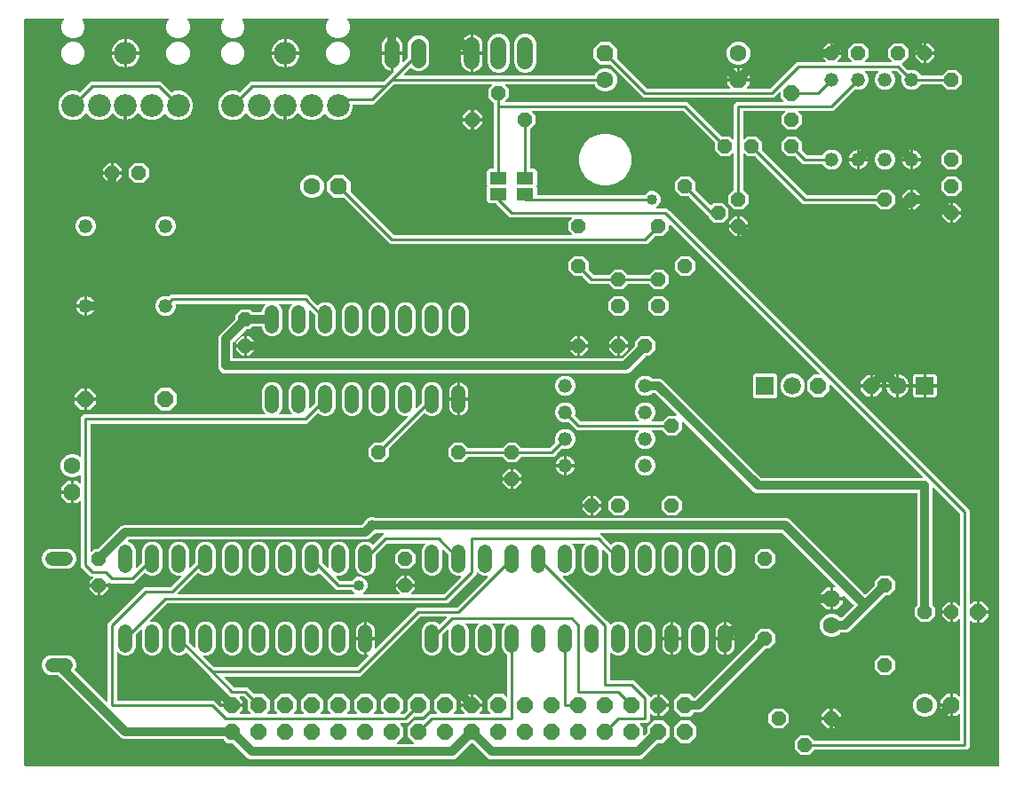
<source format=gbl>
G04 EAGLE Gerber RS-274X export*
G75*
%MOMM*%
%FSLAX34Y34*%
%LPD*%
%INBottom Copper*%
%IPPOS*%
%AMOC8*
5,1,8,0,0,1.08239X$1,22.5*%
G01*
%ADD10P,1.429621X8X292.500000*%
%ADD11P,1.732040X8X292.500000*%
%ADD12C,1.600200*%
%ADD13P,1.429621X8X202.500000*%
%ADD14C,1.320800*%
%ADD15P,1.429621X8X22.500000*%
%ADD16P,1.732040X8X112.500000*%
%ADD17P,1.429621X8X112.500000*%
%ADD18C,1.422400*%
%ADD19C,2.184400*%
%ADD20P,1.649562X8X22.500000*%
%ADD21P,1.732040X8X22.500000*%
%ADD22P,1.649562X8X202.500000*%
%ADD23C,1.320800*%
%ADD24C,1.524000*%
%ADD25R,1.600200X1.168400*%
%ADD26R,1.714500X1.714500*%
%ADD27C,1.676400*%
%ADD28C,0.254000*%
%ADD29C,0.812800*%
%ADD30C,1.016000*%

G36*
X933978Y17784D02*
X933978Y17784D01*
X933997Y17782D01*
X934099Y17804D01*
X934201Y17820D01*
X934218Y17830D01*
X934238Y17834D01*
X934327Y17887D01*
X934418Y17936D01*
X934432Y17950D01*
X934449Y17960D01*
X934516Y18039D01*
X934588Y18114D01*
X934596Y18132D01*
X934609Y18147D01*
X934648Y18243D01*
X934691Y18337D01*
X934693Y18357D01*
X934701Y18375D01*
X934719Y18542D01*
X934719Y730758D01*
X934716Y730778D01*
X934718Y730797D01*
X934696Y730899D01*
X934680Y731001D01*
X934670Y731018D01*
X934666Y731038D01*
X934613Y731127D01*
X934564Y731218D01*
X934550Y731232D01*
X934540Y731249D01*
X934461Y731316D01*
X934386Y731388D01*
X934368Y731396D01*
X934353Y731409D01*
X934257Y731448D01*
X934163Y731491D01*
X934143Y731493D01*
X934125Y731501D01*
X933958Y731519D01*
X313489Y731519D01*
X313418Y731508D01*
X313347Y731506D01*
X313298Y731488D01*
X313246Y731480D01*
X313183Y731446D01*
X313116Y731421D01*
X313075Y731389D01*
X313029Y731364D01*
X312980Y731312D01*
X312924Y731268D01*
X312895Y731224D01*
X312860Y731186D01*
X312829Y731121D01*
X312791Y731061D01*
X312778Y731010D01*
X312756Y730963D01*
X312748Y730892D01*
X312731Y730822D01*
X312735Y730770D01*
X312729Y730719D01*
X312744Y730648D01*
X312750Y730577D01*
X312770Y730529D01*
X312781Y730478D01*
X312818Y730417D01*
X312846Y730351D01*
X312891Y730295D01*
X312907Y730267D01*
X312925Y730252D01*
X312951Y730220D01*
X313394Y729777D01*
X315081Y725704D01*
X315081Y721296D01*
X313394Y717223D01*
X310277Y714106D01*
X306204Y712419D01*
X301796Y712419D01*
X297723Y714106D01*
X294606Y717223D01*
X292919Y721296D01*
X292919Y725704D01*
X294606Y729777D01*
X295049Y730220D01*
X295091Y730278D01*
X295140Y730330D01*
X295162Y730377D01*
X295193Y730419D01*
X295214Y730488D01*
X295244Y730553D01*
X295250Y730605D01*
X295265Y730655D01*
X295263Y730726D01*
X295271Y730797D01*
X295260Y730848D01*
X295259Y730900D01*
X295234Y730968D01*
X295219Y731038D01*
X295192Y731083D01*
X295174Y731131D01*
X295130Y731187D01*
X295093Y731249D01*
X295053Y731283D01*
X295021Y731323D01*
X294960Y731362D01*
X294906Y731409D01*
X294857Y731428D01*
X294814Y731456D01*
X294744Y731474D01*
X294678Y731501D01*
X294606Y731509D01*
X294575Y731517D01*
X294552Y731515D01*
X294511Y731519D01*
X213489Y731519D01*
X213418Y731508D01*
X213347Y731506D01*
X213298Y731488D01*
X213246Y731480D01*
X213183Y731446D01*
X213116Y731421D01*
X213075Y731389D01*
X213029Y731364D01*
X212980Y731312D01*
X212924Y731268D01*
X212895Y731224D01*
X212860Y731186D01*
X212829Y731121D01*
X212791Y731061D01*
X212778Y731010D01*
X212756Y730963D01*
X212748Y730892D01*
X212731Y730822D01*
X212735Y730770D01*
X212729Y730719D01*
X212744Y730648D01*
X212750Y730577D01*
X212770Y730529D01*
X212781Y730478D01*
X212818Y730417D01*
X212846Y730351D01*
X212891Y730295D01*
X212907Y730267D01*
X212925Y730252D01*
X212951Y730220D01*
X213394Y729777D01*
X215081Y725704D01*
X215081Y721296D01*
X213394Y717223D01*
X210277Y714106D01*
X206204Y712419D01*
X201796Y712419D01*
X197723Y714106D01*
X194606Y717223D01*
X192919Y721296D01*
X192919Y725704D01*
X194606Y729777D01*
X195049Y730220D01*
X195091Y730278D01*
X195140Y730330D01*
X195162Y730377D01*
X195193Y730419D01*
X195214Y730488D01*
X195244Y730553D01*
X195250Y730605D01*
X195265Y730655D01*
X195263Y730726D01*
X195271Y730797D01*
X195260Y730848D01*
X195259Y730900D01*
X195234Y730968D01*
X195219Y731038D01*
X195192Y731083D01*
X195174Y731131D01*
X195130Y731187D01*
X195093Y731249D01*
X195053Y731283D01*
X195021Y731323D01*
X194960Y731362D01*
X194906Y731409D01*
X194857Y731428D01*
X194814Y731456D01*
X194744Y731474D01*
X194678Y731501D01*
X194606Y731509D01*
X194575Y731517D01*
X194552Y731515D01*
X194511Y731519D01*
X161089Y731519D01*
X161018Y731508D01*
X160947Y731506D01*
X160898Y731488D01*
X160846Y731480D01*
X160783Y731446D01*
X160716Y731421D01*
X160675Y731389D01*
X160629Y731364D01*
X160580Y731312D01*
X160524Y731268D01*
X160495Y731224D01*
X160460Y731186D01*
X160429Y731121D01*
X160391Y731061D01*
X160378Y731010D01*
X160356Y730963D01*
X160348Y730892D01*
X160331Y730822D01*
X160335Y730770D01*
X160329Y730719D01*
X160344Y730648D01*
X160350Y730577D01*
X160370Y730529D01*
X160381Y730478D01*
X160418Y730417D01*
X160446Y730351D01*
X160491Y730295D01*
X160507Y730267D01*
X160525Y730252D01*
X160551Y730220D01*
X160994Y729777D01*
X162681Y725704D01*
X162681Y721296D01*
X160994Y717223D01*
X157877Y714106D01*
X153804Y712419D01*
X149396Y712419D01*
X145323Y714106D01*
X142206Y717223D01*
X140519Y721296D01*
X140519Y725704D01*
X142206Y729777D01*
X142649Y730220D01*
X142691Y730278D01*
X142740Y730330D01*
X142762Y730377D01*
X142793Y730419D01*
X142814Y730488D01*
X142844Y730553D01*
X142850Y730605D01*
X142865Y730655D01*
X142863Y730726D01*
X142871Y730797D01*
X142860Y730848D01*
X142859Y730900D01*
X142834Y730968D01*
X142819Y731038D01*
X142792Y731083D01*
X142774Y731131D01*
X142730Y731187D01*
X142693Y731249D01*
X142653Y731283D01*
X142621Y731323D01*
X142560Y731362D01*
X142506Y731409D01*
X142457Y731428D01*
X142414Y731456D01*
X142344Y731474D01*
X142278Y731501D01*
X142206Y731509D01*
X142175Y731517D01*
X142152Y731515D01*
X142111Y731519D01*
X61089Y731519D01*
X61018Y731508D01*
X60947Y731506D01*
X60898Y731488D01*
X60846Y731480D01*
X60783Y731446D01*
X60716Y731421D01*
X60675Y731389D01*
X60629Y731364D01*
X60580Y731312D01*
X60524Y731268D01*
X60495Y731224D01*
X60460Y731186D01*
X60429Y731121D01*
X60391Y731061D01*
X60378Y731010D01*
X60356Y730963D01*
X60348Y730892D01*
X60331Y730822D01*
X60335Y730770D01*
X60329Y730719D01*
X60344Y730648D01*
X60350Y730577D01*
X60370Y730529D01*
X60381Y730478D01*
X60418Y730417D01*
X60446Y730351D01*
X60491Y730295D01*
X60507Y730267D01*
X60525Y730252D01*
X60551Y730220D01*
X60994Y729777D01*
X62681Y725704D01*
X62681Y721296D01*
X60994Y717223D01*
X57877Y714106D01*
X53804Y712419D01*
X49396Y712419D01*
X45323Y714106D01*
X42206Y717223D01*
X40519Y721296D01*
X40519Y725704D01*
X42206Y729777D01*
X42649Y730220D01*
X42691Y730278D01*
X42740Y730330D01*
X42762Y730377D01*
X42793Y730419D01*
X42814Y730488D01*
X42844Y730553D01*
X42850Y730605D01*
X42865Y730655D01*
X42863Y730726D01*
X42871Y730797D01*
X42860Y730848D01*
X42859Y730900D01*
X42834Y730968D01*
X42819Y731038D01*
X42792Y731083D01*
X42774Y731131D01*
X42730Y731187D01*
X42693Y731249D01*
X42653Y731283D01*
X42621Y731323D01*
X42560Y731362D01*
X42506Y731409D01*
X42457Y731428D01*
X42414Y731456D01*
X42344Y731474D01*
X42278Y731501D01*
X42206Y731509D01*
X42175Y731517D01*
X42152Y731515D01*
X42111Y731519D01*
X5842Y731519D01*
X5822Y731516D01*
X5803Y731518D01*
X5701Y731496D01*
X5599Y731480D01*
X5582Y731470D01*
X5562Y731466D01*
X5473Y731413D01*
X5382Y731364D01*
X5368Y731350D01*
X5351Y731340D01*
X5284Y731261D01*
X5212Y731186D01*
X5204Y731168D01*
X5191Y731153D01*
X5152Y731057D01*
X5109Y730963D01*
X5107Y730943D01*
X5099Y730925D01*
X5081Y730758D01*
X5081Y18542D01*
X5084Y18522D01*
X5082Y18503D01*
X5104Y18401D01*
X5120Y18299D01*
X5130Y18282D01*
X5134Y18262D01*
X5187Y18173D01*
X5236Y18082D01*
X5250Y18068D01*
X5260Y18051D01*
X5339Y17984D01*
X5414Y17912D01*
X5432Y17904D01*
X5447Y17891D01*
X5543Y17852D01*
X5637Y17809D01*
X5657Y17807D01*
X5675Y17799D01*
X5842Y17781D01*
X933958Y17781D01*
X933978Y17784D01*
G37*
%LPC*%
G36*
X220835Y24637D02*
X220835Y24637D01*
X218221Y25720D01*
X204033Y39908D01*
X203959Y39961D01*
X203889Y40021D01*
X203859Y40033D01*
X203833Y40052D01*
X203746Y40079D01*
X203661Y40113D01*
X203620Y40117D01*
X203598Y40124D01*
X203566Y40123D01*
X203494Y40131D01*
X198781Y40131D01*
X195448Y43464D01*
X195374Y43517D01*
X195304Y43577D01*
X195274Y43589D01*
X195248Y43608D01*
X195161Y43635D01*
X195076Y43669D01*
X195035Y43673D01*
X195013Y43680D01*
X194981Y43679D01*
X194910Y43687D01*
X100185Y43687D01*
X97571Y44770D01*
X37917Y104424D01*
X37843Y104477D01*
X37773Y104537D01*
X37743Y104549D01*
X37717Y104568D01*
X37630Y104595D01*
X37545Y104629D01*
X37504Y104633D01*
X37482Y104640D01*
X37450Y104639D01*
X37378Y104647D01*
X29576Y104647D01*
X26028Y106117D01*
X23313Y108832D01*
X21843Y112380D01*
X21843Y116220D01*
X23313Y119768D01*
X26028Y122483D01*
X29576Y123953D01*
X46624Y123953D01*
X50172Y122483D01*
X52887Y119768D01*
X54357Y116220D01*
X54357Y112380D01*
X53298Y109825D01*
X53272Y109711D01*
X53243Y109598D01*
X53244Y109592D01*
X53242Y109586D01*
X53253Y109469D01*
X53262Y109353D01*
X53265Y109347D01*
X53265Y109341D01*
X53313Y109233D01*
X53359Y109126D01*
X53363Y109121D01*
X53365Y109116D01*
X53378Y109102D01*
X53463Y108995D01*
X83282Y79177D01*
X83340Y79135D01*
X83392Y79086D01*
X83439Y79064D01*
X83481Y79034D01*
X83550Y79013D01*
X83615Y78982D01*
X83667Y78977D01*
X83717Y78961D01*
X83788Y78963D01*
X83859Y78955D01*
X83910Y78966D01*
X83962Y78968D01*
X84030Y78992D01*
X84100Y79007D01*
X84144Y79034D01*
X84193Y79052D01*
X84249Y79097D01*
X84311Y79134D01*
X84345Y79173D01*
X84385Y79206D01*
X84424Y79266D01*
X84471Y79321D01*
X84490Y79369D01*
X84518Y79413D01*
X84536Y79482D01*
X84563Y79549D01*
X84571Y79620D01*
X84579Y79651D01*
X84577Y79675D01*
X84581Y79715D01*
X84581Y154189D01*
X118861Y188469D01*
X143946Y188469D01*
X144036Y188483D01*
X144127Y188491D01*
X144157Y188503D01*
X144189Y188508D01*
X144269Y188551D01*
X144353Y188587D01*
X144385Y188613D01*
X144406Y188624D01*
X144428Y188647D01*
X144484Y188692D01*
X154136Y198344D01*
X154178Y198402D01*
X154227Y198454D01*
X154249Y198501D01*
X154280Y198543D01*
X154301Y198612D01*
X154331Y198677D01*
X154337Y198729D01*
X154352Y198779D01*
X154350Y198850D01*
X154358Y198921D01*
X154347Y198972D01*
X154346Y199024D01*
X154321Y199092D01*
X154306Y199162D01*
X154279Y199207D01*
X154261Y199255D01*
X154216Y199311D01*
X154180Y199373D01*
X154140Y199407D01*
X154108Y199447D01*
X154047Y199486D01*
X153993Y199533D01*
X153944Y199552D01*
X153901Y199580D01*
X153831Y199598D01*
X153765Y199625D01*
X153693Y199633D01*
X153662Y199641D01*
X153639Y199639D01*
X153598Y199643D01*
X150480Y199643D01*
X146932Y201113D01*
X144217Y203828D01*
X142747Y207376D01*
X142747Y224424D01*
X144217Y227972D01*
X146932Y230687D01*
X150480Y232157D01*
X154320Y232157D01*
X157868Y230687D01*
X160583Y227972D01*
X162053Y224424D01*
X162053Y208098D01*
X162064Y208027D01*
X162066Y207956D01*
X162084Y207907D01*
X162092Y207855D01*
X162126Y207792D01*
X162151Y207725D01*
X162183Y207684D01*
X162208Y207638D01*
X162259Y207589D01*
X162304Y207533D01*
X162348Y207504D01*
X162386Y207469D01*
X162451Y207438D01*
X162511Y207400D01*
X162562Y207387D01*
X162609Y207365D01*
X162680Y207357D01*
X162750Y207340D01*
X162802Y207344D01*
X162853Y207338D01*
X162924Y207353D01*
X162995Y207359D01*
X163043Y207379D01*
X163094Y207390D01*
X163155Y207427D01*
X163221Y207455D01*
X163277Y207500D01*
X163305Y207516D01*
X163320Y207534D01*
X163352Y207560D01*
X167924Y212132D01*
X167968Y212192D01*
X168006Y212233D01*
X168013Y212247D01*
X168037Y212275D01*
X168049Y212305D01*
X168068Y212332D01*
X168095Y212419D01*
X168109Y212454D01*
X168110Y212456D01*
X168129Y212503D01*
X168133Y212544D01*
X168140Y212567D01*
X168139Y212599D01*
X168147Y212670D01*
X168147Y224424D01*
X169617Y227972D01*
X172332Y230687D01*
X175880Y232157D01*
X179720Y232157D01*
X183268Y230687D01*
X185983Y227972D01*
X187453Y224424D01*
X187453Y207376D01*
X185983Y203828D01*
X183268Y201113D01*
X179720Y199643D01*
X175880Y199643D01*
X172332Y201113D01*
X171265Y202180D01*
X171248Y202192D01*
X171236Y202208D01*
X171149Y202264D01*
X171065Y202324D01*
X171046Y202330D01*
X171029Y202341D01*
X170929Y202366D01*
X170830Y202396D01*
X170810Y202396D01*
X170791Y202401D01*
X170688Y202393D01*
X170584Y202390D01*
X170565Y202383D01*
X170545Y202382D01*
X170450Y202341D01*
X170353Y202306D01*
X170337Y202293D01*
X170319Y202285D01*
X170188Y202180D01*
X151426Y183418D01*
X151384Y183360D01*
X151335Y183308D01*
X151313Y183261D01*
X151282Y183219D01*
X151261Y183150D01*
X151231Y183085D01*
X151225Y183033D01*
X151210Y182983D01*
X151212Y182912D01*
X151204Y182841D01*
X151215Y182790D01*
X151216Y182738D01*
X151241Y182670D01*
X151256Y182600D01*
X151283Y182556D01*
X151301Y182507D01*
X151346Y182451D01*
X151382Y182389D01*
X151422Y182355D01*
X151454Y182315D01*
X151515Y182276D01*
X151569Y182229D01*
X151618Y182210D01*
X151661Y182182D01*
X151731Y182164D01*
X151797Y182137D01*
X151869Y182129D01*
X151900Y182121D01*
X151923Y182123D01*
X151964Y182119D01*
X319016Y182119D01*
X319112Y182134D01*
X319209Y182144D01*
X319233Y182154D01*
X319258Y182158D01*
X319344Y182204D01*
X319434Y182244D01*
X319453Y182261D01*
X319476Y182274D01*
X319543Y182344D01*
X319615Y182410D01*
X319627Y182433D01*
X319645Y182452D01*
X319686Y182540D01*
X319733Y182626D01*
X319738Y182651D01*
X319749Y182675D01*
X319760Y182772D01*
X319777Y182868D01*
X319773Y182894D01*
X319776Y182919D01*
X319755Y183015D01*
X319741Y183111D01*
X319729Y183134D01*
X319724Y183160D01*
X319674Y183244D01*
X319630Y183330D01*
X319611Y183349D01*
X319598Y183371D01*
X319523Y183434D01*
X319454Y183502D01*
X319425Y183518D01*
X319411Y183531D01*
X319380Y183543D01*
X319307Y183583D01*
X319245Y183609D01*
X316896Y185958D01*
X316822Y186011D01*
X316753Y186071D01*
X316722Y186083D01*
X316696Y186102D01*
X316609Y186129D01*
X316524Y186163D01*
X316483Y186167D01*
X316461Y186174D01*
X316429Y186173D01*
X316358Y186181D01*
X303011Y186181D01*
X300258Y188934D01*
X287012Y202180D01*
X286996Y202192D01*
X286983Y202208D01*
X286896Y202264D01*
X286812Y202324D01*
X286793Y202330D01*
X286776Y202341D01*
X286676Y202366D01*
X286577Y202396D01*
X286557Y202396D01*
X286538Y202401D01*
X286435Y202393D01*
X286331Y202390D01*
X286313Y202383D01*
X286293Y202382D01*
X286198Y202341D01*
X286100Y202306D01*
X286085Y202293D01*
X286066Y202285D01*
X285935Y202180D01*
X284868Y201113D01*
X281320Y199643D01*
X277480Y199643D01*
X273932Y201113D01*
X271217Y203828D01*
X269747Y207376D01*
X269747Y224424D01*
X271217Y227972D01*
X273932Y230687D01*
X277480Y232157D01*
X281320Y232157D01*
X284868Y230687D01*
X287583Y227972D01*
X289053Y224424D01*
X289053Y212670D01*
X289067Y212580D01*
X289075Y212489D01*
X289087Y212459D01*
X289092Y212427D01*
X289114Y212386D01*
X289115Y212381D01*
X289130Y212357D01*
X289135Y212347D01*
X289171Y212263D01*
X289197Y212231D01*
X289208Y212210D01*
X289231Y212188D01*
X289242Y212170D01*
X289253Y212160D01*
X289276Y212132D01*
X293848Y207560D01*
X293906Y207518D01*
X293958Y207469D01*
X294005Y207447D01*
X294047Y207416D01*
X294116Y207395D01*
X294181Y207365D01*
X294233Y207359D01*
X294283Y207344D01*
X294354Y207346D01*
X294425Y207338D01*
X294476Y207349D01*
X294528Y207350D01*
X294596Y207375D01*
X294666Y207390D01*
X294710Y207417D01*
X294759Y207435D01*
X294815Y207480D01*
X294877Y207516D01*
X294911Y207556D01*
X294951Y207588D01*
X294990Y207649D01*
X295037Y207703D01*
X295056Y207752D01*
X295084Y207795D01*
X295102Y207865D01*
X295129Y207931D01*
X295137Y208003D01*
X295145Y208034D01*
X295143Y208057D01*
X295147Y208098D01*
X295147Y224424D01*
X296617Y227972D01*
X299332Y230687D01*
X302880Y232157D01*
X306720Y232157D01*
X310268Y230687D01*
X312983Y227972D01*
X314453Y224424D01*
X314453Y207376D01*
X312983Y203828D01*
X310268Y201113D01*
X306720Y199643D01*
X303602Y199643D01*
X303531Y199632D01*
X303460Y199630D01*
X303411Y199612D01*
X303359Y199604D01*
X303296Y199570D01*
X303229Y199545D01*
X303188Y199513D01*
X303142Y199488D01*
X303093Y199436D01*
X303037Y199392D01*
X303008Y199348D01*
X302973Y199310D01*
X302942Y199245D01*
X302904Y199185D01*
X302891Y199134D01*
X302869Y199087D01*
X302861Y199016D01*
X302844Y198946D01*
X302848Y198894D01*
X302842Y198843D01*
X302857Y198772D01*
X302863Y198701D01*
X302883Y198653D01*
X302894Y198602D01*
X302931Y198541D01*
X302959Y198475D01*
X303004Y198419D01*
X303020Y198391D01*
X303038Y198376D01*
X303064Y198344D01*
X306366Y195042D01*
X306440Y194989D01*
X306509Y194929D01*
X306539Y194917D01*
X306566Y194898D01*
X306653Y194871D01*
X306737Y194837D01*
X306778Y194833D01*
X306801Y194826D01*
X306833Y194827D01*
X306904Y194819D01*
X316358Y194819D01*
X316448Y194833D01*
X316539Y194841D01*
X316568Y194853D01*
X316600Y194858D01*
X316681Y194901D01*
X316765Y194937D01*
X316797Y194963D01*
X316818Y194974D01*
X316840Y194997D01*
X316896Y195042D01*
X319245Y197391D01*
X322233Y198629D01*
X325467Y198629D01*
X328455Y197391D01*
X330741Y195105D01*
X331979Y192117D01*
X331979Y188883D01*
X330741Y185895D01*
X328455Y183609D01*
X328393Y183583D01*
X328310Y183532D01*
X328224Y183486D01*
X328206Y183468D01*
X328184Y183454D01*
X328122Y183379D01*
X328055Y183308D01*
X328044Y183284D01*
X328027Y183264D01*
X327992Y183173D01*
X327951Y183085D01*
X327948Y183059D01*
X327939Y183035D01*
X327935Y182937D01*
X327924Y182841D01*
X327930Y182815D01*
X327928Y182789D01*
X327956Y182695D01*
X327976Y182600D01*
X327990Y182578D01*
X327997Y182553D01*
X328053Y182473D01*
X328102Y182389D01*
X328122Y182372D01*
X328137Y182351D01*
X328215Y182292D01*
X328289Y182229D01*
X328314Y182219D01*
X328335Y182204D01*
X328427Y182174D01*
X328518Y182137D01*
X328550Y182134D01*
X328568Y182128D01*
X328601Y182128D01*
X328684Y182119D01*
X361911Y182119D01*
X361982Y182130D01*
X362053Y182132D01*
X362102Y182150D01*
X362154Y182158D01*
X362217Y182192D01*
X362284Y182217D01*
X362325Y182249D01*
X362371Y182274D01*
X362420Y182326D01*
X362476Y182370D01*
X362505Y182414D01*
X362540Y182452D01*
X362571Y182517D01*
X362609Y182577D01*
X362622Y182628D01*
X362644Y182675D01*
X362652Y182746D01*
X362669Y182816D01*
X362665Y182868D01*
X362671Y182919D01*
X362656Y182990D01*
X362650Y183061D01*
X362630Y183109D01*
X362619Y183160D01*
X362582Y183221D01*
X362554Y183287D01*
X362509Y183343D01*
X362493Y183371D01*
X362475Y183386D01*
X362449Y183418D01*
X359155Y186712D01*
X359155Y188977D01*
X367538Y188977D01*
X367558Y188980D01*
X367577Y188978D01*
X367679Y189000D01*
X367781Y189017D01*
X367798Y189026D01*
X367818Y189030D01*
X367907Y189083D01*
X367998Y189132D01*
X368012Y189146D01*
X368029Y189156D01*
X368096Y189235D01*
X368167Y189310D01*
X368176Y189328D01*
X368189Y189343D01*
X368227Y189439D01*
X368271Y189533D01*
X368273Y189553D01*
X368281Y189571D01*
X368299Y189738D01*
X368299Y190501D01*
X368301Y190501D01*
X368301Y189738D01*
X368304Y189718D01*
X368302Y189699D01*
X368324Y189597D01*
X368341Y189495D01*
X368350Y189478D01*
X368354Y189458D01*
X368407Y189369D01*
X368456Y189278D01*
X368470Y189264D01*
X368480Y189247D01*
X368559Y189180D01*
X368634Y189109D01*
X368652Y189100D01*
X368667Y189087D01*
X368763Y189048D01*
X368857Y189005D01*
X368877Y189003D01*
X368895Y188995D01*
X369062Y188977D01*
X377445Y188977D01*
X377445Y186712D01*
X374151Y183418D01*
X374109Y183360D01*
X374060Y183308D01*
X374038Y183261D01*
X374007Y183219D01*
X373986Y183150D01*
X373956Y183085D01*
X373950Y183033D01*
X373935Y182983D01*
X373937Y182912D01*
X373929Y182841D01*
X373940Y182790D01*
X373941Y182738D01*
X373966Y182670D01*
X373981Y182600D01*
X374008Y182555D01*
X374026Y182507D01*
X374071Y182451D01*
X374107Y182389D01*
X374147Y182355D01*
X374179Y182315D01*
X374240Y182276D01*
X374294Y182229D01*
X374343Y182210D01*
X374386Y182182D01*
X374456Y182164D01*
X374522Y182137D01*
X374594Y182129D01*
X374625Y182121D01*
X374648Y182123D01*
X374689Y182119D01*
X404296Y182119D01*
X404386Y182133D01*
X404477Y182141D01*
X404507Y182153D01*
X404539Y182158D01*
X404619Y182201D01*
X404703Y182237D01*
X404735Y182263D01*
X404756Y182274D01*
X404778Y182297D01*
X404834Y182342D01*
X420836Y198344D01*
X420878Y198402D01*
X420927Y198454D01*
X420949Y198501D01*
X420980Y198543D01*
X421001Y198612D01*
X421031Y198677D01*
X421037Y198729D01*
X421052Y198779D01*
X421050Y198850D01*
X421058Y198921D01*
X421047Y198972D01*
X421046Y199024D01*
X421021Y199092D01*
X421006Y199162D01*
X420979Y199207D01*
X420961Y199255D01*
X420916Y199311D01*
X420880Y199373D01*
X420840Y199407D01*
X420808Y199447D01*
X420747Y199486D01*
X420693Y199533D01*
X420644Y199552D01*
X420601Y199580D01*
X420531Y199598D01*
X420465Y199625D01*
X420393Y199633D01*
X420362Y199641D01*
X420339Y199639D01*
X420298Y199643D01*
X417180Y199643D01*
X413632Y201113D01*
X410917Y203828D01*
X409447Y207376D01*
X409447Y219130D01*
X409433Y219220D01*
X409425Y219311D01*
X409413Y219341D01*
X409408Y219373D01*
X409365Y219453D01*
X409329Y219537D01*
X409303Y219569D01*
X409292Y219590D01*
X409269Y219612D01*
X409224Y219668D01*
X404652Y224240D01*
X404594Y224282D01*
X404542Y224331D01*
X404495Y224353D01*
X404453Y224384D01*
X404384Y224405D01*
X404319Y224435D01*
X404267Y224441D01*
X404217Y224456D01*
X404146Y224454D01*
X404075Y224462D01*
X404024Y224451D01*
X403972Y224450D01*
X403904Y224425D01*
X403834Y224410D01*
X403789Y224383D01*
X403741Y224365D01*
X403685Y224320D01*
X403623Y224284D01*
X403589Y224244D01*
X403549Y224212D01*
X403510Y224151D01*
X403463Y224097D01*
X403444Y224048D01*
X403416Y224005D01*
X403398Y223935D01*
X403371Y223869D01*
X403363Y223797D01*
X403355Y223766D01*
X403357Y223743D01*
X403353Y223702D01*
X403353Y207376D01*
X401883Y203828D01*
X399168Y201113D01*
X395620Y199643D01*
X391780Y199643D01*
X388232Y201113D01*
X385517Y203828D01*
X384047Y207376D01*
X384047Y224424D01*
X385517Y227972D01*
X386877Y229332D01*
X386919Y229390D01*
X386968Y229442D01*
X386990Y229489D01*
X387020Y229531D01*
X387041Y229600D01*
X387072Y229665D01*
X387077Y229717D01*
X387093Y229767D01*
X387091Y229838D01*
X387099Y229909D01*
X387088Y229960D01*
X387086Y230012D01*
X387062Y230080D01*
X387046Y230150D01*
X387020Y230195D01*
X387002Y230243D01*
X386957Y230299D01*
X386920Y230361D01*
X386881Y230395D01*
X386848Y230435D01*
X386788Y230474D01*
X386733Y230521D01*
X386685Y230540D01*
X386641Y230568D01*
X386572Y230586D01*
X386505Y230613D01*
X386434Y230621D01*
X386403Y230629D01*
X386379Y230627D01*
X386338Y230631D01*
X351354Y230631D01*
X351264Y230617D01*
X351173Y230609D01*
X351143Y230597D01*
X351111Y230592D01*
X351031Y230549D01*
X350947Y230513D01*
X350915Y230487D01*
X350894Y230476D01*
X350872Y230453D01*
X350816Y230408D01*
X340076Y219668D01*
X340023Y219594D01*
X339963Y219525D01*
X339951Y219495D01*
X339932Y219468D01*
X339905Y219381D01*
X339871Y219297D01*
X339867Y219256D01*
X339860Y219233D01*
X339861Y219201D01*
X339853Y219130D01*
X339853Y207376D01*
X338383Y203828D01*
X335668Y201113D01*
X332120Y199643D01*
X328280Y199643D01*
X324732Y201113D01*
X322017Y203828D01*
X320547Y207376D01*
X320547Y224424D01*
X322017Y227972D01*
X324732Y230687D01*
X328280Y232157D01*
X332120Y232157D01*
X335668Y230687D01*
X336735Y229620D01*
X336752Y229608D01*
X336764Y229592D01*
X336832Y229548D01*
X336867Y229519D01*
X336887Y229511D01*
X336935Y229476D01*
X336954Y229470D01*
X336971Y229459D01*
X337071Y229434D01*
X337095Y229427D01*
X337170Y229404D01*
X337190Y229404D01*
X337209Y229399D01*
X337312Y229407D01*
X337416Y229410D01*
X337435Y229417D01*
X337455Y229418D01*
X337522Y229447D01*
X337528Y229448D01*
X337544Y229457D01*
X337550Y229459D01*
X337647Y229494D01*
X337663Y229507D01*
X337681Y229515D01*
X337733Y229557D01*
X337745Y229563D01*
X337758Y229577D01*
X337812Y229620D01*
X344708Y236516D01*
X347430Y239238D01*
X347472Y239296D01*
X347521Y239348D01*
X347543Y239395D01*
X347574Y239437D01*
X347595Y239506D01*
X347625Y239571D01*
X347631Y239623D01*
X347646Y239673D01*
X347644Y239744D01*
X347652Y239815D01*
X347641Y239866D01*
X347640Y239918D01*
X347615Y239986D01*
X347600Y240056D01*
X347573Y240101D01*
X347555Y240149D01*
X347510Y240205D01*
X347474Y240267D01*
X347434Y240301D01*
X347402Y240341D01*
X347341Y240380D01*
X347287Y240427D01*
X347238Y240446D01*
X347195Y240474D01*
X347125Y240492D01*
X347059Y240519D01*
X346987Y240527D01*
X346956Y240535D01*
X346933Y240533D01*
X346892Y240537D01*
X340771Y240537D01*
X340706Y240527D01*
X340641Y240526D01*
X340561Y240503D01*
X340528Y240498D01*
X340511Y240488D01*
X340480Y240479D01*
X338842Y239801D01*
X338786Y239766D01*
X338726Y239741D01*
X338661Y239689D01*
X338633Y239671D01*
X338620Y239656D01*
X338595Y239636D01*
X334229Y235270D01*
X331615Y234187D01*
X104862Y234187D01*
X104772Y234173D01*
X104681Y234165D01*
X104651Y234153D01*
X104619Y234148D01*
X104538Y234105D01*
X104454Y234069D01*
X104422Y234043D01*
X104401Y234032D01*
X104379Y234009D01*
X104323Y233964D01*
X103615Y233257D01*
X103589Y233219D01*
X103555Y233188D01*
X103517Y233120D01*
X103472Y233057D01*
X103458Y233013D01*
X103436Y232973D01*
X103422Y232896D01*
X103400Y232822D01*
X103401Y232776D01*
X103393Y232731D01*
X103404Y232654D01*
X103406Y232576D01*
X103422Y232533D01*
X103428Y232487D01*
X103464Y232418D01*
X103490Y232345D01*
X103519Y232309D01*
X103540Y232268D01*
X103595Y232214D01*
X103644Y232153D01*
X103683Y232128D01*
X103715Y232096D01*
X103835Y232030D01*
X103851Y232020D01*
X103856Y232019D01*
X103862Y232015D01*
X107068Y230687D01*
X109783Y227972D01*
X111253Y224424D01*
X111253Y208098D01*
X111264Y208027D01*
X111266Y207956D01*
X111284Y207907D01*
X111292Y207855D01*
X111326Y207792D01*
X111351Y207725D01*
X111383Y207684D01*
X111408Y207638D01*
X111459Y207589D01*
X111504Y207533D01*
X111548Y207504D01*
X111586Y207469D01*
X111651Y207438D01*
X111711Y207400D01*
X111762Y207387D01*
X111809Y207365D01*
X111880Y207357D01*
X111950Y207340D01*
X112002Y207344D01*
X112053Y207338D01*
X112124Y207353D01*
X112195Y207359D01*
X112243Y207379D01*
X112294Y207390D01*
X112355Y207427D01*
X112421Y207455D01*
X112477Y207500D01*
X112505Y207516D01*
X112520Y207534D01*
X112552Y207560D01*
X117124Y212132D01*
X117168Y212192D01*
X117206Y212233D01*
X117213Y212247D01*
X117237Y212275D01*
X117249Y212305D01*
X117268Y212332D01*
X117295Y212419D01*
X117309Y212454D01*
X117310Y212456D01*
X117329Y212503D01*
X117333Y212544D01*
X117340Y212567D01*
X117339Y212599D01*
X117347Y212670D01*
X117347Y224424D01*
X118817Y227972D01*
X121532Y230687D01*
X125080Y232157D01*
X128920Y232157D01*
X132468Y230687D01*
X135183Y227972D01*
X136653Y224424D01*
X136653Y207376D01*
X135183Y203828D01*
X132468Y201113D01*
X128920Y199643D01*
X125080Y199643D01*
X121532Y201113D01*
X120465Y202180D01*
X120448Y202192D01*
X120436Y202208D01*
X120349Y202264D01*
X120265Y202324D01*
X120246Y202330D01*
X120229Y202341D01*
X120129Y202366D01*
X120030Y202396D01*
X120010Y202396D01*
X119991Y202401D01*
X119888Y202393D01*
X119784Y202390D01*
X119765Y202383D01*
X119745Y202382D01*
X119650Y202341D01*
X119553Y202306D01*
X119537Y202293D01*
X119519Y202285D01*
X119388Y202180D01*
X112492Y195284D01*
X109739Y192531D01*
X87111Y192531D01*
X86644Y192998D01*
X86586Y193040D01*
X86534Y193089D01*
X86487Y193111D01*
X86445Y193142D01*
X86376Y193163D01*
X86311Y193193D01*
X86259Y193199D01*
X86209Y193214D01*
X86138Y193212D01*
X86067Y193220D01*
X86016Y193209D01*
X85964Y193208D01*
X85896Y193183D01*
X85826Y193168D01*
X85781Y193141D01*
X85733Y193123D01*
X85677Y193078D01*
X85615Y193042D01*
X85581Y193002D01*
X85541Y192970D01*
X85502Y192909D01*
X85455Y192855D01*
X85436Y192806D01*
X85408Y192763D01*
X85390Y192693D01*
X85363Y192627D01*
X85355Y192555D01*
X85347Y192524D01*
X85349Y192501D01*
X85345Y192460D01*
X85345Y192023D01*
X76962Y192023D01*
X76942Y192020D01*
X76923Y192022D01*
X76821Y192000D01*
X76719Y191983D01*
X76702Y191974D01*
X76682Y191970D01*
X76593Y191917D01*
X76502Y191868D01*
X76488Y191854D01*
X76471Y191844D01*
X76404Y191765D01*
X76333Y191690D01*
X76324Y191672D01*
X76311Y191657D01*
X76273Y191561D01*
X76229Y191467D01*
X76227Y191447D01*
X76219Y191429D01*
X76201Y191262D01*
X76201Y190499D01*
X76199Y190499D01*
X76199Y191262D01*
X76196Y191282D01*
X76198Y191301D01*
X76176Y191403D01*
X76159Y191505D01*
X76150Y191522D01*
X76146Y191542D01*
X76093Y191631D01*
X76044Y191722D01*
X76030Y191736D01*
X76020Y191753D01*
X75941Y191820D01*
X75866Y191891D01*
X75848Y191900D01*
X75833Y191913D01*
X75737Y191952D01*
X75643Y191995D01*
X75623Y191997D01*
X75605Y192005D01*
X75438Y192023D01*
X67055Y192023D01*
X67055Y194288D01*
X70349Y197582D01*
X70391Y197640D01*
X70440Y197692D01*
X70462Y197739D01*
X70493Y197781D01*
X70514Y197850D01*
X70544Y197915D01*
X70550Y197967D01*
X70565Y198017D01*
X70563Y198088D01*
X70571Y198159D01*
X70560Y198210D01*
X70559Y198262D01*
X70534Y198330D01*
X70519Y198400D01*
X70492Y198445D01*
X70474Y198493D01*
X70429Y198549D01*
X70393Y198611D01*
X70353Y198645D01*
X70321Y198685D01*
X70260Y198724D01*
X70206Y198771D01*
X70157Y198790D01*
X70114Y198818D01*
X70044Y198836D01*
X69978Y198863D01*
X69906Y198871D01*
X69875Y198879D01*
X69852Y198877D01*
X69811Y198881D01*
X68061Y198881D01*
X59181Y207761D01*
X59181Y271035D01*
X59170Y271106D01*
X59168Y271178D01*
X59150Y271227D01*
X59142Y271278D01*
X59108Y271341D01*
X59083Y271409D01*
X59051Y271449D01*
X59026Y271495D01*
X58974Y271545D01*
X58930Y271601D01*
X58886Y271629D01*
X58848Y271665D01*
X58783Y271695D01*
X58723Y271734D01*
X58672Y271746D01*
X58625Y271768D01*
X58554Y271776D01*
X58484Y271794D01*
X58432Y271790D01*
X58381Y271795D01*
X58310Y271780D01*
X58239Y271775D01*
X58191Y271754D01*
X58140Y271743D01*
X58079Y271706D01*
X58013Y271678D01*
X57957Y271634D01*
X57929Y271617D01*
X57914Y271599D01*
X57882Y271574D01*
X55167Y268858D01*
X52323Y268858D01*
X52323Y278638D01*
X52320Y278658D01*
X52322Y278677D01*
X52300Y278779D01*
X52283Y278881D01*
X52274Y278898D01*
X52270Y278918D01*
X52217Y279007D01*
X52168Y279098D01*
X52154Y279112D01*
X52144Y279129D01*
X52065Y279196D01*
X51990Y279267D01*
X51972Y279276D01*
X51957Y279289D01*
X51861Y279327D01*
X51767Y279371D01*
X51747Y279373D01*
X51729Y279381D01*
X51562Y279399D01*
X50799Y279399D01*
X50799Y279401D01*
X51562Y279401D01*
X51582Y279404D01*
X51601Y279402D01*
X51703Y279424D01*
X51805Y279441D01*
X51822Y279450D01*
X51842Y279454D01*
X51931Y279507D01*
X52022Y279556D01*
X52036Y279570D01*
X52053Y279580D01*
X52120Y279659D01*
X52191Y279734D01*
X52200Y279752D01*
X52213Y279767D01*
X52252Y279863D01*
X52295Y279957D01*
X52297Y279977D01*
X52305Y279995D01*
X52323Y280162D01*
X52323Y289942D01*
X55167Y289942D01*
X57882Y287226D01*
X57940Y287185D01*
X57992Y287135D01*
X58039Y287113D01*
X58081Y287083D01*
X58150Y287062D01*
X58215Y287032D01*
X58267Y287026D01*
X58317Y287011D01*
X58388Y287012D01*
X58459Y287005D01*
X58510Y287016D01*
X58562Y287017D01*
X58630Y287042D01*
X58700Y287057D01*
X58745Y287084D01*
X58793Y287101D01*
X58849Y287146D01*
X58911Y287183D01*
X58945Y287223D01*
X58985Y287255D01*
X59024Y287315D01*
X59071Y287370D01*
X59090Y287418D01*
X59118Y287462D01*
X59136Y287531D01*
X59163Y287598D01*
X59171Y287669D01*
X59179Y287701D01*
X59177Y287724D01*
X59181Y287765D01*
X59181Y295717D01*
X59170Y295788D01*
X59168Y295859D01*
X59150Y295908D01*
X59142Y295960D01*
X59108Y296023D01*
X59083Y296090D01*
X59051Y296131D01*
X59026Y296177D01*
X58974Y296226D01*
X58930Y296282D01*
X58886Y296310D01*
X58848Y296346D01*
X58783Y296377D01*
X58723Y296415D01*
X58672Y296428D01*
X58625Y296450D01*
X58554Y296458D01*
X58484Y296475D01*
X58432Y296471D01*
X58381Y296477D01*
X58310Y296462D01*
X58239Y296456D01*
X58191Y296436D01*
X58140Y296425D01*
X58079Y296388D01*
X58013Y296360D01*
X57957Y296315D01*
X57929Y296299D01*
X57914Y296281D01*
X57882Y296255D01*
X57059Y295433D01*
X52998Y293750D01*
X48602Y293750D01*
X44541Y295433D01*
X41433Y298541D01*
X39750Y302602D01*
X39750Y306998D01*
X41433Y311059D01*
X44541Y314167D01*
X48602Y315850D01*
X52998Y315850D01*
X57059Y314167D01*
X57882Y313345D01*
X57940Y313303D01*
X57992Y313254D01*
X58039Y313232D01*
X58081Y313201D01*
X58150Y313180D01*
X58215Y313150D01*
X58267Y313144D01*
X58317Y313129D01*
X58388Y313131D01*
X58459Y313123D01*
X58510Y313134D01*
X58562Y313135D01*
X58630Y313160D01*
X58700Y313175D01*
X58745Y313202D01*
X58793Y313220D01*
X58849Y313265D01*
X58911Y313301D01*
X58945Y313341D01*
X58985Y313374D01*
X59024Y313434D01*
X59071Y313488D01*
X59090Y313537D01*
X59118Y313580D01*
X59136Y313650D01*
X59163Y313716D01*
X59171Y313788D01*
X59179Y313819D01*
X59177Y313842D01*
X59181Y313883D01*
X59181Y351039D01*
X61711Y353569D01*
X233938Y353569D01*
X234009Y353580D01*
X234081Y353582D01*
X234130Y353600D01*
X234181Y353608D01*
X234245Y353642D01*
X234312Y353667D01*
X234353Y353699D01*
X234399Y353724D01*
X234448Y353776D01*
X234504Y353820D01*
X234532Y353864D01*
X234568Y353902D01*
X234598Y353967D01*
X234637Y354027D01*
X234650Y354078D01*
X234672Y354125D01*
X234679Y354196D01*
X234697Y354266D01*
X234693Y354318D01*
X234699Y354369D01*
X234683Y354440D01*
X234678Y354511D01*
X234658Y354559D01*
X234646Y354610D01*
X234610Y354671D01*
X234582Y354737D01*
X234537Y354793D01*
X234520Y354821D01*
X234502Y354836D01*
X234477Y354868D01*
X233117Y356228D01*
X231647Y359776D01*
X231647Y376824D01*
X233117Y380372D01*
X235832Y383087D01*
X239380Y384557D01*
X243220Y384557D01*
X246768Y383087D01*
X249483Y380372D01*
X250953Y376824D01*
X250953Y359776D01*
X249483Y356228D01*
X248123Y354868D01*
X248081Y354810D01*
X248032Y354758D01*
X248010Y354711D01*
X247980Y354669D01*
X247959Y354600D01*
X247928Y354535D01*
X247923Y354483D01*
X247907Y354433D01*
X247909Y354362D01*
X247901Y354291D01*
X247912Y354240D01*
X247914Y354188D01*
X247938Y354120D01*
X247954Y354050D01*
X247980Y354005D01*
X247998Y353957D01*
X248043Y353901D01*
X248080Y353839D01*
X248119Y353805D01*
X248152Y353765D01*
X248212Y353726D01*
X248267Y353679D01*
X248315Y353660D01*
X248359Y353632D01*
X248428Y353614D01*
X248495Y353587D01*
X248566Y353579D01*
X248597Y353571D01*
X248621Y353573D01*
X248662Y353569D01*
X259338Y353569D01*
X259409Y353580D01*
X259481Y353582D01*
X259530Y353600D01*
X259581Y353608D01*
X259645Y353642D01*
X259712Y353667D01*
X259753Y353699D01*
X259799Y353724D01*
X259848Y353776D01*
X259904Y353820D01*
X259932Y353864D01*
X259968Y353902D01*
X259998Y353967D01*
X260037Y354027D01*
X260050Y354078D01*
X260072Y354125D01*
X260079Y354196D01*
X260097Y354266D01*
X260093Y354318D01*
X260099Y354369D01*
X260083Y354440D01*
X260078Y354511D01*
X260058Y354559D01*
X260046Y354610D01*
X260010Y354671D01*
X259982Y354737D01*
X259937Y354793D01*
X259920Y354821D01*
X259902Y354836D01*
X259877Y354868D01*
X258517Y356228D01*
X257047Y359776D01*
X257047Y376824D01*
X258517Y380372D01*
X261232Y383087D01*
X264780Y384557D01*
X268620Y384557D01*
X272168Y383087D01*
X274883Y380372D01*
X276353Y376824D01*
X276353Y360498D01*
X276364Y360427D01*
X276366Y360356D01*
X276384Y360307D01*
X276392Y360255D01*
X276426Y360192D01*
X276451Y360125D01*
X276483Y360084D01*
X276508Y360038D01*
X276559Y359989D01*
X276604Y359933D01*
X276648Y359904D01*
X276686Y359869D01*
X276751Y359838D01*
X276811Y359800D01*
X276862Y359787D01*
X276909Y359765D01*
X276980Y359757D01*
X277050Y359740D01*
X277102Y359744D01*
X277153Y359738D01*
X277224Y359753D01*
X277295Y359759D01*
X277343Y359779D01*
X277394Y359790D01*
X277455Y359827D01*
X277521Y359855D01*
X277577Y359900D01*
X277605Y359916D01*
X277620Y359934D01*
X277652Y359960D01*
X282224Y364532D01*
X282277Y364606D01*
X282337Y364675D01*
X282349Y364705D01*
X282368Y364732D01*
X282395Y364819D01*
X282429Y364903D01*
X282433Y364944D01*
X282440Y364967D01*
X282439Y364999D01*
X282447Y365070D01*
X282447Y376824D01*
X283917Y380372D01*
X286632Y383087D01*
X290180Y384557D01*
X294020Y384557D01*
X297568Y383087D01*
X300283Y380372D01*
X301753Y376824D01*
X301753Y359776D01*
X300283Y356228D01*
X297568Y353513D01*
X294020Y352043D01*
X290180Y352043D01*
X286632Y353513D01*
X285565Y354580D01*
X285548Y354592D01*
X285536Y354608D01*
X285449Y354664D01*
X285365Y354724D01*
X285346Y354730D01*
X285329Y354741D01*
X285229Y354766D01*
X285130Y354796D01*
X285110Y354796D01*
X285091Y354801D01*
X284988Y354793D01*
X284884Y354790D01*
X284865Y354783D01*
X284845Y354782D01*
X284750Y354741D01*
X284653Y354706D01*
X284637Y354693D01*
X284619Y354685D01*
X284488Y354580D01*
X274839Y344931D01*
X68580Y344931D01*
X68560Y344928D01*
X68541Y344930D01*
X68439Y344908D01*
X68337Y344892D01*
X68320Y344882D01*
X68300Y344878D01*
X68211Y344825D01*
X68120Y344776D01*
X68106Y344762D01*
X68089Y344752D01*
X68022Y344673D01*
X67950Y344598D01*
X67942Y344580D01*
X67929Y344565D01*
X67890Y344469D01*
X67847Y344375D01*
X67845Y344355D01*
X67837Y344337D01*
X67819Y344170D01*
X67819Y223008D01*
X67830Y222937D01*
X67832Y222865D01*
X67850Y222816D01*
X67858Y222765D01*
X67892Y222701D01*
X67917Y222634D01*
X67949Y222593D01*
X67974Y222547D01*
X68026Y222498D01*
X68070Y222442D01*
X68114Y222414D01*
X68152Y222378D01*
X68217Y222348D01*
X68277Y222309D01*
X68328Y222296D01*
X68375Y222274D01*
X68446Y222267D01*
X68516Y222249D01*
X68568Y222253D01*
X68619Y222247D01*
X68690Y222263D01*
X68761Y222268D01*
X68809Y222288D01*
X68860Y222300D01*
X68921Y222336D01*
X68987Y222364D01*
X69043Y222409D01*
X69071Y222426D01*
X69086Y222444D01*
X69118Y222469D01*
X72202Y225553D01*
X75478Y225553D01*
X75569Y225567D01*
X75659Y225575D01*
X75689Y225587D01*
X75721Y225592D01*
X75802Y225635D01*
X75886Y225671D01*
X75918Y225697D01*
X75939Y225708D01*
X75961Y225731D01*
X76017Y225776D01*
X97571Y247330D01*
X100185Y248413D01*
X326938Y248413D01*
X327029Y248427D01*
X327119Y248435D01*
X327149Y248447D01*
X327181Y248452D01*
X327262Y248495D01*
X327346Y248531D01*
X327378Y248557D01*
X327399Y248568D01*
X327421Y248591D01*
X327424Y248594D01*
X327425Y248594D01*
X327426Y248595D01*
X327477Y248636D01*
X328536Y249695D01*
X328574Y249748D01*
X328620Y249795D01*
X328660Y249868D01*
X328679Y249894D01*
X328685Y249913D01*
X328701Y249942D01*
X329659Y252255D01*
X331945Y254541D01*
X334933Y255779D01*
X338167Y255779D01*
X340480Y254821D01*
X340544Y254806D01*
X340604Y254781D01*
X340687Y254772D01*
X340719Y254765D01*
X340739Y254766D01*
X340771Y254763D01*
X731665Y254763D01*
X734279Y253680D01*
X805912Y182047D01*
X805928Y182036D01*
X805940Y182020D01*
X806028Y181964D01*
X806111Y181904D01*
X806130Y181898D01*
X806147Y181887D01*
X806248Y181862D01*
X806347Y181831D01*
X806366Y181832D01*
X806386Y181827D01*
X806489Y181835D01*
X806592Y181838D01*
X806611Y181845D01*
X806631Y181846D01*
X806726Y181886D01*
X806823Y181922D01*
X806839Y181935D01*
X806857Y181942D01*
X806988Y182047D01*
X815624Y190683D01*
X815677Y190757D01*
X815737Y190827D01*
X815749Y190857D01*
X815768Y190883D01*
X815795Y190970D01*
X815829Y191055D01*
X815833Y191096D01*
X815840Y191118D01*
X815839Y191150D01*
X815847Y191222D01*
X815847Y194498D01*
X821502Y200153D01*
X829498Y200153D01*
X835153Y194498D01*
X835153Y186502D01*
X829498Y180847D01*
X826222Y180847D01*
X826131Y180833D01*
X826041Y180825D01*
X826011Y180813D01*
X825979Y180808D01*
X825898Y180765D01*
X825814Y180729D01*
X825782Y180703D01*
X825761Y180692D01*
X825739Y180669D01*
X825683Y180624D01*
X791429Y146370D01*
X788815Y145287D01*
X783529Y145287D01*
X783439Y145273D01*
X783348Y145265D01*
X783318Y145253D01*
X783286Y145248D01*
X783206Y145205D01*
X783122Y145169D01*
X783090Y145143D01*
X783069Y145132D01*
X783047Y145109D01*
X782991Y145064D01*
X780959Y143033D01*
X776898Y141350D01*
X772502Y141350D01*
X768441Y143033D01*
X765333Y146141D01*
X763650Y150202D01*
X763650Y154598D01*
X765333Y158659D01*
X768441Y161767D01*
X772502Y163450D01*
X776898Y163450D01*
X780959Y161767D01*
X782991Y159736D01*
X783065Y159683D01*
X783134Y159623D01*
X783164Y159611D01*
X783191Y159592D01*
X783278Y159565D01*
X783363Y159531D01*
X783403Y159527D01*
X783426Y159520D01*
X783458Y159521D01*
X783529Y159513D01*
X784138Y159513D01*
X784229Y159527D01*
X784319Y159535D01*
X784349Y159547D01*
X784381Y159552D01*
X784462Y159595D01*
X784546Y159631D01*
X784578Y159657D01*
X784599Y159668D01*
X784621Y159691D01*
X784677Y159736D01*
X795853Y170912D01*
X795864Y170928D01*
X795880Y170940D01*
X795936Y171028D01*
X795996Y171111D01*
X796002Y171130D01*
X796013Y171147D01*
X796038Y171248D01*
X796069Y171347D01*
X796068Y171366D01*
X796073Y171386D01*
X796065Y171489D01*
X796062Y171592D01*
X796055Y171611D01*
X796054Y171631D01*
X796014Y171726D01*
X795978Y171823D01*
X795965Y171839D01*
X795958Y171857D01*
X795853Y171988D01*
X786541Y181300D01*
X786483Y181342D01*
X786431Y181391D01*
X786384Y181413D01*
X786342Y181443D01*
X786273Y181464D01*
X786208Y181495D01*
X786156Y181500D01*
X786106Y181516D01*
X786035Y181514D01*
X785964Y181522D01*
X785913Y181511D01*
X785861Y181509D01*
X785793Y181485D01*
X785723Y181470D01*
X785678Y181443D01*
X785630Y181425D01*
X785574Y181380D01*
X785512Y181343D01*
X785478Y181304D01*
X785438Y181271D01*
X785399Y181211D01*
X785352Y181156D01*
X785333Y181108D01*
X785305Y181064D01*
X785287Y180995D01*
X785260Y180928D01*
X785252Y180857D01*
X785244Y180826D01*
X785246Y180802D01*
X785242Y180762D01*
X785242Y179323D01*
X776223Y179323D01*
X776223Y188342D01*
X777662Y188342D01*
X777732Y188353D01*
X777804Y188355D01*
X777853Y188373D01*
X777904Y188381D01*
X777968Y188415D01*
X778035Y188440D01*
X778076Y188472D01*
X778122Y188497D01*
X778171Y188548D01*
X778227Y188593D01*
X778255Y188637D01*
X778291Y188675D01*
X778321Y188740D01*
X778360Y188800D01*
X778373Y188851D01*
X778395Y188898D01*
X778403Y188969D01*
X778420Y189039D01*
X778416Y189091D01*
X778422Y189142D01*
X778407Y189213D01*
X778401Y189284D01*
X778381Y189332D01*
X778370Y189383D01*
X778333Y189444D01*
X778305Y189510D01*
X778260Y189566D01*
X778243Y189594D01*
X778226Y189609D01*
X778200Y189641D01*
X727527Y240314D01*
X727453Y240367D01*
X727383Y240427D01*
X727353Y240439D01*
X727327Y240458D01*
X727240Y240485D01*
X727155Y240519D01*
X727114Y240523D01*
X727092Y240530D01*
X727060Y240529D01*
X726988Y240537D01*
X554808Y240537D01*
X554737Y240526D01*
X554666Y240524D01*
X554617Y240506D01*
X554565Y240498D01*
X554502Y240464D01*
X554435Y240439D01*
X554394Y240407D01*
X554348Y240382D01*
X554299Y240331D01*
X554243Y240286D01*
X554214Y240242D01*
X554179Y240204D01*
X554148Y240139D01*
X554110Y240079D01*
X554097Y240028D01*
X554075Y239981D01*
X554067Y239910D01*
X554050Y239840D01*
X554054Y239788D01*
X554048Y239737D01*
X554063Y239666D01*
X554069Y239595D01*
X554089Y239547D01*
X554100Y239496D01*
X554137Y239435D01*
X554165Y239369D01*
X554210Y239313D01*
X554226Y239285D01*
X554244Y239270D01*
X554270Y239238D01*
X563888Y229620D01*
X563904Y229608D01*
X563917Y229592D01*
X563985Y229549D01*
X564020Y229519D01*
X564040Y229511D01*
X564088Y229476D01*
X564107Y229470D01*
X564124Y229459D01*
X564224Y229434D01*
X564248Y229427D01*
X564323Y229404D01*
X564343Y229404D01*
X564362Y229399D01*
X564465Y229407D01*
X564569Y229410D01*
X564588Y229417D01*
X564607Y229418D01*
X564674Y229447D01*
X564681Y229448D01*
X564697Y229457D01*
X564702Y229459D01*
X564800Y229494D01*
X564815Y229507D01*
X564834Y229515D01*
X564886Y229557D01*
X564898Y229563D01*
X564911Y229577D01*
X564965Y229620D01*
X566032Y230687D01*
X569580Y232157D01*
X573420Y232157D01*
X576968Y230687D01*
X579683Y227972D01*
X581153Y224424D01*
X581153Y207376D01*
X579683Y203828D01*
X576968Y201113D01*
X573420Y199643D01*
X569580Y199643D01*
X566032Y201113D01*
X563317Y203828D01*
X561847Y207376D01*
X561847Y219130D01*
X561833Y219220D01*
X561825Y219311D01*
X561813Y219341D01*
X561808Y219373D01*
X561765Y219453D01*
X561729Y219537D01*
X561703Y219569D01*
X561692Y219590D01*
X561669Y219612D01*
X561624Y219668D01*
X557052Y224240D01*
X556994Y224282D01*
X556942Y224331D01*
X556895Y224353D01*
X556853Y224384D01*
X556784Y224405D01*
X556719Y224435D01*
X556667Y224441D01*
X556617Y224456D01*
X556546Y224454D01*
X556475Y224462D01*
X556424Y224451D01*
X556372Y224450D01*
X556304Y224425D01*
X556234Y224410D01*
X556189Y224383D01*
X556141Y224365D01*
X556085Y224320D01*
X556023Y224284D01*
X555989Y224244D01*
X555949Y224212D01*
X555910Y224151D01*
X555863Y224097D01*
X555844Y224048D01*
X555816Y224005D01*
X555798Y223935D01*
X555771Y223869D01*
X555763Y223797D01*
X555755Y223766D01*
X555757Y223743D01*
X555753Y223702D01*
X555753Y207376D01*
X554283Y203828D01*
X551568Y201113D01*
X548020Y199643D01*
X544180Y199643D01*
X540632Y201113D01*
X537917Y203828D01*
X536447Y207376D01*
X536447Y224424D01*
X537917Y227972D01*
X539277Y229332D01*
X539319Y229390D01*
X539368Y229442D01*
X539390Y229489D01*
X539420Y229531D01*
X539441Y229600D01*
X539472Y229665D01*
X539477Y229717D01*
X539493Y229767D01*
X539491Y229838D01*
X539499Y229909D01*
X539488Y229960D01*
X539486Y230012D01*
X539462Y230080D01*
X539446Y230150D01*
X539420Y230195D01*
X539402Y230243D01*
X539357Y230299D01*
X539320Y230361D01*
X539281Y230395D01*
X539248Y230435D01*
X539188Y230474D01*
X539133Y230521D01*
X539085Y230540D01*
X539041Y230568D01*
X538972Y230586D01*
X538905Y230613D01*
X538834Y230621D01*
X538803Y230629D01*
X538779Y230627D01*
X538738Y230631D01*
X528062Y230631D01*
X527991Y230620D01*
X527919Y230618D01*
X527870Y230600D01*
X527819Y230592D01*
X527755Y230558D01*
X527688Y230533D01*
X527647Y230501D01*
X527601Y230476D01*
X527552Y230424D01*
X527496Y230380D01*
X527468Y230336D01*
X527432Y230298D01*
X527402Y230233D01*
X527363Y230173D01*
X527350Y230122D01*
X527328Y230075D01*
X527321Y230004D01*
X527303Y229934D01*
X527307Y229882D01*
X527301Y229831D01*
X527317Y229760D01*
X527322Y229689D01*
X527342Y229641D01*
X527354Y229590D01*
X527390Y229529D01*
X527418Y229463D01*
X527463Y229407D01*
X527480Y229379D01*
X527498Y229364D01*
X527523Y229332D01*
X528883Y227972D01*
X530353Y224424D01*
X530353Y207376D01*
X528883Y203828D01*
X526168Y201113D01*
X522620Y199643D01*
X519502Y199643D01*
X519431Y199632D01*
X519360Y199630D01*
X519311Y199612D01*
X519259Y199604D01*
X519196Y199570D01*
X519129Y199545D01*
X519088Y199513D01*
X519042Y199488D01*
X518993Y199436D01*
X518937Y199392D01*
X518908Y199348D01*
X518873Y199310D01*
X518842Y199245D01*
X518804Y199185D01*
X518791Y199134D01*
X518769Y199087D01*
X518761Y199016D01*
X518744Y198946D01*
X518748Y198894D01*
X518742Y198843D01*
X518757Y198772D01*
X518763Y198701D01*
X518783Y198653D01*
X518794Y198602D01*
X518831Y198541D01*
X518859Y198475D01*
X518904Y198419D01*
X518920Y198391D01*
X518938Y198376D01*
X518964Y198344D01*
X560366Y156942D01*
X563119Y154189D01*
X563119Y153412D01*
X563130Y153341D01*
X563132Y153269D01*
X563150Y153220D01*
X563158Y153169D01*
X563192Y153105D01*
X563217Y153038D01*
X563249Y152997D01*
X563274Y152951D01*
X563326Y152902D01*
X563370Y152846D01*
X563414Y152818D01*
X563452Y152782D01*
X563517Y152752D01*
X563577Y152713D01*
X563628Y152700D01*
X563675Y152678D01*
X563746Y152671D01*
X563816Y152653D01*
X563868Y152657D01*
X563919Y152651D01*
X563990Y152667D01*
X564061Y152672D01*
X564109Y152692D01*
X564160Y152704D01*
X564221Y152740D01*
X564287Y152768D01*
X564343Y152813D01*
X564371Y152830D01*
X564386Y152848D01*
X564418Y152873D01*
X566032Y154487D01*
X569580Y155957D01*
X573420Y155957D01*
X576968Y154487D01*
X579683Y151772D01*
X581153Y148224D01*
X581153Y131176D01*
X579683Y127628D01*
X576968Y124913D01*
X573420Y123443D01*
X569580Y123443D01*
X566032Y124913D01*
X564418Y126527D01*
X564360Y126569D01*
X564308Y126618D01*
X564261Y126640D01*
X564219Y126670D01*
X564150Y126691D01*
X564085Y126722D01*
X564033Y126727D01*
X563983Y126743D01*
X563912Y126741D01*
X563841Y126749D01*
X563790Y126738D01*
X563738Y126736D01*
X563670Y126712D01*
X563600Y126696D01*
X563555Y126670D01*
X563507Y126652D01*
X563451Y126607D01*
X563389Y126570D01*
X563355Y126531D01*
X563315Y126498D01*
X563276Y126438D01*
X563229Y126383D01*
X563210Y126335D01*
X563182Y126291D01*
X563164Y126222D01*
X563137Y126155D01*
X563129Y126084D01*
X563121Y126053D01*
X563123Y126029D01*
X563119Y125988D01*
X563119Y100330D01*
X563122Y100310D01*
X563120Y100291D01*
X563142Y100189D01*
X563158Y100087D01*
X563168Y100070D01*
X563172Y100050D01*
X563225Y99961D01*
X563274Y99870D01*
X563288Y99856D01*
X563298Y99839D01*
X563377Y99772D01*
X563452Y99700D01*
X563470Y99692D01*
X563485Y99679D01*
X563581Y99640D01*
X563675Y99597D01*
X563695Y99595D01*
X563713Y99587D01*
X563880Y99569D01*
X585989Y99569D01*
X601219Y84339D01*
X601219Y84026D01*
X601230Y83955D01*
X601232Y83884D01*
X601250Y83835D01*
X601258Y83783D01*
X601292Y83720D01*
X601317Y83653D01*
X601349Y83612D01*
X601374Y83566D01*
X601426Y83516D01*
X601470Y83460D01*
X601514Y83432D01*
X601552Y83396D01*
X601617Y83366D01*
X601677Y83327D01*
X601728Y83315D01*
X601775Y83293D01*
X601846Y83285D01*
X601916Y83267D01*
X601968Y83271D01*
X602019Y83266D01*
X602090Y83281D01*
X602161Y83287D01*
X602209Y83307D01*
X602260Y83318D01*
X602321Y83355D01*
X602387Y83383D01*
X602443Y83428D01*
X602471Y83444D01*
X602486Y83462D01*
X602518Y83488D01*
X605391Y86361D01*
X608077Y86361D01*
X608077Y76962D01*
X608080Y76942D01*
X608078Y76923D01*
X608100Y76821D01*
X608117Y76719D01*
X608126Y76702D01*
X608130Y76682D01*
X608183Y76593D01*
X608232Y76502D01*
X608246Y76488D01*
X608256Y76471D01*
X608335Y76404D01*
X608410Y76333D01*
X608428Y76324D01*
X608443Y76311D01*
X608539Y76273D01*
X608633Y76229D01*
X608653Y76227D01*
X608671Y76219D01*
X608838Y76201D01*
X609601Y76201D01*
X609601Y76199D01*
X608838Y76199D01*
X608818Y76196D01*
X608799Y76198D01*
X608697Y76176D01*
X608595Y76159D01*
X608578Y76150D01*
X608558Y76146D01*
X608469Y76093D01*
X608378Y76044D01*
X608364Y76030D01*
X608347Y76020D01*
X608280Y75941D01*
X608209Y75866D01*
X608200Y75848D01*
X608187Y75833D01*
X608148Y75737D01*
X608105Y75643D01*
X608103Y75623D01*
X608095Y75605D01*
X608077Y75438D01*
X608077Y66039D01*
X605391Y66039D01*
X602518Y68912D01*
X602460Y68954D01*
X602408Y69004D01*
X602361Y69025D01*
X602319Y69056D01*
X602250Y69077D01*
X602185Y69107D01*
X602133Y69113D01*
X602083Y69128D01*
X602012Y69126D01*
X601941Y69134D01*
X601890Y69123D01*
X601838Y69122D01*
X601770Y69097D01*
X601700Y69082D01*
X601655Y69055D01*
X601607Y69037D01*
X601551Y68993D01*
X601489Y68956D01*
X601455Y68916D01*
X601415Y68884D01*
X601376Y68823D01*
X601329Y68769D01*
X601310Y68721D01*
X601282Y68677D01*
X601264Y68607D01*
X601237Y68541D01*
X601229Y68469D01*
X601221Y68438D01*
X601223Y68415D01*
X601219Y68374D01*
X601219Y61711D01*
X598689Y59181D01*
X592744Y59181D01*
X592674Y59170D01*
X592602Y59168D01*
X592553Y59150D01*
X592502Y59142D01*
X592438Y59108D01*
X592371Y59083D01*
X592330Y59051D01*
X592284Y59026D01*
X592235Y58974D01*
X592179Y58930D01*
X592151Y58886D01*
X592115Y58848D01*
X592085Y58783D01*
X592046Y58723D01*
X592033Y58672D01*
X592011Y58625D01*
X592003Y58554D01*
X591986Y58484D01*
X591990Y58432D01*
X591984Y58381D01*
X591999Y58310D01*
X592005Y58239D01*
X592025Y58191D01*
X592036Y58140D01*
X592073Y58079D01*
X592101Y58013D01*
X592146Y57957D01*
X592163Y57929D01*
X592180Y57914D01*
X592206Y57882D01*
X594869Y55219D01*
X594869Y47965D01*
X594880Y47895D01*
X594882Y47823D01*
X594900Y47774D01*
X594908Y47723D01*
X594942Y47659D01*
X594967Y47592D01*
X594999Y47551D01*
X595024Y47505D01*
X595076Y47456D01*
X595120Y47400D01*
X595164Y47372D01*
X595202Y47336D01*
X595267Y47306D01*
X595327Y47267D01*
X595378Y47254D01*
X595425Y47232D01*
X595496Y47224D01*
X595566Y47207D01*
X595618Y47211D01*
X595669Y47205D01*
X595740Y47220D01*
X595811Y47226D01*
X595859Y47246D01*
X595910Y47257D01*
X595971Y47294D01*
X596037Y47322D01*
X596093Y47367D01*
X596121Y47384D01*
X596136Y47401D01*
X596168Y47427D01*
X598708Y49967D01*
X598761Y50041D01*
X598821Y50111D01*
X598833Y50141D01*
X598852Y50167D01*
X598879Y50254D01*
X598887Y50274D01*
X598903Y50309D01*
X598904Y50317D01*
X598913Y50339D01*
X598917Y50380D01*
X598924Y50402D01*
X598923Y50434D01*
X598931Y50506D01*
X598931Y55219D01*
X605181Y61469D01*
X614019Y61469D01*
X620269Y55219D01*
X620269Y46381D01*
X614019Y40131D01*
X609306Y40131D01*
X609215Y40117D01*
X609125Y40109D01*
X609095Y40097D01*
X609063Y40092D01*
X608982Y40049D01*
X608898Y40013D01*
X608866Y39987D01*
X608845Y39976D01*
X608823Y39953D01*
X608767Y39908D01*
X594579Y25720D01*
X591965Y24637D01*
X449435Y24637D01*
X446821Y25720D01*
X444713Y27828D01*
X432633Y39908D01*
X432559Y39961D01*
X432489Y40021D01*
X432459Y40033D01*
X432433Y40052D01*
X432346Y40079D01*
X432261Y40113D01*
X432220Y40117D01*
X432198Y40124D01*
X432166Y40123D01*
X432095Y40131D01*
X431506Y40131D01*
X431415Y40117D01*
X431325Y40109D01*
X431295Y40097D01*
X431263Y40092D01*
X431182Y40049D01*
X431098Y40013D01*
X431066Y39987D01*
X431045Y39976D01*
X431023Y39953D01*
X430967Y39908D01*
X416779Y25720D01*
X414165Y24637D01*
X220835Y24637D01*
G37*
%LPD*%
%LPC*%
G36*
X745302Y28447D02*
X745302Y28447D01*
X739647Y34102D01*
X739647Y42098D01*
X745302Y47753D01*
X753298Y47753D01*
X758409Y42642D01*
X758483Y42589D01*
X758553Y42529D01*
X758583Y42517D01*
X758609Y42498D01*
X758696Y42471D01*
X758781Y42437D01*
X758822Y42433D01*
X758844Y42426D01*
X758876Y42427D01*
X758948Y42419D01*
X896620Y42419D01*
X896640Y42422D01*
X896659Y42420D01*
X896761Y42442D01*
X896863Y42458D01*
X896880Y42468D01*
X896900Y42472D01*
X896989Y42525D01*
X897080Y42574D01*
X897094Y42588D01*
X897111Y42598D01*
X897178Y42677D01*
X897250Y42752D01*
X897258Y42770D01*
X897271Y42785D01*
X897310Y42881D01*
X897353Y42975D01*
X897355Y42995D01*
X897363Y43013D01*
X897381Y43180D01*
X897381Y67835D01*
X897370Y67906D01*
X897368Y67978D01*
X897350Y68027D01*
X897342Y68078D01*
X897308Y68141D01*
X897283Y68209D01*
X897251Y68249D01*
X897226Y68295D01*
X897174Y68345D01*
X897130Y68401D01*
X897086Y68429D01*
X897048Y68465D01*
X896983Y68495D01*
X896923Y68534D01*
X896872Y68546D01*
X896825Y68568D01*
X896754Y68576D01*
X896684Y68594D01*
X896632Y68590D01*
X896581Y68595D01*
X896510Y68580D01*
X896439Y68575D01*
X896391Y68554D01*
X896340Y68543D01*
X896279Y68506D01*
X896213Y68478D01*
X896157Y68434D01*
X896129Y68417D01*
X896114Y68399D01*
X896082Y68374D01*
X893367Y65658D01*
X890523Y65658D01*
X890523Y75438D01*
X890520Y75458D01*
X890522Y75477D01*
X890500Y75579D01*
X890483Y75681D01*
X890474Y75698D01*
X890470Y75718D01*
X890417Y75807D01*
X890368Y75898D01*
X890354Y75912D01*
X890344Y75929D01*
X890265Y75996D01*
X890190Y76067D01*
X890172Y76076D01*
X890157Y76089D01*
X890061Y76127D01*
X889967Y76171D01*
X889947Y76173D01*
X889929Y76181D01*
X889762Y76199D01*
X888999Y76199D01*
X888999Y76201D01*
X889762Y76201D01*
X889782Y76204D01*
X889801Y76202D01*
X889903Y76224D01*
X890005Y76241D01*
X890022Y76250D01*
X890042Y76254D01*
X890131Y76307D01*
X890222Y76356D01*
X890236Y76370D01*
X890253Y76380D01*
X890320Y76459D01*
X890391Y76534D01*
X890400Y76552D01*
X890413Y76567D01*
X890452Y76663D01*
X890495Y76757D01*
X890497Y76777D01*
X890505Y76795D01*
X890523Y76962D01*
X890523Y86742D01*
X893367Y86742D01*
X896082Y84026D01*
X896140Y83985D01*
X896192Y83935D01*
X896239Y83913D01*
X896281Y83883D01*
X896350Y83862D01*
X896415Y83832D01*
X896467Y83826D01*
X896517Y83811D01*
X896588Y83812D01*
X896659Y83805D01*
X896710Y83816D01*
X896762Y83817D01*
X896830Y83842D01*
X896900Y83857D01*
X896945Y83884D01*
X896993Y83901D01*
X897049Y83946D01*
X897111Y83983D01*
X897145Y84023D01*
X897185Y84055D01*
X897224Y84115D01*
X897271Y84170D01*
X897290Y84218D01*
X897318Y84262D01*
X897336Y84331D01*
X897363Y84398D01*
X897371Y84469D01*
X897379Y84501D01*
X897377Y84524D01*
X897381Y84565D01*
X897381Y158711D01*
X897370Y158782D01*
X897368Y158853D01*
X897350Y158902D01*
X897342Y158954D01*
X897308Y159017D01*
X897283Y159084D01*
X897251Y159125D01*
X897226Y159171D01*
X897174Y159220D01*
X897130Y159276D01*
X897086Y159305D01*
X897048Y159340D01*
X896983Y159371D01*
X896923Y159409D01*
X896872Y159422D01*
X896825Y159444D01*
X896754Y159452D01*
X896684Y159469D01*
X896632Y159465D01*
X896581Y159471D01*
X896510Y159456D01*
X896439Y159450D01*
X896391Y159430D01*
X896340Y159419D01*
X896279Y159382D01*
X896213Y159354D01*
X896157Y159309D01*
X896129Y159293D01*
X896114Y159275D01*
X896082Y159249D01*
X892788Y155955D01*
X890523Y155955D01*
X890523Y164338D01*
X890520Y164358D01*
X890522Y164377D01*
X890500Y164479D01*
X890483Y164581D01*
X890474Y164598D01*
X890470Y164618D01*
X890417Y164707D01*
X890368Y164798D01*
X890354Y164812D01*
X890344Y164829D01*
X890265Y164896D01*
X890190Y164967D01*
X890172Y164976D01*
X890157Y164989D01*
X890061Y165027D01*
X889967Y165071D01*
X889947Y165073D01*
X889929Y165081D01*
X889762Y165099D01*
X888999Y165099D01*
X888999Y165101D01*
X889762Y165101D01*
X889782Y165104D01*
X889801Y165102D01*
X889903Y165124D01*
X890005Y165141D01*
X890022Y165150D01*
X890042Y165154D01*
X890131Y165207D01*
X890222Y165256D01*
X890236Y165270D01*
X890253Y165280D01*
X890320Y165359D01*
X890391Y165434D01*
X890400Y165452D01*
X890413Y165467D01*
X890452Y165563D01*
X890495Y165657D01*
X890497Y165677D01*
X890505Y165695D01*
X890523Y165862D01*
X890523Y174245D01*
X892788Y174245D01*
X896082Y170951D01*
X896140Y170909D01*
X896192Y170860D01*
X896239Y170838D01*
X896281Y170807D01*
X896350Y170786D01*
X896415Y170756D01*
X896467Y170750D01*
X896517Y170735D01*
X896588Y170737D01*
X896659Y170729D01*
X896710Y170740D01*
X896762Y170741D01*
X896830Y170766D01*
X896900Y170781D01*
X896945Y170808D01*
X896993Y170826D01*
X897049Y170871D01*
X897111Y170907D01*
X897145Y170947D01*
X897185Y170979D01*
X897224Y171040D01*
X897271Y171094D01*
X897290Y171143D01*
X897318Y171186D01*
X897336Y171256D01*
X897363Y171322D01*
X897371Y171394D01*
X897379Y171425D01*
X897377Y171448D01*
X897381Y171489D01*
X897381Y258246D01*
X897367Y258336D01*
X897359Y258427D01*
X897347Y258457D01*
X897342Y258489D01*
X897299Y258569D01*
X897263Y258653D01*
X897237Y258685D01*
X897226Y258706D01*
X897203Y258728D01*
X897158Y258784D01*
X872012Y283930D01*
X871954Y283972D01*
X871902Y284021D01*
X871855Y284043D01*
X871813Y284074D01*
X871744Y284095D01*
X871679Y284125D01*
X871627Y284131D01*
X871577Y284146D01*
X871506Y284144D01*
X871435Y284152D01*
X871384Y284141D01*
X871332Y284140D01*
X871264Y284115D01*
X871194Y284100D01*
X871149Y284073D01*
X871101Y284055D01*
X871045Y284010D01*
X870983Y283974D01*
X870949Y283934D01*
X870909Y283902D01*
X870870Y283841D01*
X870823Y283787D01*
X870804Y283738D01*
X870776Y283695D01*
X870758Y283625D01*
X870731Y283559D01*
X870723Y283487D01*
X870715Y283456D01*
X870717Y283433D01*
X870713Y283392D01*
X870713Y171954D01*
X870727Y171863D01*
X870735Y171773D01*
X870747Y171743D01*
X870752Y171711D01*
X870795Y171630D01*
X870831Y171546D01*
X870857Y171514D01*
X870868Y171493D01*
X870891Y171471D01*
X870936Y171415D01*
X873253Y169098D01*
X873253Y161102D01*
X867598Y155447D01*
X859602Y155447D01*
X853947Y161102D01*
X853947Y169098D01*
X856264Y171415D01*
X856317Y171489D01*
X856377Y171559D01*
X856389Y171589D01*
X856408Y171615D01*
X856435Y171702D01*
X856469Y171787D01*
X856473Y171828D01*
X856480Y171850D01*
X856479Y171882D01*
X856487Y171954D01*
X856487Y277876D01*
X856484Y277896D01*
X856486Y277915D01*
X856464Y278017D01*
X856448Y278119D01*
X856438Y278136D01*
X856434Y278156D01*
X856381Y278245D01*
X856332Y278336D01*
X856318Y278350D01*
X856308Y278367D01*
X856229Y278434D01*
X856154Y278506D01*
X856136Y278514D01*
X856121Y278527D01*
X856025Y278566D01*
X855931Y278609D01*
X855911Y278611D01*
X855893Y278619D01*
X855726Y278637D01*
X703435Y278637D01*
X700821Y279720D01*
X633252Y347289D01*
X633194Y347331D01*
X633142Y347380D01*
X633095Y347402D01*
X633053Y347432D01*
X632984Y347453D01*
X632919Y347484D01*
X632867Y347489D01*
X632817Y347505D01*
X632746Y347503D01*
X632675Y347511D01*
X632624Y347500D01*
X632572Y347498D01*
X632504Y347474D01*
X632434Y347459D01*
X632389Y347432D01*
X632341Y347414D01*
X632285Y347369D01*
X632223Y347332D01*
X632189Y347293D01*
X632149Y347260D01*
X632110Y347200D01*
X632063Y347145D01*
X632044Y347097D01*
X632016Y347053D01*
X631998Y346984D01*
X631971Y346917D01*
X631963Y346846D01*
X631955Y346815D01*
X631957Y346791D01*
X631953Y346751D01*
X631953Y338902D01*
X626298Y333247D01*
X618302Y333247D01*
X613191Y338358D01*
X613117Y338411D01*
X613047Y338471D01*
X613017Y338483D01*
X612991Y338502D01*
X612904Y338529D01*
X612819Y338563D01*
X612778Y338567D01*
X612756Y338574D01*
X612724Y338573D01*
X612652Y338581D01*
X604008Y338581D01*
X603937Y338570D01*
X603865Y338568D01*
X603816Y338550D01*
X603765Y338542D01*
X603701Y338508D01*
X603634Y338483D01*
X603593Y338451D01*
X603547Y338426D01*
X603498Y338374D01*
X603442Y338330D01*
X603414Y338286D01*
X603378Y338248D01*
X603348Y338183D01*
X603309Y338123D01*
X603296Y338072D01*
X603274Y338025D01*
X603267Y337954D01*
X603249Y337884D01*
X603253Y337832D01*
X603247Y337781D01*
X603263Y337710D01*
X603268Y337639D01*
X603288Y337591D01*
X603300Y337540D01*
X603336Y337479D01*
X603364Y337413D01*
X603409Y337357D01*
X603426Y337329D01*
X603444Y337314D01*
X603469Y337282D01*
X605083Y335668D01*
X606553Y332120D01*
X606553Y328280D01*
X605083Y324732D01*
X602368Y322017D01*
X598820Y320547D01*
X594980Y320547D01*
X591432Y322017D01*
X588717Y324732D01*
X587247Y328280D01*
X587247Y332120D01*
X588717Y335668D01*
X590331Y337282D01*
X590373Y337340D01*
X590422Y337392D01*
X590444Y337439D01*
X590474Y337481D01*
X590495Y337550D01*
X590526Y337615D01*
X590531Y337667D01*
X590547Y337717D01*
X590545Y337788D01*
X590553Y337859D01*
X590542Y337910D01*
X590540Y337962D01*
X590516Y338030D01*
X590500Y338100D01*
X590474Y338145D01*
X590456Y338193D01*
X590411Y338249D01*
X590374Y338311D01*
X590335Y338345D01*
X590302Y338385D01*
X590242Y338424D01*
X590187Y338471D01*
X590139Y338490D01*
X590095Y338518D01*
X590026Y338536D01*
X589959Y338563D01*
X589888Y338571D01*
X589857Y338579D01*
X589833Y338577D01*
X589792Y338581D01*
X531611Y338581D01*
X524129Y346064D01*
X524034Y346132D01*
X523940Y346202D01*
X523934Y346203D01*
X523929Y346207D01*
X523817Y346241D01*
X523706Y346278D01*
X523700Y346278D01*
X523694Y346279D01*
X523577Y346276D01*
X523460Y346275D01*
X523453Y346273D01*
X523448Y346273D01*
X523431Y346267D01*
X523299Y346229D01*
X522620Y345947D01*
X518780Y345947D01*
X515232Y347417D01*
X512517Y350132D01*
X511047Y353680D01*
X511047Y357520D01*
X512517Y361068D01*
X515232Y363783D01*
X518780Y365253D01*
X522620Y365253D01*
X526168Y363783D01*
X528883Y361068D01*
X530353Y357520D01*
X530353Y353680D01*
X530071Y353001D01*
X530062Y352961D01*
X530050Y352936D01*
X530045Y352889D01*
X530044Y352886D01*
X530016Y352774D01*
X530017Y352767D01*
X530015Y352761D01*
X530026Y352645D01*
X530035Y352528D01*
X530038Y352523D01*
X530038Y352516D01*
X530086Y352409D01*
X530132Y352302D01*
X530136Y352296D01*
X530138Y352292D01*
X530151Y352278D01*
X530236Y352171D01*
X534966Y347442D01*
X535040Y347389D01*
X535109Y347329D01*
X535139Y347317D01*
X535166Y347298D01*
X535253Y347271D01*
X535337Y347237D01*
X535378Y347233D01*
X535401Y347226D01*
X535433Y347227D01*
X535504Y347219D01*
X589792Y347219D01*
X589863Y347230D01*
X589935Y347232D01*
X589984Y347250D01*
X590035Y347258D01*
X590099Y347292D01*
X590166Y347317D01*
X590207Y347349D01*
X590253Y347374D01*
X590302Y347426D01*
X590358Y347470D01*
X590386Y347514D01*
X590422Y347552D01*
X590452Y347617D01*
X590491Y347677D01*
X590504Y347728D01*
X590526Y347775D01*
X590533Y347846D01*
X590551Y347916D01*
X590547Y347968D01*
X590553Y348019D01*
X590537Y348090D01*
X590532Y348161D01*
X590512Y348209D01*
X590500Y348260D01*
X590464Y348321D01*
X590436Y348387D01*
X590391Y348443D01*
X590374Y348471D01*
X590356Y348486D01*
X590331Y348518D01*
X588717Y350132D01*
X587247Y353680D01*
X587247Y357520D01*
X588717Y361068D01*
X591432Y363783D01*
X594980Y365253D01*
X598820Y365253D01*
X602368Y363783D01*
X605083Y361068D01*
X606553Y357520D01*
X606553Y353680D01*
X605083Y350132D01*
X603469Y348518D01*
X603427Y348460D01*
X603378Y348408D01*
X603356Y348361D01*
X603326Y348319D01*
X603305Y348250D01*
X603274Y348185D01*
X603269Y348133D01*
X603253Y348083D01*
X603255Y348012D01*
X603247Y347941D01*
X603258Y347890D01*
X603260Y347838D01*
X603284Y347770D01*
X603300Y347700D01*
X603326Y347655D01*
X603344Y347607D01*
X603389Y347551D01*
X603426Y347489D01*
X603465Y347455D01*
X603498Y347415D01*
X603558Y347376D01*
X603613Y347329D01*
X603661Y347310D01*
X603705Y347282D01*
X603774Y347264D01*
X603841Y347237D01*
X603912Y347229D01*
X603943Y347221D01*
X603967Y347223D01*
X604008Y347219D01*
X612652Y347219D01*
X612743Y347233D01*
X612833Y347241D01*
X612863Y347253D01*
X612895Y347258D01*
X612976Y347301D01*
X613060Y347337D01*
X613092Y347363D01*
X613113Y347374D01*
X613135Y347397D01*
X613191Y347442D01*
X618302Y352553D01*
X626151Y352553D01*
X626221Y352564D01*
X626293Y352566D01*
X626342Y352584D01*
X626393Y352592D01*
X626457Y352626D01*
X626524Y352651D01*
X626565Y352683D01*
X626611Y352708D01*
X626660Y352760D01*
X626716Y352804D01*
X626744Y352848D01*
X626780Y352886D01*
X626810Y352951D01*
X626849Y353011D01*
X626862Y353062D01*
X626884Y353109D01*
X626892Y353180D01*
X626909Y353250D01*
X626905Y353302D01*
X626911Y353353D01*
X626896Y353424D01*
X626890Y353495D01*
X626870Y353543D01*
X626859Y353594D01*
X626822Y353655D01*
X626794Y353721D01*
X626749Y353777D01*
X626732Y353805D01*
X626715Y353820D01*
X626689Y353852D01*
X606877Y373664D01*
X606803Y373717D01*
X606733Y373777D01*
X606703Y373789D01*
X606677Y373808D01*
X606590Y373835D01*
X606505Y373869D01*
X606464Y373873D01*
X606442Y373880D01*
X606410Y373879D01*
X606338Y373887D01*
X603754Y373887D01*
X603663Y373873D01*
X603573Y373865D01*
X603543Y373853D01*
X603511Y373848D01*
X603430Y373805D01*
X603346Y373769D01*
X603314Y373743D01*
X603293Y373732D01*
X603271Y373709D01*
X603215Y373664D01*
X602368Y372817D01*
X598820Y371347D01*
X594980Y371347D01*
X591432Y372817D01*
X588717Y375532D01*
X587247Y379080D01*
X587247Y382920D01*
X588717Y386468D01*
X591432Y389183D01*
X594980Y390653D01*
X598820Y390653D01*
X602368Y389183D01*
X603215Y388336D01*
X603289Y388283D01*
X603359Y388223D01*
X603389Y388211D01*
X603415Y388192D01*
X603502Y388165D01*
X603587Y388131D01*
X603628Y388127D01*
X603650Y388120D01*
X603682Y388121D01*
X603754Y388113D01*
X611015Y388113D01*
X613629Y387030D01*
X707573Y293086D01*
X707647Y293033D01*
X707717Y292973D01*
X707747Y292961D01*
X707773Y292942D01*
X707860Y292915D01*
X707945Y292881D01*
X707986Y292877D01*
X708008Y292870D01*
X708040Y292871D01*
X708112Y292863D01*
X861242Y292863D01*
X861313Y292874D01*
X861384Y292876D01*
X861433Y292894D01*
X861485Y292902D01*
X861548Y292936D01*
X861615Y292961D01*
X861656Y292993D01*
X861702Y293018D01*
X861751Y293069D01*
X861807Y293114D01*
X861836Y293158D01*
X861871Y293196D01*
X861902Y293261D01*
X861940Y293321D01*
X861953Y293372D01*
X861975Y293419D01*
X861983Y293490D01*
X862000Y293560D01*
X861996Y293612D01*
X862002Y293663D01*
X861987Y293734D01*
X861981Y293805D01*
X861961Y293853D01*
X861950Y293904D01*
X861913Y293965D01*
X861885Y294031D01*
X861840Y294087D01*
X861824Y294115D01*
X861806Y294130D01*
X861780Y294162D01*
X773968Y381974D01*
X773910Y382016D01*
X773858Y382065D01*
X773811Y382087D01*
X773769Y382118D01*
X773700Y382139D01*
X773635Y382169D01*
X773583Y382175D01*
X773533Y382190D01*
X773462Y382188D01*
X773391Y382196D01*
X773340Y382185D01*
X773288Y382184D01*
X773220Y382159D01*
X773150Y382144D01*
X773106Y382117D01*
X773057Y382099D01*
X773001Y382054D01*
X772939Y382018D01*
X772905Y381978D01*
X772865Y381946D01*
X772826Y381885D01*
X772779Y381831D01*
X772760Y381782D01*
X772732Y381739D01*
X772714Y381669D01*
X772687Y381603D01*
X772679Y381531D01*
X772671Y381500D01*
X772673Y381477D01*
X772669Y381436D01*
X772669Y376581D01*
X766419Y370331D01*
X757581Y370331D01*
X751331Y376581D01*
X751331Y385419D01*
X757581Y391669D01*
X762436Y391669D01*
X762507Y391680D01*
X762578Y391682D01*
X762627Y391700D01*
X762679Y391708D01*
X762742Y391742D01*
X762809Y391767D01*
X762850Y391799D01*
X762896Y391824D01*
X762945Y391875D01*
X763001Y391920D01*
X763030Y391964D01*
X763065Y392002D01*
X763096Y392067D01*
X763134Y392127D01*
X763147Y392178D01*
X763169Y392225D01*
X763177Y392296D01*
X763194Y392366D01*
X763190Y392418D01*
X763196Y392469D01*
X763181Y392540D01*
X763175Y392611D01*
X763155Y392659D01*
X763144Y392710D01*
X763107Y392771D01*
X763079Y392837D01*
X763034Y392893D01*
X763018Y392921D01*
X763000Y392936D01*
X762974Y392968D01*
X620552Y535390D01*
X620494Y535432D01*
X620442Y535481D01*
X620395Y535503D01*
X620353Y535534D01*
X620284Y535555D01*
X620219Y535585D01*
X620167Y535591D01*
X620117Y535606D01*
X620046Y535604D01*
X619975Y535612D01*
X619924Y535601D01*
X619872Y535600D01*
X619804Y535575D01*
X619734Y535560D01*
X619690Y535533D01*
X619641Y535515D01*
X619585Y535470D01*
X619523Y535434D01*
X619489Y535394D01*
X619449Y535362D01*
X619410Y535301D01*
X619363Y535247D01*
X619344Y535198D01*
X619316Y535155D01*
X619298Y535085D01*
X619271Y535019D01*
X619263Y534947D01*
X619255Y534916D01*
X619257Y534893D01*
X619253Y534852D01*
X619253Y529402D01*
X613598Y523747D01*
X606370Y523747D01*
X606280Y523733D01*
X606189Y523725D01*
X606159Y523713D01*
X606127Y523708D01*
X606047Y523665D01*
X605963Y523629D01*
X605931Y523603D01*
X605910Y523592D01*
X605888Y523569D01*
X605832Y523524D01*
X598689Y516381D01*
X353811Y516381D01*
X309965Y560227D01*
X309891Y560280D01*
X309822Y560340D01*
X309792Y560352D01*
X309765Y560371D01*
X309678Y560398D01*
X309594Y560432D01*
X309553Y560436D01*
X309530Y560443D01*
X309498Y560442D01*
X309427Y560450D01*
X300223Y560450D01*
X293750Y566923D01*
X293750Y576077D01*
X300223Y582550D01*
X309377Y582550D01*
X315850Y576077D01*
X315850Y566873D01*
X315864Y566783D01*
X315872Y566692D01*
X315884Y566662D01*
X315889Y566630D01*
X315932Y566550D01*
X315968Y566466D01*
X315994Y566434D01*
X316005Y566413D01*
X316028Y566391D01*
X316073Y566335D01*
X357166Y525242D01*
X357240Y525189D01*
X357309Y525129D01*
X357339Y525117D01*
X357366Y525098D01*
X357453Y525071D01*
X357537Y525037D01*
X357578Y525033D01*
X357601Y525026D01*
X357633Y525027D01*
X357704Y525019D01*
X526292Y525019D01*
X526363Y525030D01*
X526435Y525032D01*
X526484Y525050D01*
X526535Y525058D01*
X526599Y525092D01*
X526666Y525117D01*
X526707Y525149D01*
X526753Y525174D01*
X526802Y525226D01*
X526858Y525270D01*
X526886Y525314D01*
X526922Y525352D01*
X526952Y525417D01*
X526991Y525477D01*
X527004Y525528D01*
X527026Y525575D01*
X527033Y525646D01*
X527051Y525716D01*
X527047Y525768D01*
X527053Y525819D01*
X527037Y525890D01*
X527032Y525961D01*
X527012Y526009D01*
X527000Y526060D01*
X526964Y526121D01*
X526936Y526187D01*
X526891Y526243D01*
X526874Y526271D01*
X526856Y526286D01*
X526831Y526318D01*
X523747Y529402D01*
X523747Y537398D01*
X526831Y540482D01*
X526873Y540540D01*
X526922Y540592D01*
X526944Y540639D01*
X526974Y540681D01*
X526995Y540750D01*
X527026Y540815D01*
X527031Y540867D01*
X527047Y540917D01*
X527045Y540988D01*
X527053Y541059D01*
X527042Y541110D01*
X527040Y541162D01*
X527016Y541230D01*
X527000Y541300D01*
X526974Y541345D01*
X526956Y541393D01*
X526911Y541449D01*
X526874Y541511D01*
X526835Y541545D01*
X526802Y541585D01*
X526742Y541624D01*
X526687Y541671D01*
X526639Y541690D01*
X526595Y541718D01*
X526526Y541736D01*
X526459Y541763D01*
X526388Y541771D01*
X526357Y541779D01*
X526333Y541777D01*
X526292Y541781D01*
X468111Y541781D01*
X455126Y554766D01*
X455052Y554819D01*
X454983Y554879D01*
X454953Y554891D01*
X454926Y554910D01*
X454839Y554937D01*
X454755Y554971D01*
X454714Y554975D01*
X454691Y554982D01*
X454659Y554981D01*
X454588Y554989D01*
X447936Y554989D01*
X446150Y556775D01*
X446150Y570987D01*
X446154Y570990D01*
X446210Y571077D01*
X446271Y571161D01*
X446277Y571180D01*
X446287Y571197D01*
X446313Y571297D01*
X446343Y571396D01*
X446343Y571416D01*
X446347Y571436D01*
X446339Y571539D01*
X446337Y571642D01*
X446330Y571661D01*
X446328Y571681D01*
X446288Y571776D01*
X446252Y571873D01*
X446240Y571889D01*
X446232Y571907D01*
X446150Y572009D01*
X446150Y586225D01*
X447936Y588011D01*
X452120Y588011D01*
X452140Y588014D01*
X452159Y588012D01*
X452261Y588034D01*
X452363Y588050D01*
X452380Y588060D01*
X452400Y588064D01*
X452489Y588117D01*
X452580Y588166D01*
X452594Y588180D01*
X452611Y588190D01*
X452678Y588269D01*
X452750Y588344D01*
X452758Y588362D01*
X452771Y588377D01*
X452810Y588473D01*
X452853Y588567D01*
X452855Y588587D01*
X452863Y588605D01*
X452881Y588772D01*
X452881Y650752D01*
X452867Y650843D01*
X452859Y650933D01*
X452847Y650963D01*
X452842Y650995D01*
X452799Y651076D01*
X452763Y651160D01*
X452737Y651192D01*
X452726Y651213D01*
X452703Y651235D01*
X452658Y651291D01*
X447547Y656402D01*
X447547Y664398D01*
X450631Y667482D01*
X450673Y667540D01*
X450722Y667592D01*
X450744Y667639D01*
X450774Y667681D01*
X450795Y667750D01*
X450826Y667815D01*
X450831Y667867D01*
X450847Y667917D01*
X450845Y667988D01*
X450853Y668059D01*
X450842Y668110D01*
X450840Y668162D01*
X450816Y668230D01*
X450800Y668300D01*
X450774Y668345D01*
X450756Y668393D01*
X450711Y668449D01*
X450674Y668511D01*
X450635Y668545D01*
X450602Y668585D01*
X450542Y668624D01*
X450487Y668671D01*
X450439Y668690D01*
X450395Y668718D01*
X450326Y668736D01*
X450259Y668763D01*
X450188Y668771D01*
X450157Y668779D01*
X450133Y668777D01*
X450092Y668781D01*
X357704Y668781D01*
X357614Y668767D01*
X357523Y668759D01*
X357493Y668747D01*
X357461Y668742D01*
X357381Y668699D01*
X357297Y668663D01*
X357265Y668637D01*
X357244Y668626D01*
X357222Y668603D01*
X357166Y668558D01*
X353792Y665184D01*
X350816Y662208D01*
X341092Y652484D01*
X338339Y649731D01*
X318732Y649731D01*
X318712Y649728D01*
X318693Y649730D01*
X318591Y649708D01*
X318489Y649692D01*
X318472Y649682D01*
X318452Y649678D01*
X318363Y649625D01*
X318272Y649576D01*
X318258Y649562D01*
X318241Y649552D01*
X318174Y649473D01*
X318102Y649398D01*
X318094Y649380D01*
X318081Y649365D01*
X318042Y649269D01*
X317999Y649175D01*
X317997Y649155D01*
X317989Y649137D01*
X317971Y648970D01*
X317971Y645721D01*
X315844Y640586D01*
X311914Y636656D01*
X306779Y634529D01*
X301221Y634529D01*
X296086Y636656D01*
X292095Y640648D01*
X292074Y640681D01*
X292018Y640727D01*
X291969Y640781D01*
X291924Y640805D01*
X291884Y640838D01*
X291817Y640864D01*
X291754Y640899D01*
X291703Y640908D01*
X291655Y640927D01*
X291583Y640930D01*
X291512Y640942D01*
X291461Y640935D01*
X291409Y640937D01*
X291340Y640917D01*
X291268Y640906D01*
X291222Y640883D01*
X291173Y640868D01*
X291113Y640827D01*
X291049Y640795D01*
X291013Y640758D01*
X290971Y640728D01*
X290928Y640670D01*
X290909Y640651D01*
X286914Y636656D01*
X281779Y634529D01*
X276221Y634529D01*
X271086Y636656D01*
X267156Y640586D01*
X266677Y641744D01*
X266654Y641780D01*
X266640Y641819D01*
X266590Y641884D01*
X266547Y641953D01*
X266515Y641980D01*
X266489Y642013D01*
X266421Y642058D01*
X266357Y642110D01*
X266318Y642125D01*
X266283Y642148D01*
X266204Y642169D01*
X266128Y642198D01*
X266086Y642200D01*
X266045Y642211D01*
X265964Y642205D01*
X265882Y642209D01*
X265842Y642197D01*
X265800Y642194D01*
X265724Y642163D01*
X265646Y642140D01*
X265611Y642116D01*
X265573Y642100D01*
X265511Y642046D01*
X265444Y642000D01*
X265419Y641966D01*
X265387Y641939D01*
X265302Y641809D01*
X265297Y641802D01*
X265296Y641801D01*
X265295Y641798D01*
X265114Y641444D01*
X263869Y639730D01*
X262370Y638231D01*
X260656Y636986D01*
X258768Y636024D01*
X256752Y635369D01*
X255123Y635111D01*
X255123Y647738D01*
X255120Y647758D01*
X255122Y647777D01*
X255100Y647879D01*
X255083Y647981D01*
X255074Y647998D01*
X255070Y648018D01*
X255017Y648107D01*
X254968Y648198D01*
X254954Y648212D01*
X254944Y648229D01*
X254865Y648296D01*
X254790Y648367D01*
X254772Y648376D01*
X254757Y648389D01*
X254661Y648427D01*
X254567Y648471D01*
X254547Y648473D01*
X254529Y648481D01*
X254362Y648499D01*
X252838Y648499D01*
X252818Y648496D01*
X252799Y648498D01*
X252697Y648476D01*
X252595Y648459D01*
X252578Y648450D01*
X252558Y648446D01*
X252469Y648393D01*
X252378Y648344D01*
X252364Y648330D01*
X252347Y648320D01*
X252280Y648241D01*
X252209Y648166D01*
X252200Y648148D01*
X252187Y648133D01*
X252148Y648037D01*
X252105Y647943D01*
X252103Y647923D01*
X252095Y647905D01*
X252077Y647738D01*
X252077Y635111D01*
X250448Y635369D01*
X248432Y636024D01*
X246544Y636986D01*
X244830Y638231D01*
X243331Y639730D01*
X242320Y641121D01*
X242245Y641195D01*
X242174Y641273D01*
X242158Y641282D01*
X242145Y641294D01*
X242051Y641341D01*
X241959Y641391D01*
X241941Y641395D01*
X241924Y641403D01*
X241820Y641416D01*
X241717Y641435D01*
X241698Y641432D01*
X241680Y641435D01*
X241577Y641415D01*
X241473Y641399D01*
X241457Y641391D01*
X241439Y641388D01*
X241348Y641335D01*
X241254Y641288D01*
X241241Y641275D01*
X241225Y641266D01*
X241155Y641187D01*
X241082Y641112D01*
X241071Y641093D01*
X241062Y641082D01*
X241049Y641053D01*
X241001Y640965D01*
X240844Y640586D01*
X236914Y636656D01*
X231779Y634529D01*
X226221Y634529D01*
X221086Y636656D01*
X217095Y640647D01*
X217074Y640681D01*
X217019Y640727D01*
X216970Y640780D01*
X216925Y640805D01*
X216885Y640838D01*
X216818Y640864D01*
X216755Y640899D01*
X216704Y640908D01*
X216655Y640926D01*
X216583Y640930D01*
X216513Y640942D01*
X216461Y640935D01*
X216409Y640937D01*
X216340Y640917D01*
X216269Y640907D01*
X216223Y640883D01*
X216173Y640869D01*
X216114Y640828D01*
X216050Y640795D01*
X216014Y640758D01*
X215971Y640729D01*
X215928Y640671D01*
X215904Y640647D01*
X211914Y636656D01*
X206779Y634529D01*
X201221Y634529D01*
X196086Y636656D01*
X192156Y640586D01*
X190029Y645721D01*
X190029Y651279D01*
X192156Y656414D01*
X196086Y660344D01*
X201221Y662471D01*
X206779Y662471D01*
X209904Y661176D01*
X210018Y661150D01*
X210131Y661121D01*
X210137Y661122D01*
X210144Y661120D01*
X210260Y661131D01*
X210376Y661140D01*
X210382Y661143D01*
X210388Y661143D01*
X210496Y661191D01*
X210603Y661236D01*
X210609Y661241D01*
X210613Y661243D01*
X210627Y661256D01*
X210734Y661341D01*
X217708Y668316D01*
X220461Y671069D01*
X347146Y671069D01*
X347236Y671083D01*
X347327Y671091D01*
X347357Y671103D01*
X347389Y671108D01*
X347469Y671151D01*
X347553Y671187D01*
X347585Y671213D01*
X347606Y671224D01*
X347628Y671247D01*
X347684Y671292D01*
X351058Y674666D01*
X356900Y680508D01*
X356953Y680582D01*
X357013Y680651D01*
X357025Y680681D01*
X357044Y680708D01*
X357071Y680795D01*
X357105Y680879D01*
X357109Y680920D01*
X357116Y680943D01*
X357115Y680975D01*
X357123Y681046D01*
X357123Y696977D01*
X365253Y696977D01*
X365253Y690698D01*
X365254Y690690D01*
X365254Y690686D01*
X365257Y690669D01*
X365264Y690627D01*
X365266Y690556D01*
X365284Y690507D01*
X365292Y690455D01*
X365326Y690392D01*
X365351Y690325D01*
X365383Y690284D01*
X365408Y690238D01*
X365460Y690189D01*
X365504Y690133D01*
X365548Y690104D01*
X365586Y690069D01*
X365651Y690038D01*
X365711Y690000D01*
X365762Y689987D01*
X365809Y689965D01*
X365880Y689957D01*
X365950Y689940D01*
X366002Y689944D01*
X366053Y689938D01*
X366124Y689953D01*
X366195Y689959D01*
X366243Y689979D01*
X366294Y689990D01*
X366355Y690027D01*
X366421Y690055D01*
X366477Y690100D01*
X366505Y690116D01*
X366520Y690134D01*
X366552Y690160D01*
X370616Y694224D01*
X370669Y694298D01*
X370729Y694367D01*
X370741Y694397D01*
X370760Y694424D01*
X370787Y694511D01*
X370821Y694595D01*
X370825Y694636D01*
X370832Y694659D01*
X370831Y694691D01*
X370839Y694762D01*
X370839Y707633D01*
X372386Y711368D01*
X375244Y714226D01*
X378979Y715773D01*
X383021Y715773D01*
X386756Y714226D01*
X389614Y711368D01*
X391161Y707633D01*
X391161Y689367D01*
X389614Y685632D01*
X386756Y682774D01*
X383021Y681227D01*
X378979Y681227D01*
X375244Y682774D01*
X373851Y684167D01*
X373835Y684179D01*
X373823Y684194D01*
X373736Y684250D01*
X373652Y684311D01*
X373633Y684317D01*
X373616Y684327D01*
X373515Y684353D01*
X373417Y684383D01*
X373397Y684383D01*
X373377Y684387D01*
X373274Y684379D01*
X373171Y684377D01*
X373152Y684370D01*
X373132Y684368D01*
X373037Y684328D01*
X372940Y684292D01*
X372924Y684280D01*
X372906Y684272D01*
X372775Y684167D01*
X367326Y678718D01*
X367284Y678660D01*
X367235Y678608D01*
X367213Y678561D01*
X367182Y678519D01*
X367161Y678450D01*
X367131Y678385D01*
X367125Y678333D01*
X367110Y678283D01*
X367112Y678212D01*
X367104Y678141D01*
X367115Y678090D01*
X367116Y678038D01*
X367141Y677970D01*
X367156Y677900D01*
X367183Y677856D01*
X367201Y677807D01*
X367246Y677751D01*
X367282Y677689D01*
X367322Y677655D01*
X367354Y677615D01*
X367415Y677576D01*
X367469Y677529D01*
X367518Y677510D01*
X367561Y677482D01*
X367631Y677464D01*
X367697Y677437D01*
X367769Y677429D01*
X367800Y677421D01*
X367823Y677423D01*
X367864Y677419D01*
X548120Y677419D01*
X548235Y677438D01*
X548351Y677455D01*
X548357Y677457D01*
X548363Y677458D01*
X548465Y677513D01*
X548570Y677566D01*
X548575Y677571D01*
X548580Y677574D01*
X548660Y677658D01*
X548743Y677742D01*
X548746Y677748D01*
X548750Y677752D01*
X548757Y677769D01*
X548823Y677889D01*
X549433Y679359D01*
X552541Y682467D01*
X556602Y684150D01*
X560998Y684150D01*
X565059Y682467D01*
X568167Y679359D01*
X569850Y675298D01*
X569850Y670902D01*
X568167Y666841D01*
X565059Y663733D01*
X560998Y662050D01*
X556602Y662050D01*
X552541Y663733D01*
X549433Y666841D01*
X548823Y668311D01*
X548761Y668411D01*
X548702Y668511D01*
X548697Y668515D01*
X548694Y668520D01*
X548603Y668595D01*
X548515Y668671D01*
X548509Y668673D01*
X548504Y668677D01*
X548396Y668719D01*
X548287Y668763D01*
X548279Y668764D01*
X548275Y668765D01*
X548256Y668766D01*
X548120Y668781D01*
X464308Y668781D01*
X464237Y668770D01*
X464165Y668768D01*
X464116Y668750D01*
X464065Y668742D01*
X464001Y668708D01*
X463934Y668683D01*
X463893Y668651D01*
X463847Y668626D01*
X463798Y668574D01*
X463742Y668530D01*
X463714Y668486D01*
X463678Y668448D01*
X463648Y668383D01*
X463609Y668323D01*
X463596Y668272D01*
X463574Y668225D01*
X463567Y668154D01*
X463549Y668084D01*
X463553Y668032D01*
X463547Y667981D01*
X463563Y667910D01*
X463568Y667839D01*
X463588Y667791D01*
X463600Y667740D01*
X463636Y667679D01*
X463664Y667613D01*
X463709Y667557D01*
X463726Y667529D01*
X463744Y667514D01*
X463769Y667482D01*
X466853Y664398D01*
X466853Y656402D01*
X463769Y653318D01*
X463727Y653260D01*
X463678Y653208D01*
X463656Y653161D01*
X463626Y653119D01*
X463605Y653050D01*
X463574Y652985D01*
X463569Y652933D01*
X463553Y652883D01*
X463555Y652812D01*
X463547Y652741D01*
X463558Y652690D01*
X463560Y652638D01*
X463584Y652570D01*
X463600Y652500D01*
X463626Y652455D01*
X463644Y652407D01*
X463689Y652351D01*
X463726Y652289D01*
X463765Y652255D01*
X463798Y652215D01*
X463858Y652176D01*
X463913Y652129D01*
X463961Y652110D01*
X464005Y652082D01*
X464074Y652064D01*
X464141Y652037D01*
X464212Y652029D01*
X464243Y652021D01*
X464267Y652023D01*
X464308Y652019D01*
X636789Y652019D01*
X669332Y619476D01*
X669406Y619423D01*
X669475Y619363D01*
X669505Y619351D01*
X669532Y619332D01*
X669619Y619305D01*
X669703Y619271D01*
X669744Y619267D01*
X669767Y619260D01*
X669799Y619261D01*
X669870Y619253D01*
X677098Y619253D01*
X680182Y616169D01*
X680240Y616127D01*
X680292Y616078D01*
X680339Y616056D01*
X680381Y616026D01*
X680450Y616005D01*
X680515Y615974D01*
X680567Y615969D01*
X680617Y615953D01*
X680688Y615955D01*
X680759Y615947D01*
X680810Y615958D01*
X680862Y615960D01*
X680930Y615984D01*
X681000Y616000D01*
X681045Y616026D01*
X681093Y616044D01*
X681149Y616089D01*
X681211Y616126D01*
X681245Y616165D01*
X681285Y616198D01*
X681324Y616258D01*
X681371Y616313D01*
X681390Y616361D01*
X681418Y616405D01*
X681436Y616474D01*
X681463Y616541D01*
X681471Y616612D01*
X681479Y616643D01*
X681477Y616667D01*
X681481Y616708D01*
X681481Y649489D01*
X684011Y652019D01*
X728056Y652019D01*
X728126Y652030D01*
X728198Y652032D01*
X728247Y652050D01*
X728298Y652058D01*
X728362Y652092D01*
X728429Y652117D01*
X728470Y652149D01*
X728516Y652174D01*
X728565Y652226D01*
X728621Y652270D01*
X728649Y652314D01*
X728685Y652352D01*
X728715Y652417D01*
X728754Y652477D01*
X728767Y652528D01*
X728789Y652575D01*
X728797Y652646D01*
X728814Y652716D01*
X728810Y652768D01*
X728816Y652819D01*
X728801Y652890D01*
X728795Y652961D01*
X728775Y653009D01*
X728764Y653060D01*
X728727Y653121D01*
X728699Y653187D01*
X728654Y653243D01*
X728637Y653271D01*
X728620Y653286D01*
X728594Y653318D01*
X725931Y655981D01*
X725931Y660836D01*
X725920Y660907D01*
X725918Y660978D01*
X725900Y661027D01*
X725892Y661079D01*
X725858Y661142D01*
X725833Y661209D01*
X725801Y661250D01*
X725776Y661296D01*
X725724Y661345D01*
X725680Y661401D01*
X725636Y661430D01*
X725598Y661465D01*
X725533Y661496D01*
X725473Y661534D01*
X725422Y661547D01*
X725375Y661569D01*
X725304Y661577D01*
X725234Y661594D01*
X725182Y661590D01*
X725131Y661596D01*
X725060Y661581D01*
X724989Y661575D01*
X724941Y661555D01*
X724890Y661544D01*
X724829Y661507D01*
X724763Y661479D01*
X724707Y661434D01*
X724679Y661418D01*
X724664Y661400D01*
X724632Y661374D01*
X719339Y656081D01*
X595111Y656081D01*
X563965Y687227D01*
X563891Y687280D01*
X563822Y687340D01*
X563792Y687352D01*
X563765Y687371D01*
X563678Y687398D01*
X563594Y687432D01*
X563553Y687436D01*
X563530Y687443D01*
X563498Y687442D01*
X563427Y687450D01*
X554223Y687450D01*
X547750Y693923D01*
X547750Y703077D01*
X554223Y709550D01*
X563377Y709550D01*
X569850Y703077D01*
X569850Y693873D01*
X569864Y693783D01*
X569872Y693692D01*
X569884Y693662D01*
X569889Y693630D01*
X569932Y693550D01*
X569968Y693466D01*
X569994Y693434D01*
X570005Y693413D01*
X570028Y693391D01*
X570073Y693335D01*
X598466Y664942D01*
X598540Y664889D01*
X598609Y664829D01*
X598639Y664817D01*
X598666Y664798D01*
X598753Y664771D01*
X598837Y664737D01*
X598878Y664733D01*
X598901Y664726D01*
X598933Y664727D01*
X599004Y664719D01*
X677435Y664719D01*
X677506Y664730D01*
X677578Y664732D01*
X677627Y664750D01*
X677678Y664758D01*
X677741Y664792D01*
X677809Y664817D01*
X677849Y664849D01*
X677895Y664874D01*
X677945Y664926D01*
X678001Y664970D01*
X678029Y665014D01*
X678065Y665052D01*
X678095Y665117D01*
X678134Y665177D01*
X678146Y665228D01*
X678168Y665275D01*
X678176Y665346D01*
X678194Y665416D01*
X678190Y665468D01*
X678195Y665519D01*
X678180Y665590D01*
X678175Y665661D01*
X678154Y665709D01*
X678143Y665760D01*
X678106Y665821D01*
X678078Y665887D01*
X678034Y665943D01*
X678017Y665971D01*
X677999Y665986D01*
X677974Y666018D01*
X675258Y668733D01*
X675258Y671577D01*
X685038Y671577D01*
X685058Y671580D01*
X685077Y671578D01*
X685179Y671600D01*
X685281Y671617D01*
X685298Y671626D01*
X685318Y671630D01*
X685407Y671683D01*
X685498Y671732D01*
X685512Y671746D01*
X685529Y671756D01*
X685596Y671835D01*
X685667Y671910D01*
X685676Y671928D01*
X685689Y671943D01*
X685727Y672039D01*
X685771Y672133D01*
X685773Y672153D01*
X685781Y672171D01*
X685799Y672338D01*
X685799Y673101D01*
X685801Y673101D01*
X685801Y672338D01*
X685804Y672318D01*
X685802Y672299D01*
X685824Y672197D01*
X685841Y672095D01*
X685850Y672078D01*
X685854Y672058D01*
X685907Y671969D01*
X685956Y671878D01*
X685970Y671864D01*
X685980Y671847D01*
X686059Y671780D01*
X686134Y671709D01*
X686152Y671700D01*
X686167Y671687D01*
X686263Y671648D01*
X686357Y671605D01*
X686377Y671603D01*
X686395Y671595D01*
X686562Y671577D01*
X696342Y671577D01*
X696342Y668733D01*
X693626Y666018D01*
X693585Y665960D01*
X693535Y665908D01*
X693513Y665861D01*
X693483Y665819D01*
X693462Y665750D01*
X693432Y665685D01*
X693426Y665633D01*
X693411Y665583D01*
X693412Y665512D01*
X693405Y665441D01*
X693416Y665390D01*
X693417Y665338D01*
X693442Y665270D01*
X693457Y665200D01*
X693484Y665155D01*
X693501Y665107D01*
X693546Y665051D01*
X693583Y664989D01*
X693623Y664955D01*
X693655Y664915D01*
X693715Y664876D01*
X693770Y664829D01*
X693818Y664810D01*
X693862Y664782D01*
X693931Y664764D01*
X693998Y664737D01*
X694069Y664729D01*
X694101Y664721D01*
X694124Y664723D01*
X694165Y664719D01*
X715446Y664719D01*
X715536Y664733D01*
X715627Y664741D01*
X715657Y664753D01*
X715689Y664758D01*
X715769Y664801D01*
X715853Y664837D01*
X715885Y664863D01*
X715906Y664874D01*
X715928Y664897D01*
X715984Y664942D01*
X741161Y690119D01*
X768311Y690119D01*
X768382Y690130D01*
X768453Y690132D01*
X768502Y690150D01*
X768554Y690158D01*
X768617Y690192D01*
X768684Y690217D01*
X768725Y690249D01*
X768771Y690274D01*
X768820Y690326D01*
X768876Y690370D01*
X768905Y690414D01*
X768940Y690452D01*
X768971Y690517D01*
X769009Y690577D01*
X769022Y690628D01*
X769044Y690675D01*
X769052Y690746D01*
X769069Y690816D01*
X769065Y690868D01*
X769071Y690919D01*
X769056Y690990D01*
X769050Y691061D01*
X769030Y691109D01*
X769019Y691160D01*
X768982Y691221D01*
X768954Y691287D01*
X768909Y691343D01*
X768893Y691371D01*
X768875Y691386D01*
X768849Y691418D01*
X765555Y694712D01*
X765555Y696977D01*
X773938Y696977D01*
X773958Y696980D01*
X773977Y696978D01*
X774079Y697000D01*
X774181Y697017D01*
X774198Y697026D01*
X774218Y697030D01*
X774307Y697083D01*
X774398Y697132D01*
X774412Y697146D01*
X774429Y697156D01*
X774496Y697235D01*
X774567Y697310D01*
X774576Y697328D01*
X774589Y697343D01*
X774627Y697439D01*
X774671Y697533D01*
X774673Y697553D01*
X774681Y697571D01*
X774699Y697738D01*
X774699Y698501D01*
X774701Y698501D01*
X774701Y697738D01*
X774704Y697718D01*
X774702Y697699D01*
X774724Y697597D01*
X774741Y697495D01*
X774750Y697478D01*
X774754Y697458D01*
X774807Y697369D01*
X774856Y697278D01*
X774870Y697264D01*
X774880Y697247D01*
X774959Y697180D01*
X775034Y697109D01*
X775052Y697100D01*
X775067Y697087D01*
X775163Y697048D01*
X775257Y697005D01*
X775277Y697003D01*
X775295Y696995D01*
X775462Y696977D01*
X783845Y696977D01*
X783845Y694712D01*
X780551Y691418D01*
X780509Y691360D01*
X780460Y691308D01*
X780438Y691261D01*
X780407Y691219D01*
X780386Y691150D01*
X780356Y691085D01*
X780350Y691033D01*
X780335Y690983D01*
X780337Y690912D01*
X780329Y690841D01*
X780340Y690790D01*
X780341Y690738D01*
X780366Y690670D01*
X780381Y690600D01*
X780408Y690555D01*
X780426Y690507D01*
X780471Y690451D01*
X780507Y690389D01*
X780547Y690355D01*
X780579Y690315D01*
X780640Y690276D01*
X780694Y690229D01*
X780743Y690210D01*
X780786Y690182D01*
X780856Y690164D01*
X780922Y690137D01*
X780994Y690129D01*
X781025Y690121D01*
X781048Y690123D01*
X781089Y690119D01*
X792992Y690119D01*
X793063Y690130D01*
X793135Y690132D01*
X793184Y690150D01*
X793235Y690158D01*
X793299Y690192D01*
X793366Y690217D01*
X793407Y690249D01*
X793453Y690274D01*
X793502Y690326D01*
X793558Y690370D01*
X793586Y690414D01*
X793622Y690452D01*
X793652Y690517D01*
X793691Y690577D01*
X793704Y690628D01*
X793726Y690675D01*
X793733Y690746D01*
X793751Y690816D01*
X793747Y690868D01*
X793753Y690919D01*
X793737Y690990D01*
X793732Y691061D01*
X793712Y691109D01*
X793700Y691160D01*
X793664Y691221D01*
X793636Y691287D01*
X793591Y691343D01*
X793574Y691371D01*
X793556Y691386D01*
X793531Y691418D01*
X790447Y694502D01*
X790447Y702498D01*
X796102Y708153D01*
X804098Y708153D01*
X809753Y702498D01*
X809753Y694502D01*
X806669Y691418D01*
X806627Y691360D01*
X806578Y691308D01*
X806556Y691261D01*
X806526Y691219D01*
X806505Y691150D01*
X806474Y691085D01*
X806469Y691033D01*
X806453Y690983D01*
X806455Y690912D01*
X806447Y690841D01*
X806458Y690790D01*
X806460Y690738D01*
X806484Y690670D01*
X806500Y690600D01*
X806526Y690555D01*
X806544Y690507D01*
X806589Y690451D01*
X806626Y690389D01*
X806665Y690355D01*
X806698Y690315D01*
X806758Y690276D01*
X806813Y690229D01*
X806861Y690210D01*
X806905Y690182D01*
X806974Y690164D01*
X807041Y690137D01*
X807112Y690129D01*
X807143Y690121D01*
X807167Y690123D01*
X807208Y690119D01*
X831092Y690119D01*
X831163Y690130D01*
X831235Y690132D01*
X831284Y690150D01*
X831335Y690158D01*
X831399Y690192D01*
X831466Y690217D01*
X831507Y690249D01*
X831553Y690274D01*
X831602Y690326D01*
X831658Y690370D01*
X831686Y690414D01*
X831722Y690452D01*
X831752Y690517D01*
X831791Y690577D01*
X831804Y690628D01*
X831826Y690675D01*
X831833Y690746D01*
X831851Y690816D01*
X831847Y690868D01*
X831853Y690919D01*
X831837Y690990D01*
X831832Y691061D01*
X831812Y691109D01*
X831800Y691160D01*
X831764Y691221D01*
X831736Y691287D01*
X831691Y691343D01*
X831674Y691371D01*
X831656Y691386D01*
X831631Y691418D01*
X828547Y694502D01*
X828547Y702498D01*
X834202Y708153D01*
X842198Y708153D01*
X847853Y702498D01*
X847853Y694502D01*
X842268Y688917D01*
X842256Y688900D01*
X842240Y688888D01*
X842184Y688801D01*
X842124Y688717D01*
X842118Y688698D01*
X842107Y688681D01*
X842082Y688581D01*
X842052Y688482D01*
X842052Y688462D01*
X842047Y688443D01*
X842055Y688340D01*
X842058Y688236D01*
X842065Y688217D01*
X842066Y688197D01*
X842107Y688102D01*
X842142Y688005D01*
X842155Y687989D01*
X842163Y687971D01*
X842268Y687840D01*
X847471Y682636D01*
X847566Y682568D01*
X847660Y682498D01*
X847666Y682497D01*
X847671Y682493D01*
X847782Y682459D01*
X847894Y682422D01*
X847900Y682422D01*
X847906Y682421D01*
X848023Y682424D01*
X848140Y682425D01*
X848147Y682427D01*
X848152Y682427D01*
X848169Y682433D01*
X848301Y682471D01*
X848980Y682753D01*
X852820Y682753D01*
X856368Y681283D01*
X859083Y678568D01*
X859364Y677889D01*
X859426Y677789D01*
X859486Y677689D01*
X859491Y677685D01*
X859494Y677680D01*
X859585Y677605D01*
X859673Y677529D01*
X859679Y677527D01*
X859684Y677523D01*
X859792Y677481D01*
X859901Y677437D01*
X859909Y677436D01*
X859913Y677435D01*
X859931Y677434D01*
X860068Y677419D01*
X879352Y677419D01*
X879442Y677433D01*
X879533Y677441D01*
X879563Y677453D01*
X879595Y677458D01*
X879676Y677501D01*
X879760Y677537D01*
X879792Y677563D01*
X879813Y677574D01*
X879835Y677597D01*
X879891Y677642D01*
X885002Y682753D01*
X892998Y682753D01*
X898653Y677098D01*
X898653Y669102D01*
X892998Y663447D01*
X885002Y663447D01*
X879891Y668558D01*
X879817Y668611D01*
X879747Y668671D01*
X879717Y668683D01*
X879691Y668702D01*
X879604Y668729D01*
X879519Y668763D01*
X879478Y668767D01*
X879456Y668774D01*
X879424Y668773D01*
X879352Y668781D01*
X860068Y668781D01*
X859953Y668762D01*
X859837Y668745D01*
X859831Y668743D01*
X859825Y668742D01*
X859723Y668687D01*
X859618Y668634D01*
X859613Y668629D01*
X859608Y668626D01*
X859528Y668542D01*
X859445Y668458D01*
X859442Y668452D01*
X859438Y668448D01*
X859430Y668431D01*
X859364Y668311D01*
X859083Y667632D01*
X856368Y664917D01*
X852820Y663447D01*
X848980Y663447D01*
X845432Y664917D01*
X842717Y667632D01*
X841247Y671180D01*
X841247Y675020D01*
X841529Y675699D01*
X841555Y675813D01*
X841584Y675926D01*
X841583Y675933D01*
X841585Y675939D01*
X841574Y676055D01*
X841565Y676172D01*
X841562Y676177D01*
X841562Y676184D01*
X841514Y676291D01*
X841468Y676398D01*
X841464Y676404D01*
X841462Y676408D01*
X841449Y676422D01*
X841364Y676529D01*
X836634Y681258D01*
X836560Y681311D01*
X836491Y681371D01*
X836461Y681383D01*
X836434Y681402D01*
X836347Y681429D01*
X836263Y681463D01*
X836222Y681467D01*
X836199Y681474D01*
X836167Y681473D01*
X836096Y681481D01*
X832608Y681481D01*
X832537Y681470D01*
X832465Y681468D01*
X832416Y681450D01*
X832365Y681442D01*
X832301Y681408D01*
X832234Y681383D01*
X832193Y681351D01*
X832147Y681326D01*
X832098Y681274D01*
X832042Y681230D01*
X832014Y681186D01*
X831978Y681148D01*
X831948Y681083D01*
X831909Y681023D01*
X831896Y680972D01*
X831874Y680925D01*
X831867Y680854D01*
X831849Y680784D01*
X831853Y680732D01*
X831847Y680681D01*
X831863Y680610D01*
X831868Y680539D01*
X831888Y680491D01*
X831900Y680440D01*
X831936Y680379D01*
X831964Y680313D01*
X832009Y680257D01*
X832026Y680229D01*
X832044Y680214D01*
X832069Y680182D01*
X833683Y678568D01*
X835153Y675020D01*
X835153Y671180D01*
X833683Y667632D01*
X830968Y664917D01*
X827420Y663447D01*
X823580Y663447D01*
X820032Y664917D01*
X817317Y667632D01*
X815847Y671180D01*
X815847Y675020D01*
X817317Y678568D01*
X818931Y680182D01*
X818973Y680240D01*
X819022Y680292D01*
X819044Y680339D01*
X819074Y680381D01*
X819095Y680450D01*
X819126Y680515D01*
X819131Y680567D01*
X819147Y680617D01*
X819145Y680688D01*
X819153Y680759D01*
X819142Y680810D01*
X819140Y680862D01*
X819116Y680930D01*
X819100Y681000D01*
X819074Y681045D01*
X819056Y681093D01*
X819011Y681149D01*
X818974Y681211D01*
X818935Y681245D01*
X818902Y681285D01*
X818842Y681324D01*
X818787Y681371D01*
X818739Y681390D01*
X818695Y681418D01*
X818626Y681436D01*
X818559Y681463D01*
X818488Y681471D01*
X818457Y681479D01*
X818433Y681477D01*
X818392Y681481D01*
X807208Y681481D01*
X807137Y681470D01*
X807065Y681468D01*
X807016Y681450D01*
X806965Y681442D01*
X806901Y681408D01*
X806834Y681383D01*
X806793Y681351D01*
X806747Y681326D01*
X806698Y681274D01*
X806642Y681230D01*
X806614Y681186D01*
X806578Y681148D01*
X806548Y681083D01*
X806509Y681023D01*
X806496Y680972D01*
X806474Y680925D01*
X806467Y680854D01*
X806449Y680784D01*
X806453Y680732D01*
X806447Y680681D01*
X806463Y680610D01*
X806468Y680539D01*
X806488Y680491D01*
X806500Y680440D01*
X806536Y680379D01*
X806564Y680313D01*
X806609Y680257D01*
X806626Y680229D01*
X806644Y680214D01*
X806669Y680182D01*
X808283Y678568D01*
X809753Y675020D01*
X809753Y671180D01*
X808283Y667632D01*
X805568Y664917D01*
X802020Y663447D01*
X798180Y663447D01*
X797501Y663729D01*
X797387Y663755D01*
X797274Y663784D01*
X797267Y663783D01*
X797261Y663785D01*
X797145Y663774D01*
X797028Y663765D01*
X797023Y663762D01*
X797016Y663762D01*
X796909Y663714D01*
X796802Y663668D01*
X796796Y663664D01*
X796792Y663662D01*
X796778Y663649D01*
X796671Y663564D01*
X776489Y643381D01*
X743708Y643381D01*
X743637Y643370D01*
X743565Y643368D01*
X743516Y643350D01*
X743465Y643342D01*
X743401Y643308D01*
X743334Y643283D01*
X743293Y643251D01*
X743247Y643226D01*
X743198Y643174D01*
X743142Y643130D01*
X743114Y643086D01*
X743078Y643048D01*
X743048Y642983D01*
X743009Y642923D01*
X742996Y642872D01*
X742974Y642825D01*
X742967Y642754D01*
X742949Y642684D01*
X742953Y642632D01*
X742947Y642581D01*
X742963Y642510D01*
X742968Y642439D01*
X742988Y642391D01*
X743000Y642340D01*
X743036Y642279D01*
X743064Y642213D01*
X743109Y642157D01*
X743126Y642129D01*
X743144Y642114D01*
X743169Y642082D01*
X746253Y638998D01*
X746253Y631002D01*
X740598Y625347D01*
X732602Y625347D01*
X726947Y631002D01*
X726947Y638998D01*
X730031Y642082D01*
X730073Y642140D01*
X730122Y642192D01*
X730144Y642239D01*
X730174Y642281D01*
X730195Y642350D01*
X730226Y642415D01*
X730231Y642467D01*
X730247Y642517D01*
X730245Y642588D01*
X730253Y642659D01*
X730242Y642710D01*
X730240Y642762D01*
X730216Y642830D01*
X730200Y642900D01*
X730174Y642945D01*
X730156Y642993D01*
X730111Y643049D01*
X730074Y643111D01*
X730035Y643145D01*
X730002Y643185D01*
X729942Y643224D01*
X729887Y643271D01*
X729839Y643290D01*
X729795Y643318D01*
X729726Y643336D01*
X729659Y643363D01*
X729588Y643371D01*
X729557Y643379D01*
X729533Y643377D01*
X729492Y643381D01*
X690880Y643381D01*
X690860Y643378D01*
X690841Y643380D01*
X690739Y643358D01*
X690637Y643342D01*
X690620Y643332D01*
X690600Y643328D01*
X690511Y643275D01*
X690420Y643226D01*
X690406Y643212D01*
X690389Y643202D01*
X690322Y643123D01*
X690250Y643048D01*
X690242Y643030D01*
X690229Y643015D01*
X690190Y642919D01*
X690147Y642825D01*
X690145Y642805D01*
X690137Y642787D01*
X690119Y642620D01*
X690119Y616708D01*
X690130Y616637D01*
X690132Y616565D01*
X690150Y616516D01*
X690158Y616465D01*
X690192Y616401D01*
X690217Y616334D01*
X690249Y616293D01*
X690274Y616247D01*
X690326Y616198D01*
X690370Y616142D01*
X690414Y616114D01*
X690452Y616078D01*
X690517Y616048D01*
X690577Y616009D01*
X690628Y615996D01*
X690675Y615974D01*
X690746Y615967D01*
X690816Y615949D01*
X690868Y615953D01*
X690919Y615947D01*
X690990Y615963D01*
X691061Y615968D01*
X691109Y615988D01*
X691160Y616000D01*
X691221Y616036D01*
X691287Y616064D01*
X691343Y616109D01*
X691371Y616126D01*
X691386Y616144D01*
X691418Y616169D01*
X694502Y619253D01*
X702498Y619253D01*
X708153Y613598D01*
X708153Y606370D01*
X708167Y606280D01*
X708175Y606189D01*
X708187Y606159D01*
X708192Y606127D01*
X708235Y606047D01*
X708271Y605963D01*
X708297Y605931D01*
X708308Y605910D01*
X708331Y605888D01*
X708376Y605832D01*
X750866Y563342D01*
X750940Y563289D01*
X751009Y563229D01*
X751039Y563217D01*
X751066Y563198D01*
X751153Y563171D01*
X751237Y563137D01*
X751278Y563133D01*
X751301Y563126D01*
X751333Y563127D01*
X751404Y563119D01*
X815852Y563119D01*
X815943Y563133D01*
X816033Y563141D01*
X816063Y563153D01*
X816095Y563158D01*
X816176Y563201D01*
X816260Y563237D01*
X816292Y563263D01*
X816313Y563274D01*
X816335Y563297D01*
X816391Y563342D01*
X821502Y568453D01*
X829498Y568453D01*
X835153Y562798D01*
X835153Y554802D01*
X829498Y549147D01*
X821502Y549147D01*
X816391Y554258D01*
X816317Y554311D01*
X816247Y554371D01*
X816217Y554383D01*
X816191Y554402D01*
X816104Y554429D01*
X816019Y554463D01*
X815978Y554467D01*
X815956Y554474D01*
X815924Y554473D01*
X815852Y554481D01*
X747511Y554481D01*
X702268Y599724D01*
X702194Y599777D01*
X702125Y599837D01*
X702095Y599849D01*
X702068Y599868D01*
X701981Y599895D01*
X701897Y599929D01*
X701856Y599933D01*
X701833Y599940D01*
X701801Y599939D01*
X701730Y599947D01*
X694502Y599947D01*
X691418Y603031D01*
X691360Y603073D01*
X691308Y603122D01*
X691261Y603144D01*
X691219Y603174D01*
X691150Y603195D01*
X691085Y603226D01*
X691033Y603231D01*
X690983Y603247D01*
X690912Y603245D01*
X690841Y603253D01*
X690790Y603242D01*
X690738Y603240D01*
X690670Y603216D01*
X690600Y603200D01*
X690555Y603174D01*
X690507Y603156D01*
X690451Y603111D01*
X690389Y603074D01*
X690355Y603035D01*
X690315Y603002D01*
X690276Y602942D01*
X690229Y602887D01*
X690210Y602839D01*
X690182Y602795D01*
X690164Y602726D01*
X690137Y602659D01*
X690129Y602588D01*
X690121Y602557D01*
X690123Y602533D01*
X690119Y602492D01*
X690119Y568448D01*
X690133Y568358D01*
X690141Y568267D01*
X690153Y568237D01*
X690158Y568205D01*
X690201Y568124D01*
X690237Y568040D01*
X690263Y568008D01*
X690274Y567987D01*
X690297Y567965D01*
X690342Y567909D01*
X695453Y562798D01*
X695453Y554802D01*
X689798Y549147D01*
X681802Y549147D01*
X676147Y554802D01*
X676147Y562798D01*
X681258Y567909D01*
X681311Y567983D01*
X681371Y568053D01*
X681383Y568083D01*
X681402Y568109D01*
X681429Y568196D01*
X681463Y568281D01*
X681467Y568322D01*
X681474Y568344D01*
X681473Y568376D01*
X681481Y568448D01*
X681481Y602492D01*
X681470Y602563D01*
X681468Y602635D01*
X681450Y602684D01*
X681442Y602735D01*
X681408Y602799D01*
X681383Y602866D01*
X681351Y602907D01*
X681326Y602953D01*
X681274Y603002D01*
X681230Y603058D01*
X681186Y603086D01*
X681148Y603122D01*
X681083Y603152D01*
X681023Y603191D01*
X680972Y603204D01*
X680925Y603226D01*
X680854Y603233D01*
X680784Y603251D01*
X680732Y603247D01*
X680681Y603253D01*
X680610Y603237D01*
X680539Y603232D01*
X680491Y603212D01*
X680440Y603200D01*
X680379Y603164D01*
X680313Y603136D01*
X680257Y603091D01*
X680229Y603074D01*
X680214Y603056D01*
X680182Y603031D01*
X677098Y599947D01*
X669102Y599947D01*
X663447Y605602D01*
X663447Y612830D01*
X663433Y612920D01*
X663425Y613011D01*
X663413Y613041D01*
X663408Y613073D01*
X663365Y613153D01*
X663329Y613237D01*
X663303Y613269D01*
X663292Y613290D01*
X663269Y613312D01*
X663224Y613368D01*
X633434Y643158D01*
X633360Y643211D01*
X633291Y643271D01*
X633261Y643283D01*
X633234Y643302D01*
X633147Y643329D01*
X633063Y643363D01*
X633022Y643367D01*
X632999Y643374D01*
X632967Y643373D01*
X632896Y643381D01*
X489454Y643381D01*
X489383Y643370D01*
X489311Y643368D01*
X489262Y643350D01*
X489211Y643342D01*
X489147Y643308D01*
X489080Y643283D01*
X489039Y643251D01*
X488993Y643226D01*
X488944Y643174D01*
X488888Y643130D01*
X488860Y643086D01*
X488824Y643048D01*
X488794Y642983D01*
X488755Y642923D01*
X488742Y642872D01*
X488720Y642825D01*
X488713Y642754D01*
X488695Y642684D01*
X488699Y642632D01*
X488693Y642581D01*
X488709Y642510D01*
X488714Y642439D01*
X488734Y642391D01*
X488746Y642340D01*
X488782Y642279D01*
X488810Y642213D01*
X488855Y642157D01*
X488872Y642129D01*
X488890Y642114D01*
X488915Y642082D01*
X491999Y638998D01*
X491999Y631002D01*
X487142Y626145D01*
X487089Y626071D01*
X487029Y626001D01*
X487017Y625971D01*
X486998Y625945D01*
X486971Y625858D01*
X486937Y625773D01*
X486933Y625732D01*
X486926Y625710D01*
X486927Y625678D01*
X486919Y625606D01*
X486919Y588772D01*
X486922Y588752D01*
X486920Y588733D01*
X486942Y588631D01*
X486958Y588529D01*
X486968Y588512D01*
X486972Y588492D01*
X487025Y588403D01*
X487074Y588312D01*
X487088Y588298D01*
X487098Y588281D01*
X487177Y588214D01*
X487252Y588142D01*
X487270Y588134D01*
X487285Y588121D01*
X487381Y588082D01*
X487475Y588039D01*
X487495Y588037D01*
X487513Y588029D01*
X487680Y588011D01*
X491864Y588011D01*
X493650Y586225D01*
X493650Y572013D01*
X493646Y572010D01*
X493589Y571922D01*
X493529Y571839D01*
X493523Y571820D01*
X493513Y571803D01*
X493487Y571702D01*
X493457Y571603D01*
X493457Y571583D01*
X493453Y571564D01*
X493461Y571461D01*
X493463Y571358D01*
X493470Y571339D01*
X493472Y571319D01*
X493512Y571224D01*
X493548Y571127D01*
X493560Y571111D01*
X493568Y571093D01*
X493650Y570991D01*
X493650Y563880D01*
X493653Y563860D01*
X493651Y563841D01*
X493673Y563739D01*
X493689Y563637D01*
X493699Y563620D01*
X493703Y563600D01*
X493756Y563511D01*
X493805Y563420D01*
X493819Y563406D01*
X493829Y563389D01*
X493908Y563322D01*
X493983Y563250D01*
X494001Y563242D01*
X494016Y563229D01*
X494112Y563190D01*
X494206Y563147D01*
X494226Y563145D01*
X494244Y563137D01*
X494411Y563119D01*
X595758Y563119D01*
X595848Y563133D01*
X595939Y563141D01*
X595968Y563153D01*
X596000Y563158D01*
X596081Y563201D01*
X596165Y563237D01*
X596197Y563263D01*
X596218Y563274D01*
X596240Y563297D01*
X596296Y563342D01*
X598645Y565691D01*
X601633Y566929D01*
X604867Y566929D01*
X607855Y565691D01*
X610141Y563405D01*
X611379Y560417D01*
X611379Y557183D01*
X610141Y554195D01*
X607855Y551909D01*
X607793Y551883D01*
X607710Y551832D01*
X607624Y551786D01*
X607606Y551767D01*
X607584Y551754D01*
X607522Y551679D01*
X607455Y551608D01*
X607444Y551584D01*
X607427Y551564D01*
X607392Y551473D01*
X607351Y551385D01*
X607348Y551359D01*
X607339Y551335D01*
X607335Y551237D01*
X607324Y551141D01*
X607330Y551115D01*
X607329Y551089D01*
X607356Y550995D01*
X607376Y550900D01*
X607390Y550878D01*
X607397Y550853D01*
X607453Y550773D01*
X607503Y550689D01*
X607522Y550672D01*
X607537Y550651D01*
X607615Y550592D01*
X607689Y550529D01*
X607714Y550519D01*
X607735Y550504D01*
X607827Y550474D01*
X607918Y550437D01*
X607950Y550434D01*
X607969Y550428D01*
X608002Y550428D01*
X608084Y550419D01*
X617739Y550419D01*
X906019Y262139D01*
X906019Y172926D01*
X906030Y172855D01*
X906032Y172784D01*
X906050Y172735D01*
X906058Y172683D01*
X906092Y172620D01*
X906117Y172553D01*
X906149Y172512D01*
X906174Y172466D01*
X906226Y172416D01*
X906270Y172360D01*
X906314Y172332D01*
X906352Y172296D01*
X906417Y172266D01*
X906477Y172227D01*
X906528Y172215D01*
X906575Y172193D01*
X906646Y172185D01*
X906716Y172167D01*
X906768Y172171D01*
X906819Y172166D01*
X906890Y172181D01*
X906961Y172187D01*
X907009Y172207D01*
X907060Y172218D01*
X907121Y172255D01*
X907187Y172283D01*
X907243Y172328D01*
X907271Y172344D01*
X907286Y172362D01*
X907318Y172388D01*
X910191Y175261D01*
X912877Y175261D01*
X912877Y165862D01*
X912880Y165842D01*
X912878Y165823D01*
X912900Y165721D01*
X912917Y165619D01*
X912926Y165602D01*
X912930Y165582D01*
X912983Y165493D01*
X913032Y165402D01*
X913046Y165388D01*
X913056Y165371D01*
X913135Y165304D01*
X913210Y165233D01*
X913228Y165224D01*
X913243Y165211D01*
X913339Y165173D01*
X913433Y165129D01*
X913453Y165127D01*
X913471Y165119D01*
X913638Y165101D01*
X914401Y165101D01*
X914401Y165099D01*
X913638Y165099D01*
X913618Y165096D01*
X913599Y165098D01*
X913497Y165076D01*
X913395Y165059D01*
X913378Y165050D01*
X913358Y165046D01*
X913269Y164993D01*
X913178Y164944D01*
X913164Y164930D01*
X913147Y164920D01*
X913080Y164841D01*
X913009Y164766D01*
X913000Y164748D01*
X912987Y164733D01*
X912948Y164637D01*
X912905Y164543D01*
X912903Y164523D01*
X912895Y164505D01*
X912877Y164338D01*
X912877Y154939D01*
X910191Y154939D01*
X907318Y157812D01*
X907260Y157854D01*
X907208Y157904D01*
X907161Y157925D01*
X907119Y157956D01*
X907050Y157977D01*
X906985Y158007D01*
X906933Y158013D01*
X906883Y158028D01*
X906812Y158026D01*
X906741Y158034D01*
X906690Y158023D01*
X906638Y158022D01*
X906570Y157997D01*
X906500Y157982D01*
X906455Y157955D01*
X906407Y157937D01*
X906351Y157893D01*
X906289Y157856D01*
X906255Y157816D01*
X906215Y157784D01*
X906176Y157723D01*
X906129Y157669D01*
X906110Y157621D01*
X906082Y157577D01*
X906064Y157507D01*
X906037Y157441D01*
X906029Y157369D01*
X906021Y157338D01*
X906023Y157315D01*
X906019Y157274D01*
X906019Y36311D01*
X903489Y33781D01*
X758948Y33781D01*
X758857Y33767D01*
X758767Y33759D01*
X758737Y33747D01*
X758705Y33742D01*
X758624Y33699D01*
X758540Y33663D01*
X758508Y33637D01*
X758487Y33626D01*
X758475Y33613D01*
X758473Y33612D01*
X758462Y33601D01*
X758409Y33558D01*
X753298Y28447D01*
X745302Y28447D01*
G37*
%LPD*%
G36*
X192368Y74507D02*
X192368Y74507D01*
X192420Y74508D01*
X192488Y74533D01*
X192558Y74548D01*
X192603Y74575D01*
X192651Y74593D01*
X192708Y74638D01*
X192769Y74674D01*
X192771Y74677D01*
X202438Y74677D01*
X202458Y74680D01*
X202477Y74678D01*
X202579Y74700D01*
X202681Y74717D01*
X202698Y74726D01*
X202718Y74730D01*
X202807Y74783D01*
X202898Y74832D01*
X202912Y74846D01*
X202929Y74856D01*
X202996Y74935D01*
X203067Y75010D01*
X203076Y75028D01*
X203089Y75043D01*
X203127Y75139D01*
X203171Y75233D01*
X203173Y75253D01*
X203181Y75271D01*
X203199Y75438D01*
X203199Y76962D01*
X203196Y76982D01*
X203198Y77001D01*
X203176Y77103D01*
X203159Y77205D01*
X203150Y77222D01*
X203146Y77242D01*
X203093Y77331D01*
X203044Y77422D01*
X203030Y77436D01*
X203020Y77453D01*
X202941Y77520D01*
X202866Y77591D01*
X202848Y77600D01*
X202833Y77613D01*
X202737Y77652D01*
X202643Y77695D01*
X202623Y77697D01*
X202605Y77705D01*
X202438Y77723D01*
X193039Y77723D01*
X193039Y80409D01*
X198773Y86143D01*
X198785Y86159D01*
X198800Y86171D01*
X198856Y86258D01*
X198917Y86342D01*
X198923Y86361D01*
X198933Y86378D01*
X198959Y86479D01*
X198989Y86577D01*
X198989Y86597D01*
X198993Y86617D01*
X198985Y86720D01*
X198983Y86823D01*
X198976Y86842D01*
X198974Y86862D01*
X198934Y86957D01*
X198898Y87054D01*
X198886Y87070D01*
X198878Y87088D01*
X198773Y87219D01*
X198658Y87334D01*
X182584Y103408D01*
X179608Y106384D01*
X160012Y125980D01*
X159996Y125992D01*
X159983Y126008D01*
X159896Y126064D01*
X159812Y126124D01*
X159793Y126130D01*
X159776Y126141D01*
X159676Y126166D01*
X159577Y126196D01*
X159557Y126196D01*
X159538Y126201D01*
X159435Y126193D01*
X159331Y126190D01*
X159312Y126183D01*
X159293Y126182D01*
X159198Y126141D01*
X159100Y126106D01*
X159085Y126093D01*
X159066Y126085D01*
X158935Y125980D01*
X157868Y124913D01*
X154320Y123443D01*
X150480Y123443D01*
X146932Y124913D01*
X144217Y127628D01*
X142747Y131176D01*
X142747Y148224D01*
X144217Y151772D01*
X146932Y154487D01*
X150480Y155957D01*
X154320Y155957D01*
X157868Y154487D01*
X160583Y151772D01*
X162053Y148224D01*
X162053Y136470D01*
X162067Y136380D01*
X162075Y136289D01*
X162087Y136259D01*
X162092Y136227D01*
X162135Y136147D01*
X162171Y136063D01*
X162197Y136031D01*
X162208Y136010D01*
X162231Y135988D01*
X162276Y135932D01*
X166848Y131360D01*
X166906Y131318D01*
X166958Y131269D01*
X167005Y131247D01*
X167047Y131216D01*
X167116Y131195D01*
X167181Y131165D01*
X167233Y131159D01*
X167283Y131144D01*
X167354Y131146D01*
X167425Y131138D01*
X167476Y131149D01*
X167528Y131150D01*
X167596Y131175D01*
X167666Y131190D01*
X167710Y131217D01*
X167759Y131235D01*
X167815Y131280D01*
X167877Y131316D01*
X167911Y131356D01*
X167951Y131388D01*
X167990Y131449D01*
X168037Y131503D01*
X168056Y131552D01*
X168084Y131595D01*
X168102Y131665D01*
X168129Y131731D01*
X168137Y131803D01*
X168145Y131834D01*
X168143Y131857D01*
X168147Y131898D01*
X168147Y148224D01*
X169617Y151772D01*
X172332Y154487D01*
X175880Y155957D01*
X179720Y155957D01*
X183268Y154487D01*
X185983Y151772D01*
X187453Y148224D01*
X187453Y131176D01*
X185983Y127628D01*
X183268Y124913D01*
X179720Y123443D01*
X176602Y123443D01*
X176531Y123432D01*
X176460Y123430D01*
X176411Y123412D01*
X176359Y123404D01*
X176296Y123370D01*
X176229Y123345D01*
X176188Y123313D01*
X176142Y123288D01*
X176093Y123237D01*
X176037Y123192D01*
X176008Y123148D01*
X175973Y123110D01*
X175942Y123045D01*
X175904Y122985D01*
X175891Y122934D01*
X175869Y122887D01*
X175861Y122816D01*
X175844Y122746D01*
X175848Y122694D01*
X175842Y122643D01*
X175857Y122572D01*
X175863Y122501D01*
X175883Y122453D01*
X175894Y122402D01*
X175931Y122341D01*
X175959Y122275D01*
X176004Y122219D01*
X176020Y122191D01*
X176038Y122176D01*
X176064Y122144D01*
X185716Y112492D01*
X185790Y112439D01*
X185859Y112379D01*
X185889Y112367D01*
X185916Y112348D01*
X186003Y112321D01*
X186087Y112287D01*
X186128Y112283D01*
X186151Y112276D01*
X186183Y112277D01*
X186254Y112269D01*
X321746Y112269D01*
X321836Y112283D01*
X321927Y112291D01*
X321957Y112303D01*
X321989Y112308D01*
X322069Y112351D01*
X322153Y112387D01*
X322185Y112413D01*
X322206Y112424D01*
X322228Y112447D01*
X322284Y112492D01*
X332625Y122833D01*
X332639Y122852D01*
X332657Y122866D01*
X332710Y122951D01*
X332769Y123033D01*
X332776Y123055D01*
X332788Y123074D01*
X332812Y123172D01*
X332841Y123268D01*
X332841Y123291D01*
X332846Y123313D01*
X332838Y123413D01*
X332835Y123514D01*
X332827Y123535D01*
X332825Y123558D01*
X332785Y123650D01*
X332751Y123745D01*
X332736Y123763D01*
X332727Y123784D01*
X332660Y123858D01*
X332597Y123937D01*
X332577Y123949D01*
X332562Y123966D01*
X332474Y124016D01*
X332390Y124070D01*
X332368Y124075D01*
X332347Y124087D01*
X332249Y124105D01*
X332151Y124130D01*
X332128Y124128D01*
X332106Y124132D01*
X331939Y124118D01*
X331723Y124075D01*
X331723Y138177D01*
X339345Y138177D01*
X339345Y132195D01*
X339178Y131357D01*
X339177Y131334D01*
X339170Y131312D01*
X339173Y131212D01*
X339170Y131112D01*
X339176Y131089D01*
X339177Y131066D01*
X339211Y130972D01*
X339240Y130876D01*
X339253Y130857D01*
X339261Y130835D01*
X339324Y130757D01*
X339382Y130675D01*
X339401Y130661D01*
X339415Y130643D01*
X339500Y130589D01*
X339581Y130530D01*
X339602Y130523D01*
X339622Y130510D01*
X339719Y130486D01*
X339815Y130456D01*
X339838Y130456D01*
X339860Y130450D01*
X339961Y130458D01*
X340061Y130460D01*
X340083Y130468D01*
X340106Y130469D01*
X340198Y130509D01*
X340293Y130542D01*
X340311Y130557D01*
X340332Y130566D01*
X340463Y130671D01*
X379211Y169419D01*
X416996Y169419D01*
X417086Y169433D01*
X417177Y169441D01*
X417207Y169453D01*
X417239Y169458D01*
X417319Y169501D01*
X417403Y169537D01*
X417435Y169563D01*
X417456Y169574D01*
X417478Y169597D01*
X417534Y169642D01*
X446236Y198344D01*
X446278Y198402D01*
X446327Y198454D01*
X446349Y198501D01*
X446380Y198543D01*
X446401Y198612D01*
X446431Y198677D01*
X446437Y198729D01*
X446452Y198779D01*
X446450Y198850D01*
X446458Y198921D01*
X446447Y198972D01*
X446446Y199024D01*
X446421Y199092D01*
X446406Y199162D01*
X446379Y199207D01*
X446361Y199255D01*
X446316Y199311D01*
X446280Y199373D01*
X446240Y199407D01*
X446208Y199447D01*
X446147Y199486D01*
X446093Y199533D01*
X446044Y199552D01*
X446001Y199580D01*
X445931Y199598D01*
X445865Y199625D01*
X445793Y199633D01*
X445762Y199641D01*
X445739Y199639D01*
X445698Y199643D01*
X442580Y199643D01*
X439032Y201113D01*
X437418Y202727D01*
X437360Y202769D01*
X437308Y202818D01*
X437261Y202840D01*
X437219Y202870D01*
X437150Y202891D01*
X437085Y202922D01*
X437033Y202927D01*
X436983Y202943D01*
X436912Y202941D01*
X436841Y202949D01*
X436790Y202938D01*
X436738Y202936D01*
X436670Y202912D01*
X436600Y202896D01*
X436555Y202870D01*
X436507Y202852D01*
X436451Y202807D01*
X436389Y202770D01*
X436355Y202731D01*
X436315Y202698D01*
X436276Y202638D01*
X436229Y202583D01*
X436210Y202535D01*
X436182Y202491D01*
X436164Y202422D01*
X436137Y202355D01*
X436129Y202284D01*
X436121Y202253D01*
X436123Y202229D01*
X436119Y202188D01*
X436119Y201411D01*
X408189Y173481D01*
X141804Y173481D01*
X141714Y173467D01*
X141623Y173459D01*
X141593Y173447D01*
X141561Y173442D01*
X141481Y173399D01*
X141397Y173363D01*
X141365Y173337D01*
X141344Y173326D01*
X141322Y173303D01*
X141266Y173258D01*
X125264Y157256D01*
X125222Y157198D01*
X125173Y157146D01*
X125151Y157099D01*
X125120Y157057D01*
X125099Y156988D01*
X125069Y156923D01*
X125063Y156871D01*
X125048Y156821D01*
X125050Y156750D01*
X125042Y156679D01*
X125053Y156628D01*
X125054Y156576D01*
X125079Y156508D01*
X125094Y156438D01*
X125121Y156393D01*
X125139Y156345D01*
X125184Y156288D01*
X125220Y156227D01*
X125260Y156193D01*
X125292Y156153D01*
X125353Y156114D01*
X125407Y156067D01*
X125456Y156048D01*
X125499Y156020D01*
X125569Y156002D01*
X125635Y155975D01*
X125707Y155967D01*
X125738Y155959D01*
X125761Y155961D01*
X125802Y155957D01*
X128920Y155957D01*
X132468Y154487D01*
X135183Y151772D01*
X136653Y148224D01*
X136653Y131176D01*
X135183Y127628D01*
X132468Y124913D01*
X128920Y123443D01*
X125080Y123443D01*
X121532Y124913D01*
X118817Y127628D01*
X117347Y131176D01*
X117347Y147502D01*
X117336Y147573D01*
X117334Y147644D01*
X117316Y147693D01*
X117308Y147745D01*
X117274Y147808D01*
X117249Y147875D01*
X117217Y147916D01*
X117192Y147962D01*
X117140Y148011D01*
X117096Y148067D01*
X117052Y148096D01*
X117014Y148131D01*
X116949Y148162D01*
X116889Y148200D01*
X116838Y148213D01*
X116791Y148235D01*
X116720Y148243D01*
X116650Y148260D01*
X116598Y148256D01*
X116547Y148262D01*
X116476Y148247D01*
X116405Y148241D01*
X116357Y148221D01*
X116306Y148210D01*
X116245Y148173D01*
X116179Y148145D01*
X116123Y148100D01*
X116095Y148084D01*
X116080Y148066D01*
X116048Y148040D01*
X111476Y143468D01*
X111423Y143394D01*
X111363Y143325D01*
X111351Y143295D01*
X111332Y143268D01*
X111305Y143181D01*
X111271Y143097D01*
X111267Y143056D01*
X111260Y143033D01*
X111261Y143001D01*
X111253Y142930D01*
X111253Y131176D01*
X109783Y127628D01*
X107068Y124913D01*
X103520Y123443D01*
X99680Y123443D01*
X96132Y124913D01*
X94518Y126527D01*
X94460Y126569D01*
X94408Y126618D01*
X94361Y126640D01*
X94319Y126670D01*
X94250Y126691D01*
X94185Y126722D01*
X94133Y126727D01*
X94083Y126743D01*
X94012Y126741D01*
X93941Y126749D01*
X93890Y126738D01*
X93838Y126736D01*
X93770Y126712D01*
X93700Y126696D01*
X93655Y126670D01*
X93607Y126652D01*
X93551Y126607D01*
X93489Y126570D01*
X93455Y126531D01*
X93415Y126498D01*
X93376Y126438D01*
X93329Y126383D01*
X93310Y126335D01*
X93282Y126291D01*
X93264Y126222D01*
X93237Y126155D01*
X93229Y126084D01*
X93221Y126053D01*
X93223Y126029D01*
X93219Y125988D01*
X93219Y81280D01*
X93222Y81260D01*
X93220Y81241D01*
X93242Y81139D01*
X93258Y81037D01*
X93268Y81020D01*
X93272Y81000D01*
X93325Y80911D01*
X93374Y80820D01*
X93388Y80806D01*
X93398Y80789D01*
X93477Y80722D01*
X93552Y80650D01*
X93570Y80642D01*
X93585Y80629D01*
X93681Y80590D01*
X93775Y80547D01*
X93795Y80545D01*
X93813Y80537D01*
X93980Y80519D01*
X185939Y80519D01*
X191740Y74718D01*
X191798Y74676D01*
X191850Y74627D01*
X191897Y74605D01*
X191939Y74574D01*
X192008Y74553D01*
X192073Y74523D01*
X192125Y74517D01*
X192175Y74502D01*
X192246Y74504D01*
X192318Y74496D01*
X192368Y74507D01*
G37*
%LPC*%
G36*
X195435Y392937D02*
X195435Y392937D01*
X192821Y394020D01*
X190820Y396021D01*
X189737Y398635D01*
X189737Y426865D01*
X190820Y429479D01*
X206024Y444683D01*
X206077Y444757D01*
X206137Y444827D01*
X206149Y444857D01*
X206168Y444883D01*
X206195Y444970D01*
X206229Y445055D01*
X206233Y445096D01*
X206240Y445118D01*
X206239Y445150D01*
X206247Y445222D01*
X206247Y448498D01*
X211902Y454153D01*
X219898Y454153D01*
X222215Y451836D01*
X222289Y451783D01*
X222359Y451723D01*
X222389Y451711D01*
X222415Y451692D01*
X222502Y451665D01*
X222587Y451631D01*
X222628Y451627D01*
X222650Y451620D01*
X222682Y451621D01*
X222754Y451613D01*
X230886Y451613D01*
X230906Y451616D01*
X230925Y451614D01*
X231027Y451636D01*
X231129Y451652D01*
X231146Y451662D01*
X231166Y451666D01*
X231255Y451719D01*
X231346Y451768D01*
X231360Y451782D01*
X231377Y451792D01*
X231444Y451871D01*
X231516Y451946D01*
X231524Y451964D01*
X231537Y451979D01*
X231576Y452075D01*
X231619Y452169D01*
X231621Y452189D01*
X231629Y452207D01*
X231647Y452374D01*
X231647Y453024D01*
X233117Y456572D01*
X234477Y457932D01*
X234519Y457990D01*
X234568Y458042D01*
X234590Y458089D01*
X234620Y458131D01*
X234641Y458200D01*
X234672Y458265D01*
X234677Y458317D01*
X234693Y458367D01*
X234691Y458438D01*
X234699Y458509D01*
X234688Y458560D01*
X234686Y458612D01*
X234662Y458680D01*
X234646Y458750D01*
X234620Y458795D01*
X234602Y458843D01*
X234557Y458899D01*
X234520Y458961D01*
X234481Y458995D01*
X234448Y459035D01*
X234388Y459074D01*
X234333Y459121D01*
X234285Y459140D01*
X234241Y459168D01*
X234172Y459186D01*
X234105Y459213D01*
X234034Y459221D01*
X234003Y459229D01*
X233979Y459227D01*
X233938Y459231D01*
X150114Y459231D01*
X150094Y459228D01*
X150075Y459230D01*
X149973Y459208D01*
X149871Y459192D01*
X149854Y459182D01*
X149834Y459178D01*
X149745Y459125D01*
X149654Y459076D01*
X149640Y459062D01*
X149623Y459052D01*
X149556Y458973D01*
X149484Y458898D01*
X149476Y458880D01*
X149463Y458865D01*
X149424Y458769D01*
X149381Y458675D01*
X149379Y458655D01*
X149371Y458637D01*
X149353Y458470D01*
X149353Y455280D01*
X147883Y451732D01*
X145168Y449017D01*
X141620Y447547D01*
X137780Y447547D01*
X134232Y449017D01*
X131517Y451732D01*
X130047Y455280D01*
X130047Y459120D01*
X131517Y462668D01*
X134232Y465383D01*
X137780Y466853D01*
X141620Y466853D01*
X142299Y466571D01*
X142413Y466545D01*
X142526Y466516D01*
X142533Y466517D01*
X142539Y466515D01*
X142655Y466526D01*
X142772Y466535D01*
X142777Y466538D01*
X142784Y466538D01*
X142891Y466586D01*
X142998Y466632D01*
X143004Y466636D01*
X143008Y466638D01*
X143022Y466651D01*
X143129Y466736D01*
X144261Y467869D01*
X274839Y467869D01*
X277592Y465116D01*
X284488Y458220D01*
X284504Y458208D01*
X284517Y458192D01*
X284604Y458136D01*
X284688Y458076D01*
X284707Y458070D01*
X284724Y458059D01*
X284824Y458034D01*
X284923Y458004D01*
X284943Y458004D01*
X284962Y457999D01*
X285065Y458007D01*
X285169Y458010D01*
X285188Y458017D01*
X285207Y458018D01*
X285302Y458059D01*
X285400Y458094D01*
X285415Y458107D01*
X285434Y458115D01*
X285565Y458220D01*
X286632Y459287D01*
X290180Y460757D01*
X294020Y460757D01*
X297568Y459287D01*
X300283Y456572D01*
X301753Y453024D01*
X301753Y435976D01*
X300283Y432428D01*
X297568Y429713D01*
X294020Y428243D01*
X290180Y428243D01*
X286632Y429713D01*
X283917Y432428D01*
X282447Y435976D01*
X282447Y447730D01*
X282433Y447820D01*
X282425Y447911D01*
X282413Y447941D01*
X282408Y447973D01*
X282365Y448053D01*
X282329Y448137D01*
X282303Y448169D01*
X282292Y448190D01*
X282269Y448212D01*
X282224Y448268D01*
X277652Y452840D01*
X277594Y452882D01*
X277542Y452931D01*
X277495Y452953D01*
X277453Y452984D01*
X277384Y453005D01*
X277319Y453035D01*
X277267Y453041D01*
X277217Y453056D01*
X277146Y453054D01*
X277075Y453062D01*
X277024Y453051D01*
X276972Y453050D01*
X276904Y453025D01*
X276834Y453010D01*
X276790Y452983D01*
X276741Y452965D01*
X276685Y452920D01*
X276623Y452884D01*
X276589Y452844D01*
X276549Y452812D01*
X276510Y452751D01*
X276463Y452697D01*
X276444Y452648D01*
X276416Y452605D01*
X276398Y452535D01*
X276371Y452469D01*
X276363Y452397D01*
X276355Y452366D01*
X276357Y452343D01*
X276353Y452302D01*
X276353Y435976D01*
X274883Y432428D01*
X272168Y429713D01*
X268620Y428243D01*
X264780Y428243D01*
X261232Y429713D01*
X258517Y432428D01*
X257047Y435976D01*
X257047Y453024D01*
X258517Y456572D01*
X259877Y457932D01*
X259919Y457990D01*
X259968Y458042D01*
X259990Y458089D01*
X260020Y458131D01*
X260041Y458200D01*
X260072Y458265D01*
X260077Y458317D01*
X260093Y458367D01*
X260091Y458438D01*
X260099Y458509D01*
X260088Y458560D01*
X260086Y458612D01*
X260062Y458680D01*
X260046Y458750D01*
X260020Y458795D01*
X260002Y458843D01*
X259957Y458899D01*
X259920Y458961D01*
X259881Y458995D01*
X259848Y459035D01*
X259788Y459074D01*
X259733Y459121D01*
X259685Y459140D01*
X259641Y459168D01*
X259572Y459186D01*
X259505Y459213D01*
X259434Y459221D01*
X259403Y459229D01*
X259379Y459227D01*
X259338Y459231D01*
X248662Y459231D01*
X248591Y459220D01*
X248519Y459218D01*
X248470Y459200D01*
X248419Y459192D01*
X248355Y459158D01*
X248288Y459133D01*
X248247Y459101D01*
X248201Y459076D01*
X248152Y459024D01*
X248096Y458980D01*
X248068Y458936D01*
X248032Y458898D01*
X248002Y458833D01*
X247963Y458773D01*
X247950Y458722D01*
X247928Y458675D01*
X247921Y458604D01*
X247903Y458534D01*
X247907Y458482D01*
X247901Y458431D01*
X247917Y458360D01*
X247922Y458289D01*
X247942Y458241D01*
X247954Y458190D01*
X247990Y458129D01*
X248018Y458063D01*
X248063Y458007D01*
X248080Y457979D01*
X248098Y457964D01*
X248123Y457932D01*
X249483Y456572D01*
X250953Y453024D01*
X250953Y435976D01*
X249483Y432428D01*
X246768Y429713D01*
X243220Y428243D01*
X239380Y428243D01*
X235832Y429713D01*
X233117Y432428D01*
X231647Y435976D01*
X231647Y436626D01*
X231644Y436646D01*
X231646Y436665D01*
X231624Y436767D01*
X231608Y436869D01*
X231598Y436886D01*
X231594Y436906D01*
X231541Y436995D01*
X231492Y437086D01*
X231478Y437100D01*
X231468Y437117D01*
X231389Y437184D01*
X231314Y437256D01*
X231296Y437264D01*
X231281Y437277D01*
X231185Y437316D01*
X231091Y437359D01*
X231071Y437361D01*
X231053Y437369D01*
X230886Y437387D01*
X222754Y437387D01*
X222664Y437373D01*
X222573Y437365D01*
X222543Y437353D01*
X222511Y437348D01*
X222430Y437305D01*
X222346Y437269D01*
X222314Y437243D01*
X222293Y437232D01*
X222271Y437209D01*
X222215Y437164D01*
X219898Y434847D01*
X216622Y434847D01*
X216531Y434833D01*
X216441Y434825D01*
X216411Y434813D01*
X216379Y434808D01*
X216298Y434765D01*
X216214Y434729D01*
X216182Y434703D01*
X216161Y434692D01*
X216139Y434669D01*
X216083Y434624D01*
X204186Y422727D01*
X204133Y422653D01*
X204073Y422583D01*
X204061Y422553D01*
X204042Y422527D01*
X204015Y422440D01*
X203981Y422355D01*
X203977Y422314D01*
X203970Y422292D01*
X203971Y422260D01*
X203963Y422188D01*
X203963Y407924D01*
X203966Y407904D01*
X203964Y407885D01*
X203986Y407783D01*
X204002Y407681D01*
X204012Y407664D01*
X204016Y407644D01*
X204069Y407555D01*
X204118Y407464D01*
X204132Y407450D01*
X204142Y407433D01*
X204221Y407366D01*
X204296Y407294D01*
X204314Y407286D01*
X204329Y407273D01*
X204425Y407234D01*
X204519Y407191D01*
X204539Y407189D01*
X204557Y407181D01*
X204724Y407163D01*
X574588Y407163D01*
X574679Y407177D01*
X574769Y407185D01*
X574799Y407197D01*
X574831Y407202D01*
X574912Y407245D01*
X574996Y407281D01*
X575028Y407307D01*
X575049Y407318D01*
X575071Y407341D01*
X575127Y407386D01*
X587024Y419283D01*
X587077Y419357D01*
X587137Y419427D01*
X587149Y419457D01*
X587168Y419483D01*
X587195Y419570D01*
X587229Y419655D01*
X587233Y419696D01*
X587240Y419718D01*
X587239Y419750D01*
X587247Y419822D01*
X587247Y423098D01*
X592902Y428753D01*
X600898Y428753D01*
X606553Y423098D01*
X606553Y415102D01*
X600898Y409447D01*
X597622Y409447D01*
X597531Y409433D01*
X597441Y409425D01*
X597411Y409413D01*
X597379Y409408D01*
X597298Y409365D01*
X597214Y409329D01*
X597182Y409303D01*
X597161Y409292D01*
X597139Y409269D01*
X597083Y409224D01*
X581879Y394020D01*
X579265Y392937D01*
X195435Y392937D01*
G37*
%LPD*%
G36*
X376082Y38874D02*
X376082Y38874D01*
X376154Y38876D01*
X376203Y38894D01*
X376254Y38902D01*
X376318Y38936D01*
X376385Y38961D01*
X376426Y38993D01*
X376472Y39018D01*
X376521Y39070D01*
X376577Y39114D01*
X376605Y39158D01*
X376641Y39196D01*
X376671Y39261D01*
X376710Y39321D01*
X376723Y39372D01*
X376745Y39419D01*
X376753Y39490D01*
X376770Y39560D01*
X376766Y39612D01*
X376772Y39663D01*
X376757Y39734D01*
X376751Y39805D01*
X376731Y39853D01*
X376720Y39904D01*
X376683Y39965D01*
X376655Y40031D01*
X376610Y40087D01*
X376593Y40115D01*
X376576Y40130D01*
X376550Y40162D01*
X370331Y46381D01*
X370331Y55219D01*
X376581Y61469D01*
X385246Y61469D01*
X385336Y61483D01*
X385427Y61491D01*
X385457Y61503D01*
X385489Y61508D01*
X385569Y61551D01*
X385653Y61587D01*
X385685Y61613D01*
X385706Y61624D01*
X385728Y61647D01*
X385784Y61692D01*
X391911Y67819D01*
X397856Y67819D01*
X397926Y67830D01*
X397998Y67832D01*
X398047Y67850D01*
X398098Y67858D01*
X398162Y67892D01*
X398229Y67917D01*
X398270Y67949D01*
X398316Y67974D01*
X398365Y68026D01*
X398421Y68070D01*
X398449Y68114D01*
X398485Y68152D01*
X398515Y68217D01*
X398554Y68277D01*
X398567Y68328D01*
X398589Y68375D01*
X398597Y68446D01*
X398614Y68516D01*
X398610Y68568D01*
X398616Y68619D01*
X398601Y68690D01*
X398595Y68761D01*
X398575Y68809D01*
X398564Y68860D01*
X398527Y68921D01*
X398499Y68987D01*
X398454Y69043D01*
X398437Y69071D01*
X398420Y69086D01*
X398394Y69118D01*
X395731Y71781D01*
X395731Y80619D01*
X401981Y86869D01*
X410819Y86869D01*
X417069Y80619D01*
X417069Y71781D01*
X414406Y69118D01*
X414364Y69060D01*
X414315Y69008D01*
X414293Y68961D01*
X414263Y68919D01*
X414241Y68850D01*
X414211Y68785D01*
X414206Y68733D01*
X414190Y68683D01*
X414192Y68612D01*
X414184Y68541D01*
X414195Y68490D01*
X414197Y68438D01*
X414221Y68370D01*
X414236Y68300D01*
X414263Y68255D01*
X414281Y68207D01*
X414326Y68151D01*
X414363Y68089D01*
X414402Y68055D01*
X414435Y68015D01*
X414495Y67976D01*
X414550Y67929D01*
X414598Y67910D01*
X414642Y67882D01*
X414711Y67864D01*
X414778Y67837D01*
X414849Y67829D01*
X414880Y67821D01*
X414903Y67823D01*
X414944Y67819D01*
X423974Y67819D01*
X424045Y67830D01*
X424116Y67832D01*
X424165Y67850D01*
X424217Y67858D01*
X424280Y67892D01*
X424347Y67917D01*
X424388Y67949D01*
X424434Y67974D01*
X424484Y68026D01*
X424540Y68070D01*
X424568Y68114D01*
X424604Y68152D01*
X424634Y68217D01*
X424673Y68277D01*
X424685Y68328D01*
X424707Y68375D01*
X424715Y68446D01*
X424733Y68516D01*
X424729Y68568D01*
X424734Y68619D01*
X424719Y68690D01*
X424713Y68761D01*
X424693Y68809D01*
X424682Y68860D01*
X424645Y68921D01*
X424617Y68987D01*
X424572Y69043D01*
X424556Y69071D01*
X424538Y69086D01*
X424512Y69118D01*
X421639Y71991D01*
X421639Y74677D01*
X431038Y74677D01*
X431058Y74680D01*
X431077Y74678D01*
X431179Y74700D01*
X431281Y74717D01*
X431298Y74726D01*
X431318Y74730D01*
X431407Y74783D01*
X431498Y74832D01*
X431512Y74846D01*
X431529Y74856D01*
X431596Y74935D01*
X431667Y75010D01*
X431676Y75028D01*
X431689Y75043D01*
X431727Y75139D01*
X431771Y75233D01*
X431773Y75253D01*
X431781Y75271D01*
X431799Y75438D01*
X431799Y76201D01*
X431801Y76201D01*
X431801Y75438D01*
X431804Y75418D01*
X431802Y75399D01*
X431824Y75297D01*
X431841Y75195D01*
X431850Y75178D01*
X431854Y75158D01*
X431907Y75069D01*
X431956Y74978D01*
X431970Y74964D01*
X431980Y74947D01*
X432059Y74880D01*
X432134Y74809D01*
X432152Y74800D01*
X432167Y74787D01*
X432263Y74748D01*
X432357Y74705D01*
X432377Y74703D01*
X432395Y74695D01*
X432562Y74677D01*
X441961Y74677D01*
X441961Y71991D01*
X439088Y69118D01*
X439046Y69060D01*
X438996Y69008D01*
X438975Y68961D01*
X438944Y68919D01*
X438923Y68850D01*
X438893Y68785D01*
X438887Y68733D01*
X438872Y68683D01*
X438874Y68612D01*
X438866Y68541D01*
X438877Y68490D01*
X438878Y68438D01*
X438903Y68370D01*
X438918Y68300D01*
X438945Y68255D01*
X438963Y68207D01*
X439007Y68151D01*
X439044Y68089D01*
X439084Y68055D01*
X439116Y68015D01*
X439177Y67976D01*
X439231Y67929D01*
X439279Y67910D01*
X439323Y67882D01*
X439393Y67864D01*
X439459Y67837D01*
X439531Y67829D01*
X439562Y67821D01*
X439585Y67823D01*
X439626Y67819D01*
X448656Y67819D01*
X448726Y67830D01*
X448798Y67832D01*
X448847Y67850D01*
X448898Y67858D01*
X448962Y67892D01*
X449029Y67917D01*
X449070Y67949D01*
X449116Y67974D01*
X449165Y68026D01*
X449221Y68070D01*
X449249Y68114D01*
X449285Y68152D01*
X449315Y68217D01*
X449354Y68277D01*
X449367Y68328D01*
X449389Y68375D01*
X449397Y68446D01*
X449414Y68516D01*
X449410Y68568D01*
X449416Y68619D01*
X449401Y68690D01*
X449395Y68761D01*
X449375Y68809D01*
X449364Y68860D01*
X449327Y68921D01*
X449299Y68987D01*
X449254Y69043D01*
X449237Y69071D01*
X449220Y69086D01*
X449194Y69118D01*
X446531Y71781D01*
X446531Y80619D01*
X452781Y86869D01*
X461619Y86869D01*
X464282Y84206D01*
X464340Y84164D01*
X464392Y84115D01*
X464439Y84093D01*
X464481Y84063D01*
X464550Y84041D01*
X464615Y84011D01*
X464667Y84006D01*
X464717Y83990D01*
X464788Y83992D01*
X464859Y83984D01*
X464910Y83995D01*
X464962Y83997D01*
X465030Y84021D01*
X465100Y84036D01*
X465145Y84063D01*
X465193Y84081D01*
X465249Y84126D01*
X465311Y84163D01*
X465345Y84202D01*
X465385Y84235D01*
X465424Y84295D01*
X465471Y84350D01*
X465490Y84398D01*
X465518Y84442D01*
X465536Y84511D01*
X465563Y84578D01*
X465571Y84649D01*
X465579Y84680D01*
X465577Y84703D01*
X465581Y84744D01*
X465581Y123928D01*
X465562Y124043D01*
X465545Y124159D01*
X465543Y124165D01*
X465542Y124171D01*
X465487Y124273D01*
X465434Y124378D01*
X465429Y124383D01*
X465426Y124388D01*
X465342Y124468D01*
X465258Y124551D01*
X465252Y124554D01*
X465248Y124558D01*
X465231Y124566D01*
X465111Y124632D01*
X464432Y124913D01*
X461717Y127628D01*
X460247Y131176D01*
X460247Y148224D01*
X461717Y151772D01*
X463077Y153132D01*
X463119Y153190D01*
X463168Y153242D01*
X463190Y153289D01*
X463220Y153331D01*
X463241Y153400D01*
X463272Y153465D01*
X463277Y153517D01*
X463293Y153567D01*
X463291Y153638D01*
X463299Y153709D01*
X463288Y153760D01*
X463286Y153812D01*
X463262Y153880D01*
X463246Y153950D01*
X463220Y153995D01*
X463202Y154043D01*
X463157Y154099D01*
X463120Y154161D01*
X463081Y154195D01*
X463048Y154235D01*
X462988Y154274D01*
X462933Y154321D01*
X462885Y154340D01*
X462841Y154368D01*
X462772Y154386D01*
X462705Y154413D01*
X462634Y154421D01*
X462603Y154429D01*
X462579Y154427D01*
X462538Y154431D01*
X451862Y154431D01*
X451791Y154420D01*
X451719Y154418D01*
X451670Y154400D01*
X451619Y154392D01*
X451555Y154358D01*
X451488Y154333D01*
X451447Y154301D01*
X451401Y154276D01*
X451352Y154224D01*
X451296Y154180D01*
X451268Y154136D01*
X451232Y154098D01*
X451202Y154033D01*
X451163Y153973D01*
X451150Y153922D01*
X451128Y153875D01*
X451121Y153804D01*
X451103Y153734D01*
X451107Y153682D01*
X451101Y153631D01*
X451117Y153560D01*
X451122Y153489D01*
X451142Y153441D01*
X451154Y153390D01*
X451190Y153329D01*
X451218Y153263D01*
X451263Y153207D01*
X451280Y153179D01*
X451298Y153164D01*
X451323Y153132D01*
X452683Y151772D01*
X454153Y148224D01*
X454153Y131176D01*
X452683Y127628D01*
X449968Y124913D01*
X446420Y123443D01*
X442580Y123443D01*
X439032Y124913D01*
X436317Y127628D01*
X434847Y131176D01*
X434847Y148224D01*
X436317Y151772D01*
X437677Y153132D01*
X437719Y153190D01*
X437768Y153242D01*
X437790Y153289D01*
X437820Y153331D01*
X437841Y153400D01*
X437872Y153465D01*
X437877Y153517D01*
X437893Y153567D01*
X437891Y153638D01*
X437899Y153709D01*
X437888Y153760D01*
X437886Y153812D01*
X437862Y153880D01*
X437846Y153950D01*
X437820Y153995D01*
X437802Y154043D01*
X437757Y154099D01*
X437720Y154161D01*
X437681Y154195D01*
X437648Y154235D01*
X437588Y154274D01*
X437533Y154321D01*
X437485Y154340D01*
X437441Y154368D01*
X437372Y154386D01*
X437305Y154413D01*
X437234Y154421D01*
X437203Y154429D01*
X437179Y154427D01*
X437138Y154431D01*
X426462Y154431D01*
X426391Y154420D01*
X426319Y154418D01*
X426270Y154400D01*
X426219Y154392D01*
X426155Y154358D01*
X426088Y154333D01*
X426047Y154301D01*
X426001Y154276D01*
X425952Y154224D01*
X425896Y154180D01*
X425868Y154136D01*
X425832Y154098D01*
X425802Y154033D01*
X425763Y153973D01*
X425750Y153922D01*
X425728Y153875D01*
X425721Y153804D01*
X425703Y153734D01*
X425707Y153682D01*
X425701Y153631D01*
X425717Y153560D01*
X425722Y153489D01*
X425742Y153441D01*
X425754Y153390D01*
X425790Y153329D01*
X425818Y153263D01*
X425863Y153207D01*
X425880Y153179D01*
X425898Y153164D01*
X425923Y153132D01*
X427283Y151772D01*
X428753Y148224D01*
X428753Y131176D01*
X427283Y127628D01*
X424568Y124913D01*
X421020Y123443D01*
X417180Y123443D01*
X413632Y124913D01*
X410917Y127628D01*
X409447Y131176D01*
X409447Y147502D01*
X409436Y147573D01*
X409434Y147644D01*
X409416Y147693D01*
X409408Y147745D01*
X409374Y147808D01*
X409349Y147875D01*
X409317Y147916D01*
X409292Y147962D01*
X409241Y148011D01*
X409196Y148067D01*
X409152Y148096D01*
X409114Y148131D01*
X409049Y148162D01*
X408989Y148200D01*
X408938Y148213D01*
X408891Y148235D01*
X408820Y148243D01*
X408750Y148260D01*
X408698Y148256D01*
X408647Y148262D01*
X408576Y148247D01*
X408505Y148241D01*
X408457Y148221D01*
X408406Y148210D01*
X408345Y148173D01*
X408279Y148145D01*
X408223Y148100D01*
X408195Y148084D01*
X408180Y148066D01*
X408148Y148040D01*
X403576Y143468D01*
X403523Y143394D01*
X403463Y143325D01*
X403451Y143295D01*
X403432Y143268D01*
X403405Y143181D01*
X403371Y143097D01*
X403367Y143056D01*
X403360Y143033D01*
X403361Y143001D01*
X403353Y142930D01*
X403353Y131176D01*
X401883Y127628D01*
X399168Y124913D01*
X395620Y123443D01*
X391780Y123443D01*
X388232Y124913D01*
X385517Y127628D01*
X384047Y131176D01*
X384047Y148224D01*
X385517Y151772D01*
X388232Y154487D01*
X391780Y155957D01*
X395620Y155957D01*
X399168Y154487D01*
X400235Y153420D01*
X400252Y153408D01*
X400264Y153392D01*
X400351Y153336D01*
X400435Y153276D01*
X400454Y153270D01*
X400471Y153259D01*
X400571Y153234D01*
X400670Y153204D01*
X400690Y153204D01*
X400709Y153199D01*
X400812Y153207D01*
X400916Y153210D01*
X400935Y153217D01*
X400955Y153218D01*
X401050Y153259D01*
X401147Y153294D01*
X401163Y153307D01*
X401181Y153315D01*
X401312Y153420D01*
X407374Y159482D01*
X407416Y159540D01*
X407465Y159592D01*
X407487Y159639D01*
X407518Y159681D01*
X407539Y159750D01*
X407569Y159815D01*
X407575Y159867D01*
X407590Y159917D01*
X407588Y159988D01*
X407596Y160059D01*
X407585Y160110D01*
X407584Y160162D01*
X407559Y160230D01*
X407544Y160300D01*
X407517Y160344D01*
X407499Y160393D01*
X407454Y160449D01*
X407418Y160511D01*
X407378Y160545D01*
X407346Y160585D01*
X407285Y160624D01*
X407231Y160671D01*
X407182Y160690D01*
X407139Y160718D01*
X407069Y160736D01*
X407003Y160763D01*
X406931Y160771D01*
X406900Y160779D01*
X406877Y160777D01*
X406836Y160781D01*
X383104Y160781D01*
X383014Y160767D01*
X382923Y160759D01*
X382893Y160747D01*
X382861Y160742D01*
X382781Y160699D01*
X382697Y160663D01*
X382665Y160637D01*
X382644Y160626D01*
X382622Y160603D01*
X382566Y160558D01*
X325639Y103631D01*
X196414Y103631D01*
X196343Y103620D01*
X196272Y103618D01*
X196223Y103600D01*
X196171Y103592D01*
X196108Y103558D01*
X196041Y103533D01*
X196000Y103501D01*
X195954Y103476D01*
X195905Y103425D01*
X195849Y103380D01*
X195820Y103336D01*
X195785Y103298D01*
X195754Y103233D01*
X195716Y103173D01*
X195703Y103122D01*
X195681Y103075D01*
X195673Y103004D01*
X195656Y102934D01*
X195660Y102882D01*
X195654Y102831D01*
X195669Y102760D01*
X195675Y102689D01*
X195695Y102641D01*
X195706Y102590D01*
X195743Y102529D01*
X195771Y102463D01*
X195816Y102407D01*
X195832Y102379D01*
X195850Y102364D01*
X195876Y102332D01*
X204766Y93442D01*
X204840Y93389D01*
X204909Y93329D01*
X204939Y93317D01*
X204966Y93298D01*
X205053Y93271D01*
X205137Y93237D01*
X205178Y93233D01*
X205201Y93226D01*
X205233Y93227D01*
X205304Y93219D01*
X217689Y93219D01*
X223816Y87092D01*
X223890Y87039D01*
X223959Y86979D01*
X223989Y86967D01*
X224016Y86948D01*
X224103Y86921D01*
X224187Y86887D01*
X224228Y86883D01*
X224251Y86876D01*
X224283Y86877D01*
X224354Y86869D01*
X233019Y86869D01*
X239269Y80619D01*
X239269Y71781D01*
X236606Y69118D01*
X236564Y69060D01*
X236515Y69008D01*
X236493Y68961D01*
X236463Y68919D01*
X236441Y68850D01*
X236411Y68785D01*
X236406Y68733D01*
X236390Y68683D01*
X236392Y68612D01*
X236384Y68541D01*
X236395Y68490D01*
X236397Y68438D01*
X236421Y68370D01*
X236436Y68300D01*
X236463Y68255D01*
X236481Y68207D01*
X236526Y68151D01*
X236563Y68089D01*
X236602Y68055D01*
X236635Y68015D01*
X236695Y67976D01*
X236750Y67929D01*
X236798Y67910D01*
X236842Y67882D01*
X236911Y67864D01*
X236978Y67837D01*
X237049Y67829D01*
X237080Y67821D01*
X237103Y67823D01*
X237144Y67819D01*
X245456Y67819D01*
X245526Y67830D01*
X245598Y67832D01*
X245647Y67850D01*
X245698Y67858D01*
X245762Y67892D01*
X245829Y67917D01*
X245870Y67949D01*
X245916Y67974D01*
X245965Y68026D01*
X246021Y68070D01*
X246049Y68114D01*
X246085Y68152D01*
X246115Y68217D01*
X246154Y68277D01*
X246167Y68328D01*
X246189Y68375D01*
X246197Y68446D01*
X246214Y68516D01*
X246210Y68568D01*
X246216Y68619D01*
X246201Y68690D01*
X246195Y68761D01*
X246175Y68809D01*
X246164Y68860D01*
X246127Y68921D01*
X246099Y68987D01*
X246054Y69043D01*
X246037Y69071D01*
X246020Y69086D01*
X245994Y69118D01*
X243331Y71781D01*
X243331Y80619D01*
X249581Y86869D01*
X258419Y86869D01*
X264669Y80619D01*
X264669Y71781D01*
X262006Y69118D01*
X261964Y69060D01*
X261915Y69008D01*
X261893Y68961D01*
X261863Y68919D01*
X261841Y68850D01*
X261811Y68785D01*
X261806Y68733D01*
X261790Y68683D01*
X261792Y68612D01*
X261784Y68541D01*
X261795Y68490D01*
X261797Y68438D01*
X261821Y68370D01*
X261836Y68300D01*
X261863Y68255D01*
X261881Y68207D01*
X261926Y68151D01*
X261963Y68089D01*
X262002Y68055D01*
X262035Y68015D01*
X262095Y67976D01*
X262150Y67929D01*
X262198Y67910D01*
X262242Y67882D01*
X262311Y67864D01*
X262378Y67837D01*
X262449Y67829D01*
X262480Y67821D01*
X262503Y67823D01*
X262544Y67819D01*
X270856Y67819D01*
X270926Y67830D01*
X270998Y67832D01*
X271047Y67850D01*
X271098Y67858D01*
X271162Y67892D01*
X271229Y67917D01*
X271270Y67949D01*
X271316Y67974D01*
X271365Y68026D01*
X271421Y68070D01*
X271449Y68114D01*
X271485Y68152D01*
X271515Y68217D01*
X271554Y68277D01*
X271567Y68328D01*
X271589Y68375D01*
X271597Y68446D01*
X271614Y68516D01*
X271610Y68568D01*
X271616Y68619D01*
X271601Y68690D01*
X271595Y68761D01*
X271575Y68809D01*
X271564Y68860D01*
X271527Y68921D01*
X271499Y68987D01*
X271454Y69043D01*
X271437Y69071D01*
X271420Y69086D01*
X271394Y69118D01*
X268731Y71781D01*
X268731Y80619D01*
X274981Y86869D01*
X283819Y86869D01*
X290069Y80619D01*
X290069Y71781D01*
X287406Y69118D01*
X287364Y69060D01*
X287315Y69008D01*
X287293Y68961D01*
X287263Y68919D01*
X287241Y68850D01*
X287211Y68785D01*
X287206Y68733D01*
X287190Y68683D01*
X287192Y68612D01*
X287184Y68541D01*
X287195Y68490D01*
X287197Y68438D01*
X287221Y68370D01*
X287236Y68300D01*
X287263Y68255D01*
X287281Y68207D01*
X287326Y68151D01*
X287363Y68089D01*
X287402Y68055D01*
X287435Y68015D01*
X287495Y67976D01*
X287550Y67929D01*
X287598Y67910D01*
X287642Y67882D01*
X287711Y67864D01*
X287778Y67837D01*
X287849Y67829D01*
X287880Y67821D01*
X287903Y67823D01*
X287944Y67819D01*
X296256Y67819D01*
X296326Y67830D01*
X296398Y67832D01*
X296447Y67850D01*
X296498Y67858D01*
X296562Y67892D01*
X296629Y67917D01*
X296670Y67949D01*
X296716Y67974D01*
X296765Y68026D01*
X296821Y68070D01*
X296849Y68114D01*
X296885Y68152D01*
X296915Y68217D01*
X296954Y68277D01*
X296967Y68328D01*
X296989Y68375D01*
X296997Y68446D01*
X297014Y68516D01*
X297010Y68568D01*
X297016Y68619D01*
X297001Y68690D01*
X296995Y68761D01*
X296975Y68809D01*
X296964Y68860D01*
X296927Y68921D01*
X296899Y68987D01*
X296854Y69043D01*
X296837Y69071D01*
X296820Y69086D01*
X296794Y69118D01*
X294131Y71781D01*
X294131Y80619D01*
X300381Y86869D01*
X309219Y86869D01*
X315469Y80619D01*
X315469Y71781D01*
X312806Y69118D01*
X312764Y69060D01*
X312715Y69008D01*
X312693Y68961D01*
X312663Y68919D01*
X312641Y68850D01*
X312611Y68785D01*
X312606Y68733D01*
X312590Y68683D01*
X312592Y68612D01*
X312584Y68541D01*
X312595Y68490D01*
X312597Y68438D01*
X312621Y68370D01*
X312636Y68300D01*
X312663Y68255D01*
X312681Y68207D01*
X312726Y68151D01*
X312763Y68089D01*
X312802Y68055D01*
X312835Y68015D01*
X312895Y67976D01*
X312950Y67929D01*
X312998Y67910D01*
X313042Y67882D01*
X313111Y67864D01*
X313178Y67837D01*
X313249Y67829D01*
X313280Y67821D01*
X313303Y67823D01*
X313344Y67819D01*
X321656Y67819D01*
X321726Y67830D01*
X321798Y67832D01*
X321847Y67850D01*
X321898Y67858D01*
X321962Y67892D01*
X322029Y67917D01*
X322070Y67949D01*
X322116Y67974D01*
X322165Y68026D01*
X322221Y68070D01*
X322249Y68114D01*
X322285Y68152D01*
X322315Y68217D01*
X322354Y68277D01*
X322367Y68328D01*
X322389Y68375D01*
X322397Y68446D01*
X322414Y68516D01*
X322410Y68568D01*
X322416Y68619D01*
X322401Y68690D01*
X322395Y68761D01*
X322375Y68809D01*
X322364Y68860D01*
X322327Y68921D01*
X322299Y68987D01*
X322254Y69043D01*
X322237Y69071D01*
X322220Y69086D01*
X322194Y69118D01*
X319531Y71781D01*
X319531Y80619D01*
X325781Y86869D01*
X334619Y86869D01*
X340869Y80619D01*
X340869Y71781D01*
X338206Y69118D01*
X338164Y69060D01*
X338115Y69008D01*
X338093Y68961D01*
X338063Y68919D01*
X338041Y68850D01*
X338011Y68785D01*
X338006Y68733D01*
X337990Y68683D01*
X337992Y68612D01*
X337984Y68541D01*
X337995Y68490D01*
X337997Y68438D01*
X338021Y68370D01*
X338036Y68300D01*
X338063Y68255D01*
X338081Y68207D01*
X338126Y68151D01*
X338163Y68089D01*
X338202Y68055D01*
X338235Y68015D01*
X338295Y67976D01*
X338350Y67929D01*
X338398Y67910D01*
X338442Y67882D01*
X338511Y67864D01*
X338578Y67837D01*
X338649Y67829D01*
X338680Y67821D01*
X338703Y67823D01*
X338744Y67819D01*
X347056Y67819D01*
X347126Y67830D01*
X347198Y67832D01*
X347247Y67850D01*
X347298Y67858D01*
X347362Y67892D01*
X347429Y67917D01*
X347470Y67949D01*
X347516Y67974D01*
X347565Y68026D01*
X347621Y68070D01*
X347649Y68114D01*
X347685Y68152D01*
X347715Y68217D01*
X347754Y68277D01*
X347767Y68328D01*
X347789Y68375D01*
X347797Y68446D01*
X347814Y68516D01*
X347810Y68568D01*
X347816Y68619D01*
X347801Y68690D01*
X347795Y68761D01*
X347775Y68809D01*
X347764Y68860D01*
X347727Y68921D01*
X347699Y68987D01*
X347654Y69043D01*
X347637Y69071D01*
X347620Y69086D01*
X347594Y69118D01*
X344931Y71781D01*
X344931Y80619D01*
X351181Y86869D01*
X360019Y86869D01*
X366269Y80619D01*
X366269Y71781D01*
X363606Y69118D01*
X363564Y69060D01*
X363515Y69008D01*
X363493Y68961D01*
X363463Y68919D01*
X363441Y68850D01*
X363411Y68785D01*
X363406Y68733D01*
X363390Y68683D01*
X363392Y68612D01*
X363384Y68541D01*
X363395Y68490D01*
X363397Y68438D01*
X363421Y68370D01*
X363436Y68300D01*
X363463Y68255D01*
X363481Y68207D01*
X363526Y68151D01*
X363563Y68089D01*
X363602Y68055D01*
X363635Y68015D01*
X363695Y67976D01*
X363750Y67929D01*
X363798Y67910D01*
X363842Y67882D01*
X363911Y67864D01*
X363978Y67837D01*
X364049Y67829D01*
X364080Y67821D01*
X364103Y67823D01*
X364144Y67819D01*
X366196Y67819D01*
X366286Y67833D01*
X366377Y67841D01*
X366407Y67853D01*
X366439Y67858D01*
X366519Y67901D01*
X366603Y67937D01*
X366635Y67963D01*
X366656Y67974D01*
X366678Y67997D01*
X366734Y68042D01*
X370108Y71416D01*
X370161Y71490D01*
X370221Y71559D01*
X370233Y71589D01*
X370252Y71616D01*
X370279Y71703D01*
X370313Y71787D01*
X370317Y71828D01*
X370324Y71851D01*
X370323Y71883D01*
X370331Y71954D01*
X370331Y80619D01*
X376581Y86869D01*
X385419Y86869D01*
X391669Y80619D01*
X391669Y71781D01*
X385419Y65531D01*
X376754Y65531D01*
X376664Y65517D01*
X376573Y65509D01*
X376543Y65497D01*
X376511Y65492D01*
X376431Y65449D01*
X376347Y65413D01*
X376315Y65387D01*
X376294Y65376D01*
X376272Y65353D01*
X376216Y65308D01*
X370089Y59181D01*
X364144Y59181D01*
X364074Y59170D01*
X364002Y59168D01*
X363953Y59150D01*
X363902Y59142D01*
X363838Y59108D01*
X363771Y59083D01*
X363730Y59051D01*
X363684Y59026D01*
X363635Y58974D01*
X363579Y58930D01*
X363551Y58886D01*
X363515Y58848D01*
X363485Y58783D01*
X363446Y58723D01*
X363433Y58672D01*
X363411Y58625D01*
X363403Y58554D01*
X363386Y58484D01*
X363390Y58432D01*
X363384Y58381D01*
X363399Y58310D01*
X363405Y58239D01*
X363425Y58191D01*
X363436Y58140D01*
X363473Y58079D01*
X363501Y58013D01*
X363546Y57957D01*
X363563Y57929D01*
X363580Y57914D01*
X363606Y57882D01*
X366269Y55219D01*
X366269Y46381D01*
X360050Y40162D01*
X360008Y40104D01*
X359959Y40052D01*
X359937Y40005D01*
X359907Y39963D01*
X359885Y39894D01*
X359855Y39829D01*
X359850Y39777D01*
X359834Y39727D01*
X359836Y39656D01*
X359828Y39585D01*
X359839Y39534D01*
X359841Y39482D01*
X359865Y39414D01*
X359880Y39344D01*
X359907Y39299D01*
X359925Y39251D01*
X359970Y39195D01*
X360007Y39133D01*
X360046Y39099D01*
X360079Y39059D01*
X360139Y39020D01*
X360194Y38973D01*
X360242Y38954D01*
X360286Y38926D01*
X360355Y38908D01*
X360422Y38881D01*
X360493Y38873D01*
X360524Y38865D01*
X360547Y38867D01*
X360588Y38863D01*
X376012Y38863D01*
X376082Y38874D01*
G37*
%LPC*%
G36*
X48821Y634529D02*
X48821Y634529D01*
X43686Y636656D01*
X39756Y640586D01*
X37629Y645721D01*
X37629Y651279D01*
X39756Y656414D01*
X43686Y660344D01*
X48821Y662471D01*
X54379Y662471D01*
X57504Y661176D01*
X57618Y661150D01*
X57731Y661121D01*
X57737Y661122D01*
X57744Y661120D01*
X57860Y661131D01*
X57976Y661140D01*
X57982Y661143D01*
X57988Y661143D01*
X58096Y661191D01*
X58203Y661236D01*
X58209Y661241D01*
X58213Y661243D01*
X58227Y661256D01*
X58334Y661341D01*
X68061Y671069D01*
X135139Y671069D01*
X144866Y661341D01*
X144960Y661274D01*
X145055Y661203D01*
X145061Y661201D01*
X145066Y661198D01*
X145177Y661164D01*
X145289Y661127D01*
X145295Y661127D01*
X145301Y661125D01*
X145418Y661128D01*
X145535Y661130D01*
X145542Y661132D01*
X145547Y661132D01*
X145565Y661138D01*
X145696Y661176D01*
X148821Y662471D01*
X154379Y662471D01*
X159514Y660344D01*
X163444Y656414D01*
X165571Y651279D01*
X165571Y645721D01*
X163444Y640586D01*
X159514Y636656D01*
X154379Y634529D01*
X148821Y634529D01*
X143686Y636656D01*
X139695Y640648D01*
X139674Y640682D01*
X139618Y640728D01*
X139570Y640780D01*
X139524Y640805D01*
X139484Y640838D01*
X139417Y640864D01*
X139354Y640899D01*
X139303Y640908D01*
X139254Y640927D01*
X139183Y640930D01*
X139112Y640942D01*
X139061Y640935D01*
X139009Y640937D01*
X138940Y640917D01*
X138869Y640906D01*
X138822Y640883D01*
X138772Y640868D01*
X138714Y640827D01*
X138649Y640795D01*
X138613Y640757D01*
X138570Y640728D01*
X138528Y640670D01*
X138507Y640650D01*
X134514Y636656D01*
X129379Y634529D01*
X123821Y634529D01*
X118686Y636656D01*
X114756Y640586D01*
X114277Y641744D01*
X114254Y641780D01*
X114240Y641819D01*
X114190Y641884D01*
X114147Y641953D01*
X114115Y641980D01*
X114089Y642013D01*
X114021Y642058D01*
X113957Y642110D01*
X113918Y642125D01*
X113883Y642148D01*
X113804Y642169D01*
X113728Y642198D01*
X113686Y642200D01*
X113645Y642211D01*
X113564Y642205D01*
X113482Y642209D01*
X113442Y642197D01*
X113400Y642194D01*
X113324Y642163D01*
X113246Y642140D01*
X113211Y642116D01*
X113173Y642100D01*
X113111Y642046D01*
X113044Y642000D01*
X113019Y641966D01*
X112987Y641939D01*
X112902Y641809D01*
X112897Y641802D01*
X112896Y641801D01*
X112895Y641798D01*
X112714Y641444D01*
X111469Y639730D01*
X109970Y638231D01*
X108256Y636986D01*
X106368Y636024D01*
X104352Y635369D01*
X102723Y635111D01*
X102723Y647738D01*
X102720Y647758D01*
X102722Y647777D01*
X102700Y647879D01*
X102683Y647981D01*
X102674Y647998D01*
X102670Y648018D01*
X102617Y648107D01*
X102568Y648198D01*
X102554Y648212D01*
X102544Y648229D01*
X102465Y648296D01*
X102390Y648367D01*
X102372Y648376D01*
X102357Y648389D01*
X102261Y648427D01*
X102167Y648471D01*
X102147Y648473D01*
X102129Y648481D01*
X101962Y648499D01*
X100438Y648499D01*
X100418Y648496D01*
X100399Y648498D01*
X100297Y648476D01*
X100195Y648459D01*
X100178Y648450D01*
X100158Y648446D01*
X100069Y648393D01*
X99978Y648344D01*
X99964Y648330D01*
X99947Y648320D01*
X99880Y648241D01*
X99809Y648166D01*
X99800Y648148D01*
X99787Y648133D01*
X99748Y648037D01*
X99705Y647943D01*
X99703Y647923D01*
X99695Y647905D01*
X99677Y647738D01*
X99677Y635111D01*
X98048Y635369D01*
X96032Y636024D01*
X94144Y636986D01*
X92430Y638231D01*
X90931Y639730D01*
X89920Y641121D01*
X89845Y641195D01*
X89774Y641273D01*
X89758Y641282D01*
X89745Y641294D01*
X89651Y641341D01*
X89559Y641391D01*
X89541Y641395D01*
X89524Y641403D01*
X89420Y641416D01*
X89317Y641435D01*
X89298Y641432D01*
X89280Y641435D01*
X89177Y641415D01*
X89073Y641399D01*
X89057Y641391D01*
X89039Y641388D01*
X88948Y641335D01*
X88854Y641288D01*
X88841Y641275D01*
X88825Y641266D01*
X88755Y641187D01*
X88682Y641112D01*
X88671Y641093D01*
X88662Y641082D01*
X88649Y641053D01*
X88601Y640965D01*
X88444Y640586D01*
X84514Y636656D01*
X79379Y634529D01*
X73821Y634529D01*
X68686Y636656D01*
X64695Y640647D01*
X64674Y640681D01*
X64619Y640727D01*
X64570Y640780D01*
X64525Y640805D01*
X64485Y640838D01*
X64418Y640864D01*
X64355Y640899D01*
X64304Y640908D01*
X64255Y640926D01*
X64183Y640930D01*
X64113Y640942D01*
X64061Y640935D01*
X64009Y640937D01*
X63940Y640917D01*
X63869Y640907D01*
X63823Y640883D01*
X63773Y640869D01*
X63714Y640828D01*
X63650Y640795D01*
X63614Y640758D01*
X63571Y640729D01*
X63528Y640671D01*
X63504Y640647D01*
X59514Y636656D01*
X54379Y634529D01*
X48821Y634529D01*
G37*
%LPD*%
%LPC*%
G36*
X555523Y572007D02*
X555523Y572007D01*
X549192Y573704D01*
X543516Y576981D01*
X538881Y581616D01*
X535604Y587292D01*
X533907Y593623D01*
X533907Y600177D01*
X535604Y606508D01*
X538881Y612184D01*
X543516Y616819D01*
X549192Y620096D01*
X555523Y621793D01*
X562077Y621793D01*
X568408Y620096D01*
X574084Y616819D01*
X578719Y612184D01*
X581996Y606508D01*
X583693Y600177D01*
X583693Y593623D01*
X581996Y587292D01*
X578719Y581616D01*
X574084Y576981D01*
X568408Y573704D01*
X562077Y572007D01*
X555523Y572007D01*
G37*
%LPD*%
%LPC*%
G36*
X630581Y65531D02*
X630581Y65531D01*
X624331Y71781D01*
X624331Y80619D01*
X630581Y86869D01*
X639419Y86869D01*
X642752Y83536D01*
X642826Y83483D01*
X642896Y83423D01*
X642926Y83411D01*
X642952Y83392D01*
X643039Y83365D01*
X643124Y83331D01*
X643165Y83327D01*
X643187Y83320D01*
X643219Y83321D01*
X643290Y83313D01*
X644438Y83313D01*
X644529Y83327D01*
X644619Y83335D01*
X644649Y83347D01*
X644681Y83352D01*
X644762Y83395D01*
X644846Y83431D01*
X644878Y83457D01*
X644899Y83468D01*
X644921Y83491D01*
X644977Y83536D01*
X701324Y139883D01*
X701377Y139957D01*
X701437Y140027D01*
X701449Y140057D01*
X701468Y140083D01*
X701495Y140170D01*
X701529Y140255D01*
X701533Y140296D01*
X701540Y140318D01*
X701539Y140350D01*
X701547Y140422D01*
X701547Y143698D01*
X707202Y149353D01*
X715198Y149353D01*
X720853Y143698D01*
X720853Y135702D01*
X715198Y130047D01*
X711922Y130047D01*
X711831Y130033D01*
X711741Y130025D01*
X711711Y130013D01*
X711679Y130008D01*
X711598Y129965D01*
X711514Y129929D01*
X711482Y129903D01*
X711461Y129892D01*
X711439Y129869D01*
X711383Y129824D01*
X651729Y70170D01*
X649115Y69087D01*
X643290Y69087D01*
X643200Y69073D01*
X643109Y69065D01*
X643080Y69053D01*
X643048Y69048D01*
X642967Y69005D01*
X642883Y68969D01*
X642851Y68943D01*
X642830Y68932D01*
X642808Y68909D01*
X642752Y68864D01*
X639419Y65531D01*
X630581Y65531D01*
G37*
%LPD*%
%LPC*%
G36*
X338902Y307847D02*
X338902Y307847D01*
X333247Y313502D01*
X333247Y321498D01*
X338902Y327153D01*
X346130Y327153D01*
X346220Y327167D01*
X346311Y327175D01*
X346341Y327187D01*
X346373Y327192D01*
X346453Y327235D01*
X346537Y327271D01*
X346569Y327297D01*
X346590Y327308D01*
X346612Y327331D01*
X346668Y327376D01*
X370036Y350744D01*
X370078Y350802D01*
X370127Y350854D01*
X370149Y350901D01*
X370180Y350943D01*
X370201Y351012D01*
X370231Y351077D01*
X370237Y351129D01*
X370252Y351179D01*
X370250Y351250D01*
X370258Y351321D01*
X370247Y351372D01*
X370246Y351424D01*
X370221Y351492D01*
X370206Y351562D01*
X370179Y351607D01*
X370161Y351655D01*
X370116Y351711D01*
X370080Y351773D01*
X370040Y351807D01*
X370008Y351847D01*
X369947Y351886D01*
X369893Y351933D01*
X369844Y351952D01*
X369801Y351980D01*
X369731Y351998D01*
X369665Y352025D01*
X369593Y352033D01*
X369562Y352041D01*
X369539Y352039D01*
X369498Y352043D01*
X366380Y352043D01*
X362832Y353513D01*
X360117Y356228D01*
X358647Y359776D01*
X358647Y376824D01*
X360117Y380372D01*
X362832Y383087D01*
X366380Y384557D01*
X370220Y384557D01*
X373768Y383087D01*
X376483Y380372D01*
X377953Y376824D01*
X377953Y360498D01*
X377964Y360427D01*
X377966Y360356D01*
X377984Y360307D01*
X377992Y360255D01*
X378026Y360192D01*
X378051Y360125D01*
X378083Y360084D01*
X378108Y360038D01*
X378160Y359989D01*
X378204Y359933D01*
X378248Y359904D01*
X378286Y359869D01*
X378351Y359838D01*
X378411Y359800D01*
X378462Y359787D01*
X378509Y359765D01*
X378580Y359757D01*
X378650Y359740D01*
X378702Y359744D01*
X378753Y359738D01*
X378824Y359753D01*
X378895Y359759D01*
X378943Y359779D01*
X378994Y359790D01*
X379055Y359827D01*
X379121Y359855D01*
X379177Y359900D01*
X379205Y359916D01*
X379220Y359934D01*
X379252Y359960D01*
X383824Y364532D01*
X383877Y364606D01*
X383937Y364675D01*
X383949Y364705D01*
X383968Y364732D01*
X383995Y364819D01*
X384029Y364903D01*
X384033Y364944D01*
X384040Y364967D01*
X384039Y364999D01*
X384047Y365070D01*
X384047Y376824D01*
X385517Y380372D01*
X388232Y383087D01*
X391780Y384557D01*
X395620Y384557D01*
X399168Y383087D01*
X401883Y380372D01*
X403353Y376824D01*
X403353Y359776D01*
X401883Y356228D01*
X399168Y353513D01*
X395620Y352043D01*
X391780Y352043D01*
X388232Y353513D01*
X387165Y354580D01*
X387148Y354592D01*
X387136Y354608D01*
X387049Y354664D01*
X386965Y354724D01*
X386946Y354730D01*
X386929Y354741D01*
X386829Y354766D01*
X386730Y354796D01*
X386710Y354796D01*
X386691Y354801D01*
X386588Y354793D01*
X386484Y354790D01*
X386465Y354783D01*
X386445Y354782D01*
X386350Y354741D01*
X386253Y354706D01*
X386237Y354693D01*
X386219Y354685D01*
X386088Y354580D01*
X352776Y321268D01*
X352730Y321204D01*
X352713Y321186D01*
X352709Y321179D01*
X352663Y321125D01*
X352651Y321095D01*
X352632Y321068D01*
X352605Y320981D01*
X352571Y320897D01*
X352567Y320856D01*
X352560Y320833D01*
X352561Y320801D01*
X352553Y320730D01*
X352553Y313502D01*
X346898Y307847D01*
X338902Y307847D01*
G37*
%LPD*%
%LPC*%
G36*
X415102Y307847D02*
X415102Y307847D01*
X409447Y313502D01*
X409447Y321498D01*
X415102Y327153D01*
X423098Y327153D01*
X428209Y322042D01*
X428283Y321989D01*
X428353Y321929D01*
X428383Y321917D01*
X428409Y321898D01*
X428496Y321871D01*
X428581Y321837D01*
X428622Y321833D01*
X428644Y321826D01*
X428676Y321827D01*
X428748Y321819D01*
X460252Y321819D01*
X460343Y321833D01*
X460433Y321841D01*
X460463Y321853D01*
X460495Y321858D01*
X460576Y321901D01*
X460660Y321937D01*
X460692Y321963D01*
X460713Y321974D01*
X460735Y321997D01*
X460791Y322042D01*
X465902Y327153D01*
X473898Y327153D01*
X479009Y322042D01*
X479083Y321989D01*
X479153Y321929D01*
X479183Y321917D01*
X479209Y321898D01*
X479296Y321871D01*
X479381Y321837D01*
X479422Y321833D01*
X479444Y321826D01*
X479476Y321827D01*
X479548Y321819D01*
X505896Y321819D01*
X505986Y321833D01*
X506077Y321841D01*
X506107Y321853D01*
X506139Y321858D01*
X506219Y321901D01*
X506303Y321937D01*
X506335Y321963D01*
X506356Y321974D01*
X506378Y321997D01*
X506434Y322042D01*
X511164Y326771D01*
X511232Y326866D01*
X511302Y326960D01*
X511303Y326966D01*
X511307Y326971D01*
X511341Y327083D01*
X511378Y327194D01*
X511378Y327200D01*
X511379Y327206D01*
X511376Y327323D01*
X511375Y327440D01*
X511373Y327447D01*
X511373Y327452D01*
X511367Y327469D01*
X511329Y327601D01*
X511047Y328280D01*
X511047Y332120D01*
X512517Y335668D01*
X515232Y338383D01*
X518780Y339853D01*
X522620Y339853D01*
X526168Y338383D01*
X528883Y335668D01*
X530353Y332120D01*
X530353Y328280D01*
X528883Y324732D01*
X526168Y322017D01*
X522620Y320547D01*
X518780Y320547D01*
X518101Y320829D01*
X517987Y320855D01*
X517874Y320884D01*
X517867Y320883D01*
X517861Y320885D01*
X517745Y320874D01*
X517628Y320865D01*
X517623Y320862D01*
X517616Y320862D01*
X517509Y320814D01*
X517402Y320768D01*
X517396Y320764D01*
X517392Y320762D01*
X517378Y320749D01*
X517271Y320664D01*
X512542Y315934D01*
X509789Y313181D01*
X479548Y313181D01*
X479457Y313167D01*
X479367Y313159D01*
X479337Y313147D01*
X479305Y313142D01*
X479224Y313099D01*
X479140Y313063D01*
X479108Y313037D01*
X479087Y313026D01*
X479065Y313003D01*
X479009Y312958D01*
X473898Y307847D01*
X465902Y307847D01*
X460791Y312958D01*
X460717Y313011D01*
X460647Y313071D01*
X460617Y313083D01*
X460591Y313102D01*
X460504Y313129D01*
X460419Y313163D01*
X460378Y313167D01*
X460356Y313174D01*
X460324Y313173D01*
X460252Y313181D01*
X428748Y313181D01*
X428657Y313167D01*
X428567Y313159D01*
X428537Y313147D01*
X428505Y313142D01*
X428424Y313099D01*
X428340Y313063D01*
X428308Y313037D01*
X428287Y313026D01*
X428265Y313003D01*
X428209Y312958D01*
X423098Y307847D01*
X415102Y307847D01*
G37*
%LPD*%
%LPC*%
G36*
X567502Y472947D02*
X567502Y472947D01*
X562391Y478058D01*
X562317Y478111D01*
X562247Y478171D01*
X562217Y478183D01*
X562191Y478202D01*
X562104Y478229D01*
X562019Y478263D01*
X561978Y478267D01*
X561956Y478274D01*
X561924Y478273D01*
X561852Y478281D01*
X544311Y478281D01*
X541558Y481034D01*
X537168Y485424D01*
X537094Y485477D01*
X537025Y485537D01*
X536995Y485549D01*
X536968Y485568D01*
X536881Y485595D01*
X536797Y485629D01*
X536756Y485633D01*
X536733Y485640D01*
X536701Y485639D01*
X536630Y485647D01*
X529402Y485647D01*
X523747Y491302D01*
X523747Y499298D01*
X529402Y504953D01*
X537398Y504953D01*
X543053Y499298D01*
X543053Y492070D01*
X543067Y491980D01*
X543075Y491889D01*
X543087Y491859D01*
X543092Y491827D01*
X543135Y491747D01*
X543171Y491663D01*
X543197Y491631D01*
X543208Y491610D01*
X543231Y491588D01*
X543276Y491532D01*
X547666Y487142D01*
X547740Y487089D01*
X547809Y487029D01*
X547839Y487017D01*
X547866Y486998D01*
X547953Y486971D01*
X548037Y486937D01*
X548078Y486933D01*
X548101Y486926D01*
X548133Y486927D01*
X548204Y486919D01*
X561852Y486919D01*
X561942Y486933D01*
X562033Y486941D01*
X562063Y486953D01*
X562095Y486958D01*
X562176Y487001D01*
X562260Y487037D01*
X562292Y487063D01*
X562313Y487074D01*
X562335Y487097D01*
X562391Y487142D01*
X567502Y492253D01*
X575498Y492253D01*
X580609Y487142D01*
X580683Y487089D01*
X580753Y487029D01*
X580783Y487017D01*
X580809Y486998D01*
X580896Y486971D01*
X580981Y486937D01*
X581022Y486933D01*
X581044Y486926D01*
X581076Y486927D01*
X581148Y486919D01*
X599952Y486919D01*
X600043Y486933D01*
X600133Y486941D01*
X600163Y486953D01*
X600195Y486958D01*
X600276Y487001D01*
X600360Y487037D01*
X600392Y487063D01*
X600413Y487074D01*
X600435Y487097D01*
X600491Y487142D01*
X605602Y492253D01*
X613598Y492253D01*
X619253Y486598D01*
X619253Y478602D01*
X613598Y472947D01*
X605602Y472947D01*
X600491Y478058D01*
X600417Y478111D01*
X600347Y478171D01*
X600317Y478183D01*
X600291Y478202D01*
X600204Y478229D01*
X600119Y478263D01*
X600078Y478267D01*
X600056Y478274D01*
X600024Y478273D01*
X599952Y478281D01*
X581148Y478281D01*
X581058Y478267D01*
X580967Y478259D01*
X580937Y478247D01*
X580905Y478242D01*
X580824Y478199D01*
X580740Y478163D01*
X580708Y478137D01*
X580687Y478126D01*
X580665Y478103D01*
X580609Y478058D01*
X575498Y472947D01*
X567502Y472947D01*
G37*
%LPD*%
%LPC*%
G36*
X772780Y587247D02*
X772780Y587247D01*
X769232Y588717D01*
X766517Y591432D01*
X766236Y592111D01*
X766174Y592211D01*
X766114Y592311D01*
X766109Y592315D01*
X766106Y592320D01*
X766015Y592395D01*
X765927Y592471D01*
X765921Y592473D01*
X765916Y592477D01*
X765808Y592519D01*
X765699Y592563D01*
X765691Y592564D01*
X765687Y592565D01*
X765669Y592566D01*
X765532Y592581D01*
X747511Y592581D01*
X740368Y599724D01*
X740294Y599777D01*
X740225Y599837D01*
X740195Y599849D01*
X740168Y599868D01*
X740081Y599895D01*
X739997Y599929D01*
X739956Y599933D01*
X739933Y599940D01*
X739901Y599939D01*
X739830Y599947D01*
X732602Y599947D01*
X726947Y605602D01*
X726947Y613598D01*
X732602Y619253D01*
X740598Y619253D01*
X746253Y613598D01*
X746253Y606370D01*
X746267Y606280D01*
X746275Y606189D01*
X746287Y606159D01*
X746292Y606127D01*
X746335Y606047D01*
X746371Y605963D01*
X746397Y605931D01*
X746408Y605910D01*
X746431Y605888D01*
X746476Y605832D01*
X750866Y601442D01*
X750940Y601389D01*
X751009Y601329D01*
X751039Y601317D01*
X751066Y601298D01*
X751153Y601271D01*
X751237Y601237D01*
X751278Y601233D01*
X751301Y601226D01*
X751333Y601227D01*
X751404Y601219D01*
X765532Y601219D01*
X765647Y601238D01*
X765763Y601255D01*
X765769Y601257D01*
X765775Y601258D01*
X765877Y601313D01*
X765982Y601366D01*
X765987Y601371D01*
X765992Y601374D01*
X766072Y601458D01*
X766155Y601542D01*
X766158Y601548D01*
X766162Y601552D01*
X766170Y601569D01*
X766236Y601689D01*
X766517Y602368D01*
X769232Y605083D01*
X772780Y606553D01*
X776620Y606553D01*
X780168Y605083D01*
X782883Y602368D01*
X784353Y598820D01*
X784353Y594980D01*
X782883Y591432D01*
X780168Y588717D01*
X776620Y587247D01*
X772780Y587247D01*
G37*
%LPD*%
%LPC*%
G36*
X662752Y536447D02*
X662752Y536447D01*
X657097Y542102D01*
X657097Y542980D01*
X657083Y543070D01*
X657075Y543161D01*
X657063Y543191D01*
X657058Y543223D01*
X657015Y543303D01*
X656979Y543387D01*
X656953Y543419D01*
X656942Y543440D01*
X656919Y543462D01*
X656874Y543518D01*
X638768Y561624D01*
X638694Y561677D01*
X638625Y561737D01*
X638595Y561749D01*
X638568Y561768D01*
X638481Y561795D01*
X638397Y561829D01*
X638356Y561833D01*
X638333Y561840D01*
X638301Y561839D01*
X638230Y561847D01*
X631002Y561847D01*
X625347Y567502D01*
X625347Y575498D01*
X631002Y581153D01*
X638998Y581153D01*
X644653Y575498D01*
X644653Y568270D01*
X644667Y568180D01*
X644675Y568089D01*
X644687Y568059D01*
X644692Y568027D01*
X644735Y567947D01*
X644771Y567863D01*
X644797Y567831D01*
X644808Y567810D01*
X644831Y567788D01*
X644876Y567732D01*
X659265Y553343D01*
X659281Y553331D01*
X659294Y553315D01*
X659381Y553259D01*
X659465Y553199D01*
X659484Y553193D01*
X659501Y553182D01*
X659601Y553157D01*
X659700Y553127D01*
X659720Y553127D01*
X659739Y553122D01*
X659842Y553130D01*
X659946Y553133D01*
X659964Y553140D01*
X659984Y553141D01*
X660079Y553182D01*
X660177Y553217D01*
X660192Y553230D01*
X660211Y553238D01*
X660342Y553343D01*
X662752Y555753D01*
X670748Y555753D01*
X676403Y550098D01*
X676403Y542102D01*
X670748Y536447D01*
X662752Y536447D01*
G37*
%LPD*%
%LPC*%
G36*
X480478Y680211D02*
X480478Y680211D01*
X476557Y681835D01*
X473555Y684837D01*
X471931Y688758D01*
X471931Y708242D01*
X473555Y712163D01*
X476557Y715165D01*
X480478Y716789D01*
X484722Y716789D01*
X488643Y715165D01*
X491645Y712163D01*
X493269Y708242D01*
X493269Y688758D01*
X491645Y684837D01*
X488643Y681835D01*
X484722Y680211D01*
X480478Y680211D01*
G37*
%LPD*%
%LPC*%
G36*
X455078Y680211D02*
X455078Y680211D01*
X451157Y681835D01*
X448155Y684837D01*
X446531Y688758D01*
X446531Y708242D01*
X448155Y712163D01*
X451157Y715165D01*
X455078Y716789D01*
X459322Y716789D01*
X463243Y715165D01*
X466245Y712163D01*
X467869Y708242D01*
X467869Y688758D01*
X466245Y684837D01*
X463243Y681835D01*
X459322Y680211D01*
X455078Y680211D01*
G37*
%LPD*%
%LPC*%
G36*
X226680Y123443D02*
X226680Y123443D01*
X223132Y124913D01*
X220417Y127628D01*
X218947Y131176D01*
X218947Y148224D01*
X220417Y151772D01*
X223132Y154487D01*
X226680Y155957D01*
X230520Y155957D01*
X234068Y154487D01*
X236783Y151772D01*
X238253Y148224D01*
X238253Y131176D01*
X236783Y127628D01*
X234068Y124913D01*
X230520Y123443D01*
X226680Y123443D01*
G37*
%LPD*%
%LPC*%
G36*
X340980Y428243D02*
X340980Y428243D01*
X337432Y429713D01*
X334717Y432428D01*
X333247Y435976D01*
X333247Y453024D01*
X334717Y456572D01*
X337432Y459287D01*
X340980Y460757D01*
X344820Y460757D01*
X348368Y459287D01*
X351083Y456572D01*
X352553Y453024D01*
X352553Y435976D01*
X351083Y432428D01*
X348368Y429713D01*
X344820Y428243D01*
X340980Y428243D01*
G37*
%LPD*%
%LPC*%
G36*
X417180Y428243D02*
X417180Y428243D01*
X413632Y429713D01*
X410917Y432428D01*
X409447Y435976D01*
X409447Y453024D01*
X410917Y456572D01*
X413632Y459287D01*
X417180Y460757D01*
X421020Y460757D01*
X424568Y459287D01*
X427283Y456572D01*
X428753Y453024D01*
X428753Y435976D01*
X427283Y432428D01*
X424568Y429713D01*
X421020Y428243D01*
X417180Y428243D01*
G37*
%LPD*%
%LPC*%
G36*
X391780Y428243D02*
X391780Y428243D01*
X388232Y429713D01*
X385517Y432428D01*
X384047Y435976D01*
X384047Y453024D01*
X385517Y456572D01*
X388232Y459287D01*
X391780Y460757D01*
X395620Y460757D01*
X399168Y459287D01*
X401883Y456572D01*
X403353Y453024D01*
X403353Y435976D01*
X401883Y432428D01*
X399168Y429713D01*
X395620Y428243D01*
X391780Y428243D01*
G37*
%LPD*%
%LPC*%
G36*
X366380Y428243D02*
X366380Y428243D01*
X362832Y429713D01*
X360117Y432428D01*
X358647Y435976D01*
X358647Y453024D01*
X360117Y456572D01*
X362832Y459287D01*
X366380Y460757D01*
X370220Y460757D01*
X373768Y459287D01*
X376483Y456572D01*
X377953Y453024D01*
X377953Y435976D01*
X376483Y432428D01*
X373768Y429713D01*
X370220Y428243D01*
X366380Y428243D01*
G37*
%LPD*%
%LPC*%
G36*
X315580Y428243D02*
X315580Y428243D01*
X312032Y429713D01*
X309317Y432428D01*
X307847Y435976D01*
X307847Y453024D01*
X309317Y456572D01*
X312032Y459287D01*
X315580Y460757D01*
X319420Y460757D01*
X322968Y459287D01*
X325683Y456572D01*
X327153Y453024D01*
X327153Y435976D01*
X325683Y432428D01*
X322968Y429713D01*
X319420Y428243D01*
X315580Y428243D01*
G37*
%LPD*%
%LPC*%
G36*
X201280Y123443D02*
X201280Y123443D01*
X197732Y124913D01*
X195017Y127628D01*
X193547Y131176D01*
X193547Y148224D01*
X195017Y151772D01*
X197732Y154487D01*
X201280Y155957D01*
X205120Y155957D01*
X208668Y154487D01*
X211383Y151772D01*
X212853Y148224D01*
X212853Y131176D01*
X211383Y127628D01*
X208668Y124913D01*
X205120Y123443D01*
X201280Y123443D01*
G37*
%LPD*%
%LPC*%
G36*
X302880Y123443D02*
X302880Y123443D01*
X299332Y124913D01*
X296617Y127628D01*
X295147Y131176D01*
X295147Y148224D01*
X296617Y151772D01*
X299332Y154487D01*
X302880Y155957D01*
X306720Y155957D01*
X310268Y154487D01*
X312983Y151772D01*
X314453Y148224D01*
X314453Y131176D01*
X312983Y127628D01*
X310268Y124913D01*
X306720Y123443D01*
X302880Y123443D01*
G37*
%LPD*%
%LPC*%
G36*
X315580Y352043D02*
X315580Y352043D01*
X312032Y353513D01*
X309317Y356228D01*
X307847Y359776D01*
X307847Y376824D01*
X309317Y380372D01*
X312032Y383087D01*
X315580Y384557D01*
X319420Y384557D01*
X322968Y383087D01*
X325683Y380372D01*
X327153Y376824D01*
X327153Y359776D01*
X325683Y356228D01*
X322968Y353513D01*
X319420Y352043D01*
X315580Y352043D01*
G37*
%LPD*%
%LPC*%
G36*
X645780Y199643D02*
X645780Y199643D01*
X642232Y201113D01*
X639517Y203828D01*
X638047Y207376D01*
X638047Y224424D01*
X639517Y227972D01*
X642232Y230687D01*
X645780Y232157D01*
X649620Y232157D01*
X653168Y230687D01*
X655883Y227972D01*
X657353Y224424D01*
X657353Y207376D01*
X655883Y203828D01*
X653168Y201113D01*
X649620Y199643D01*
X645780Y199643D01*
G37*
%LPD*%
%LPC*%
G36*
X226680Y199643D02*
X226680Y199643D01*
X223132Y201113D01*
X220417Y203828D01*
X218947Y207376D01*
X218947Y224424D01*
X220417Y227972D01*
X223132Y230687D01*
X226680Y232157D01*
X230520Y232157D01*
X234068Y230687D01*
X236783Y227972D01*
X238253Y224424D01*
X238253Y207376D01*
X236783Y203828D01*
X234068Y201113D01*
X230520Y199643D01*
X226680Y199643D01*
G37*
%LPD*%
%LPC*%
G36*
X252080Y199643D02*
X252080Y199643D01*
X248532Y201113D01*
X245817Y203828D01*
X244347Y207376D01*
X244347Y224424D01*
X245817Y227972D01*
X248532Y230687D01*
X252080Y232157D01*
X255920Y232157D01*
X259468Y230687D01*
X262183Y227972D01*
X263653Y224424D01*
X263653Y207376D01*
X262183Y203828D01*
X259468Y201113D01*
X255920Y199643D01*
X252080Y199643D01*
G37*
%LPD*%
%LPC*%
G36*
X594980Y199643D02*
X594980Y199643D01*
X591432Y201113D01*
X588717Y203828D01*
X587247Y207376D01*
X587247Y224424D01*
X588717Y227972D01*
X591432Y230687D01*
X594980Y232157D01*
X598820Y232157D01*
X602368Y230687D01*
X605083Y227972D01*
X606553Y224424D01*
X606553Y207376D01*
X605083Y203828D01*
X602368Y201113D01*
X598820Y199643D01*
X594980Y199643D01*
G37*
%LPD*%
%LPC*%
G36*
X201280Y199643D02*
X201280Y199643D01*
X197732Y201113D01*
X195017Y203828D01*
X193547Y207376D01*
X193547Y224424D01*
X195017Y227972D01*
X197732Y230687D01*
X201280Y232157D01*
X205120Y232157D01*
X208668Y230687D01*
X211383Y227972D01*
X212853Y224424D01*
X212853Y207376D01*
X211383Y203828D01*
X208668Y201113D01*
X205120Y199643D01*
X201280Y199643D01*
G37*
%LPD*%
%LPC*%
G36*
X620380Y199643D02*
X620380Y199643D01*
X616832Y201113D01*
X614117Y203828D01*
X612647Y207376D01*
X612647Y224424D01*
X614117Y227972D01*
X616832Y230687D01*
X620380Y232157D01*
X624220Y232157D01*
X627768Y230687D01*
X630483Y227972D01*
X631953Y224424D01*
X631953Y207376D01*
X630483Y203828D01*
X627768Y201113D01*
X624220Y199643D01*
X620380Y199643D01*
G37*
%LPD*%
%LPC*%
G36*
X671180Y199643D02*
X671180Y199643D01*
X667632Y201113D01*
X664917Y203828D01*
X663447Y207376D01*
X663447Y224424D01*
X664917Y227972D01*
X667632Y230687D01*
X671180Y232157D01*
X675020Y232157D01*
X678568Y230687D01*
X681283Y227972D01*
X682753Y224424D01*
X682753Y207376D01*
X681283Y203828D01*
X678568Y201113D01*
X675020Y199643D01*
X671180Y199643D01*
G37*
%LPD*%
%LPC*%
G36*
X340980Y352043D02*
X340980Y352043D01*
X337432Y353513D01*
X334717Y356228D01*
X333247Y359776D01*
X333247Y376824D01*
X334717Y380372D01*
X337432Y383087D01*
X340980Y384557D01*
X344820Y384557D01*
X348368Y383087D01*
X351083Y380372D01*
X352553Y376824D01*
X352553Y359776D01*
X351083Y356228D01*
X348368Y353513D01*
X344820Y352043D01*
X340980Y352043D01*
G37*
%LPD*%
%LPC*%
G36*
X29576Y206247D02*
X29576Y206247D01*
X26028Y207717D01*
X23313Y210432D01*
X21843Y213980D01*
X21843Y217820D01*
X23313Y221368D01*
X26028Y224083D01*
X29576Y225553D01*
X46624Y225553D01*
X50172Y224083D01*
X52887Y221368D01*
X54357Y217820D01*
X54357Y213980D01*
X52887Y210432D01*
X50172Y207717D01*
X46624Y206247D01*
X29576Y206247D01*
G37*
%LPD*%
%LPC*%
G36*
X594980Y123443D02*
X594980Y123443D01*
X591432Y124913D01*
X588717Y127628D01*
X587247Y131176D01*
X587247Y148224D01*
X588717Y151772D01*
X591432Y154487D01*
X594980Y155957D01*
X598820Y155957D01*
X602368Y154487D01*
X605083Y151772D01*
X606553Y148224D01*
X606553Y131176D01*
X605083Y127628D01*
X602368Y124913D01*
X598820Y123443D01*
X594980Y123443D01*
G37*
%LPD*%
%LPC*%
G36*
X277480Y123443D02*
X277480Y123443D01*
X273932Y124913D01*
X271217Y127628D01*
X269747Y131176D01*
X269747Y148224D01*
X271217Y151772D01*
X273932Y154487D01*
X277480Y155957D01*
X281320Y155957D01*
X284868Y154487D01*
X287583Y151772D01*
X289053Y148224D01*
X289053Y131176D01*
X287583Y127628D01*
X284868Y124913D01*
X281320Y123443D01*
X277480Y123443D01*
G37*
%LPD*%
%LPC*%
G36*
X252080Y123443D02*
X252080Y123443D01*
X248532Y124913D01*
X245817Y127628D01*
X244347Y131176D01*
X244347Y148224D01*
X245817Y151772D01*
X248532Y154487D01*
X252080Y155957D01*
X255920Y155957D01*
X259468Y154487D01*
X262183Y151772D01*
X263653Y148224D01*
X263653Y131176D01*
X262183Y127628D01*
X259468Y124913D01*
X255920Y123443D01*
X252080Y123443D01*
G37*
%LPD*%
%LPC*%
G36*
X645780Y123443D02*
X645780Y123443D01*
X642232Y124913D01*
X639517Y127628D01*
X638047Y131176D01*
X638047Y148224D01*
X639517Y151772D01*
X642232Y154487D01*
X645780Y155957D01*
X649620Y155957D01*
X653168Y154487D01*
X655883Y151772D01*
X657353Y148224D01*
X657353Y131176D01*
X655883Y127628D01*
X653168Y124913D01*
X649620Y123443D01*
X645780Y123443D01*
G37*
%LPD*%
%LPC*%
G36*
X701365Y369379D02*
X701365Y369379D01*
X699579Y371165D01*
X699579Y390835D01*
X701365Y392621D01*
X721035Y392621D01*
X722821Y390835D01*
X722821Y371165D01*
X721035Y369379D01*
X701365Y369379D01*
G37*
%LPD*%
%LPC*%
G36*
X735126Y369569D02*
X735126Y369569D01*
X730925Y371310D01*
X727710Y374525D01*
X725969Y378726D01*
X725969Y383274D01*
X727710Y387475D01*
X730925Y390690D01*
X735126Y392431D01*
X739674Y392431D01*
X743875Y390690D01*
X747090Y387475D01*
X748831Y383274D01*
X748831Y378726D01*
X747090Y374525D01*
X743875Y371310D01*
X739674Y369569D01*
X735126Y369569D01*
G37*
%LPD*%
%LPC*%
G36*
X49396Y687419D02*
X49396Y687419D01*
X45323Y689106D01*
X42206Y692223D01*
X40519Y696296D01*
X40519Y700704D01*
X42206Y704777D01*
X45323Y707894D01*
X49396Y709581D01*
X53804Y709581D01*
X57877Y707894D01*
X60994Y704777D01*
X62681Y700704D01*
X62681Y696296D01*
X60994Y692223D01*
X57877Y689106D01*
X53804Y687419D01*
X49396Y687419D01*
G37*
%LPD*%
%LPC*%
G36*
X301796Y687419D02*
X301796Y687419D01*
X297723Y689106D01*
X294606Y692223D01*
X292919Y696296D01*
X292919Y700704D01*
X294606Y704777D01*
X297723Y707894D01*
X301796Y709581D01*
X306204Y709581D01*
X310277Y707894D01*
X313394Y704777D01*
X315081Y700704D01*
X315081Y696296D01*
X313394Y692223D01*
X310277Y689106D01*
X306204Y687419D01*
X301796Y687419D01*
G37*
%LPD*%
%LPC*%
G36*
X201796Y687419D02*
X201796Y687419D01*
X197723Y689106D01*
X194606Y692223D01*
X192919Y696296D01*
X192919Y700704D01*
X194606Y704777D01*
X197723Y707894D01*
X201796Y709581D01*
X206204Y709581D01*
X210277Y707894D01*
X213394Y704777D01*
X215081Y700704D01*
X215081Y696296D01*
X213394Y692223D01*
X210277Y689106D01*
X206204Y687419D01*
X201796Y687419D01*
G37*
%LPD*%
%LPC*%
G36*
X149396Y687419D02*
X149396Y687419D01*
X145323Y689106D01*
X142206Y692223D01*
X140519Y696296D01*
X140519Y700704D01*
X142206Y704777D01*
X145323Y707894D01*
X149396Y709581D01*
X153804Y709581D01*
X157877Y707894D01*
X160994Y704777D01*
X162681Y700704D01*
X162681Y696296D01*
X160994Y692223D01*
X157877Y689106D01*
X153804Y687419D01*
X149396Y687419D01*
G37*
%LPD*%
%LPC*%
G36*
X861402Y65150D02*
X861402Y65150D01*
X857341Y66833D01*
X854233Y69941D01*
X852550Y74002D01*
X852550Y78398D01*
X854233Y82459D01*
X857341Y85567D01*
X861402Y87250D01*
X865798Y87250D01*
X869859Y85567D01*
X872967Y82459D01*
X874650Y78398D01*
X874650Y74002D01*
X872967Y69941D01*
X869859Y66833D01*
X865798Y65150D01*
X861402Y65150D01*
G37*
%LPD*%
%LPC*%
G36*
X277202Y560450D02*
X277202Y560450D01*
X273141Y562133D01*
X270033Y565241D01*
X268350Y569302D01*
X268350Y573698D01*
X270033Y577759D01*
X273141Y580867D01*
X277202Y582550D01*
X281598Y582550D01*
X285659Y580867D01*
X288767Y577759D01*
X290450Y573698D01*
X290450Y569302D01*
X288767Y565241D01*
X285659Y562133D01*
X281598Y560450D01*
X277202Y560450D01*
G37*
%LPD*%
%LPC*%
G36*
X683602Y687450D02*
X683602Y687450D01*
X679541Y689133D01*
X676433Y692241D01*
X674750Y696302D01*
X674750Y700698D01*
X676433Y704759D01*
X679541Y707867D01*
X683602Y709550D01*
X687998Y709550D01*
X692059Y707867D01*
X695167Y704759D01*
X696850Y700698D01*
X696850Y696302D01*
X695167Y692241D01*
X692059Y689133D01*
X687998Y687450D01*
X683602Y687450D01*
G37*
%LPD*%
%LPC*%
G36*
X630581Y40131D02*
X630581Y40131D01*
X624331Y46381D01*
X624331Y55219D01*
X630581Y61469D01*
X639419Y61469D01*
X645669Y55219D01*
X645669Y46381D01*
X639419Y40131D01*
X630581Y40131D01*
G37*
%LPD*%
%LPC*%
G36*
X135281Y357631D02*
X135281Y357631D01*
X129031Y363881D01*
X129031Y372719D01*
X135281Y378969D01*
X144119Y378969D01*
X150369Y372719D01*
X150369Y363881D01*
X144119Y357631D01*
X135281Y357631D01*
G37*
%LPD*%
%LPC*%
G36*
X618302Y257047D02*
X618302Y257047D01*
X612647Y262702D01*
X612647Y270698D01*
X618302Y276353D01*
X626298Y276353D01*
X631953Y270698D01*
X631953Y262702D01*
X626298Y257047D01*
X618302Y257047D01*
G37*
%LPD*%
%LPC*%
G36*
X567502Y257047D02*
X567502Y257047D01*
X561847Y262702D01*
X561847Y270698D01*
X567502Y276353D01*
X575498Y276353D01*
X581153Y270698D01*
X581153Y262702D01*
X575498Y257047D01*
X567502Y257047D01*
G37*
%LPD*%
%LPC*%
G36*
X707202Y206247D02*
X707202Y206247D01*
X701547Y211902D01*
X701547Y219898D01*
X707202Y225553D01*
X715198Y225553D01*
X720853Y219898D01*
X720853Y211902D01*
X715198Y206247D01*
X707202Y206247D01*
G37*
%LPD*%
%LPC*%
G36*
X885002Y561847D02*
X885002Y561847D01*
X879347Y567502D01*
X879347Y575498D01*
X885002Y581153D01*
X892998Y581153D01*
X898653Y575498D01*
X898653Y567502D01*
X892998Y561847D01*
X885002Y561847D01*
G37*
%LPD*%
%LPC*%
G36*
X364302Y206247D02*
X364302Y206247D01*
X358647Y211902D01*
X358647Y219898D01*
X364302Y225553D01*
X372298Y225553D01*
X377953Y219898D01*
X377953Y211902D01*
X372298Y206247D01*
X364302Y206247D01*
G37*
%LPD*%
%LPC*%
G36*
X821502Y104647D02*
X821502Y104647D01*
X815847Y110302D01*
X815847Y118298D01*
X821502Y123953D01*
X829498Y123953D01*
X835153Y118298D01*
X835153Y110302D01*
X829498Y104647D01*
X821502Y104647D01*
G37*
%LPD*%
%LPC*%
G36*
X720156Y53847D02*
X720156Y53847D01*
X714501Y59502D01*
X714501Y67498D01*
X720156Y73153D01*
X728152Y73153D01*
X733807Y67498D01*
X733807Y59502D01*
X728152Y53847D01*
X720156Y53847D01*
G37*
%LPD*%
%LPC*%
G36*
X631002Y485647D02*
X631002Y485647D01*
X625347Y491302D01*
X625347Y499298D01*
X631002Y504953D01*
X638998Y504953D01*
X644653Y499298D01*
X644653Y491302D01*
X638998Y485647D01*
X631002Y485647D01*
G37*
%LPD*%
%LPC*%
G36*
X110302Y574547D02*
X110302Y574547D01*
X104647Y580202D01*
X104647Y588198D01*
X110302Y593853D01*
X118298Y593853D01*
X123953Y588198D01*
X123953Y580202D01*
X118298Y574547D01*
X110302Y574547D01*
G37*
%LPD*%
%LPC*%
G36*
X885002Y587247D02*
X885002Y587247D01*
X879347Y592902D01*
X879347Y600898D01*
X885002Y606553D01*
X892998Y606553D01*
X898653Y600898D01*
X898653Y592902D01*
X892998Y587247D01*
X885002Y587247D01*
G37*
%LPD*%
%LPC*%
G36*
X567502Y447547D02*
X567502Y447547D01*
X561847Y453202D01*
X561847Y461198D01*
X567502Y466853D01*
X575498Y466853D01*
X581153Y461198D01*
X581153Y453202D01*
X575498Y447547D01*
X567502Y447547D01*
G37*
%LPD*%
%LPC*%
G36*
X605602Y447547D02*
X605602Y447547D01*
X599947Y453202D01*
X599947Y461198D01*
X605602Y466853D01*
X613598Y466853D01*
X619253Y461198D01*
X619253Y453202D01*
X613598Y447547D01*
X605602Y447547D01*
G37*
%LPD*%
%LPC*%
G36*
X137780Y523747D02*
X137780Y523747D01*
X134232Y525217D01*
X131517Y527932D01*
X130047Y531480D01*
X130047Y535320D01*
X131517Y538868D01*
X134232Y541583D01*
X137780Y543053D01*
X141620Y543053D01*
X145168Y541583D01*
X147883Y538868D01*
X149353Y535320D01*
X149353Y531480D01*
X147883Y527932D01*
X145168Y525217D01*
X141620Y523747D01*
X137780Y523747D01*
G37*
%LPD*%
%LPC*%
G36*
X61580Y523747D02*
X61580Y523747D01*
X58032Y525217D01*
X55317Y527932D01*
X53847Y531480D01*
X53847Y535320D01*
X55317Y538868D01*
X58032Y541583D01*
X61580Y543053D01*
X65420Y543053D01*
X68968Y541583D01*
X71683Y538868D01*
X73153Y535320D01*
X73153Y531480D01*
X71683Y527932D01*
X68968Y525217D01*
X65420Y523747D01*
X61580Y523747D01*
G37*
%LPD*%
%LPC*%
G36*
X518780Y371347D02*
X518780Y371347D01*
X515232Y372817D01*
X512517Y375532D01*
X511047Y379080D01*
X511047Y382920D01*
X512517Y386468D01*
X515232Y389183D01*
X518780Y390653D01*
X522620Y390653D01*
X526168Y389183D01*
X528883Y386468D01*
X530353Y382920D01*
X530353Y379080D01*
X528883Y375532D01*
X526168Y372817D01*
X522620Y371347D01*
X518780Y371347D01*
G37*
%LPD*%
%LPC*%
G36*
X594980Y295147D02*
X594980Y295147D01*
X591432Y296617D01*
X588717Y299332D01*
X587247Y302880D01*
X587247Y306720D01*
X588717Y310268D01*
X591432Y312983D01*
X594980Y314453D01*
X598820Y314453D01*
X602368Y312983D01*
X605083Y310268D01*
X606553Y306720D01*
X606553Y302880D01*
X605083Y299332D01*
X602368Y296617D01*
X598820Y295147D01*
X594980Y295147D01*
G37*
%LPD*%
%LPC*%
G36*
X823580Y587247D02*
X823580Y587247D01*
X820032Y588717D01*
X817317Y591432D01*
X815847Y594980D01*
X815847Y598820D01*
X817317Y602368D01*
X820032Y605083D01*
X823580Y606553D01*
X827420Y606553D01*
X830968Y605083D01*
X833683Y602368D01*
X835153Y598820D01*
X835153Y594980D01*
X833683Y591432D01*
X830968Y588717D01*
X827420Y587247D01*
X823580Y587247D01*
G37*
%LPD*%
G36*
X220126Y67830D02*
X220126Y67830D01*
X220198Y67832D01*
X220247Y67850D01*
X220298Y67858D01*
X220362Y67892D01*
X220429Y67917D01*
X220470Y67949D01*
X220516Y67974D01*
X220565Y68026D01*
X220621Y68070D01*
X220649Y68114D01*
X220685Y68152D01*
X220715Y68217D01*
X220754Y68277D01*
X220767Y68328D01*
X220789Y68375D01*
X220797Y68446D01*
X220814Y68516D01*
X220810Y68568D01*
X220816Y68619D01*
X220801Y68690D01*
X220795Y68761D01*
X220775Y68809D01*
X220764Y68860D01*
X220727Y68921D01*
X220699Y68987D01*
X220654Y69043D01*
X220637Y69071D01*
X220620Y69086D01*
X220594Y69118D01*
X217931Y71781D01*
X217931Y80446D01*
X217917Y80536D01*
X217909Y80627D01*
X217897Y80657D01*
X217892Y80689D01*
X217849Y80769D01*
X217813Y80853D01*
X217787Y80885D01*
X217776Y80906D01*
X217753Y80928D01*
X217708Y80984D01*
X214334Y84358D01*
X214260Y84411D01*
X214191Y84471D01*
X214161Y84483D01*
X214134Y84502D01*
X214047Y84529D01*
X213963Y84563D01*
X213922Y84567D01*
X213899Y84574D01*
X213867Y84573D01*
X213796Y84581D01*
X211026Y84581D01*
X210955Y84570D01*
X210884Y84568D01*
X210835Y84550D01*
X210783Y84542D01*
X210720Y84508D01*
X210653Y84483D01*
X210612Y84451D01*
X210566Y84426D01*
X210516Y84374D01*
X210460Y84330D01*
X210432Y84286D01*
X210396Y84248D01*
X210366Y84183D01*
X210327Y84123D01*
X210315Y84072D01*
X210293Y84025D01*
X210285Y83954D01*
X210267Y83884D01*
X210271Y83832D01*
X210266Y83781D01*
X210281Y83710D01*
X210287Y83639D01*
X210307Y83591D01*
X210318Y83540D01*
X210355Y83479D01*
X210383Y83413D01*
X210428Y83357D01*
X210444Y83329D01*
X210462Y83314D01*
X210488Y83282D01*
X213361Y80409D01*
X213361Y77723D01*
X203962Y77723D01*
X203942Y77720D01*
X203923Y77722D01*
X203821Y77700D01*
X203719Y77683D01*
X203702Y77674D01*
X203682Y77670D01*
X203593Y77617D01*
X203502Y77568D01*
X203488Y77554D01*
X203471Y77544D01*
X203404Y77465D01*
X203333Y77390D01*
X203324Y77372D01*
X203311Y77357D01*
X203273Y77261D01*
X203229Y77167D01*
X203227Y77147D01*
X203219Y77129D01*
X203201Y76962D01*
X203201Y75438D01*
X203204Y75418D01*
X203202Y75399D01*
X203224Y75297D01*
X203241Y75195D01*
X203250Y75178D01*
X203254Y75158D01*
X203307Y75069D01*
X203356Y74978D01*
X203370Y74964D01*
X203380Y74947D01*
X203459Y74880D01*
X203534Y74809D01*
X203552Y74800D01*
X203567Y74787D01*
X203663Y74748D01*
X203757Y74705D01*
X203777Y74703D01*
X203795Y74695D01*
X203962Y74677D01*
X213361Y74677D01*
X213361Y71991D01*
X210488Y69118D01*
X210446Y69060D01*
X210396Y69008D01*
X210375Y68961D01*
X210344Y68919D01*
X210323Y68850D01*
X210293Y68785D01*
X210287Y68733D01*
X210272Y68683D01*
X210274Y68612D01*
X210266Y68541D01*
X210277Y68490D01*
X210278Y68438D01*
X210303Y68370D01*
X210318Y68300D01*
X210345Y68255D01*
X210363Y68207D01*
X210407Y68151D01*
X210444Y68089D01*
X210484Y68055D01*
X210516Y68015D01*
X210577Y67976D01*
X210631Y67929D01*
X210679Y67910D01*
X210723Y67882D01*
X210793Y67864D01*
X210859Y67837D01*
X210931Y67829D01*
X210962Y67821D01*
X210985Y67823D01*
X211026Y67819D01*
X220056Y67819D01*
X220126Y67830D01*
G37*
%LPC*%
G36*
X433323Y700023D02*
X433323Y700023D01*
X433323Y716166D01*
X434179Y716031D01*
X435700Y715536D01*
X437125Y714810D01*
X438419Y713870D01*
X439550Y712739D01*
X440490Y711445D01*
X441216Y710020D01*
X441711Y708499D01*
X441961Y706920D01*
X441961Y700023D01*
X433323Y700023D01*
G37*
%LPD*%
%LPC*%
G36*
X433323Y696977D02*
X433323Y696977D01*
X441961Y696977D01*
X441961Y690080D01*
X441711Y688501D01*
X441216Y686980D01*
X440490Y685555D01*
X439550Y684261D01*
X438419Y683130D01*
X437125Y682190D01*
X435700Y681464D01*
X434179Y680969D01*
X433323Y680834D01*
X433323Y696977D01*
G37*
%LPD*%
%LPC*%
G36*
X421639Y700023D02*
X421639Y700023D01*
X421639Y706920D01*
X421889Y708499D01*
X422384Y710020D01*
X423110Y711445D01*
X424050Y712739D01*
X425181Y713870D01*
X426475Y714810D01*
X427900Y715536D01*
X429421Y716031D01*
X430277Y716166D01*
X430277Y700023D01*
X421639Y700023D01*
G37*
%LPD*%
%LPC*%
G36*
X429421Y680969D02*
X429421Y680969D01*
X427900Y681464D01*
X426475Y682190D01*
X425181Y683130D01*
X424050Y684261D01*
X423110Y685555D01*
X422384Y686980D01*
X421889Y688501D01*
X421639Y690080D01*
X421639Y696977D01*
X430277Y696977D01*
X430277Y680834D01*
X429421Y680969D01*
G37*
%LPD*%
%LPC*%
G36*
X357123Y700023D02*
X357123Y700023D01*
X357123Y715144D01*
X357860Y715027D01*
X359305Y714558D01*
X360659Y713868D01*
X361888Y712975D01*
X362963Y711900D01*
X363856Y710671D01*
X364546Y709317D01*
X365015Y707872D01*
X365253Y706372D01*
X365253Y700023D01*
X357123Y700023D01*
G37*
%LPD*%
%LPC*%
G36*
X345947Y700023D02*
X345947Y700023D01*
X345947Y706372D01*
X346185Y707872D01*
X346654Y709317D01*
X347344Y710671D01*
X348237Y711900D01*
X349312Y712975D01*
X350541Y713868D01*
X351895Y714558D01*
X353340Y715027D01*
X354077Y715144D01*
X354077Y700023D01*
X345947Y700023D01*
G37*
%LPD*%
%LPC*%
G36*
X353340Y681973D02*
X353340Y681973D01*
X351895Y682442D01*
X350541Y683132D01*
X349312Y684025D01*
X348237Y685100D01*
X347344Y686329D01*
X346654Y687683D01*
X346185Y689128D01*
X345947Y690628D01*
X345947Y696977D01*
X354077Y696977D01*
X354077Y681856D01*
X353340Y681973D01*
G37*
%LPD*%
%LPC*%
G36*
X103123Y700023D02*
X103123Y700023D01*
X103123Y711889D01*
X104752Y711631D01*
X106768Y710976D01*
X108656Y710014D01*
X110370Y708769D01*
X111869Y707270D01*
X113114Y705556D01*
X114076Y703668D01*
X114731Y701652D01*
X114989Y700023D01*
X103123Y700023D01*
G37*
%LPD*%
%LPC*%
G36*
X255523Y700023D02*
X255523Y700023D01*
X255523Y711889D01*
X257152Y711631D01*
X259168Y710976D01*
X261056Y710014D01*
X262770Y708769D01*
X264269Y707270D01*
X265514Y705556D01*
X266476Y703668D01*
X267131Y701652D01*
X267389Y700023D01*
X255523Y700023D01*
G37*
%LPD*%
%LPC*%
G36*
X88211Y700023D02*
X88211Y700023D01*
X88469Y701652D01*
X89124Y703668D01*
X90086Y705556D01*
X91331Y707270D01*
X92830Y708769D01*
X94544Y710014D01*
X96432Y710976D01*
X98448Y711631D01*
X100077Y711889D01*
X100077Y700023D01*
X88211Y700023D01*
G37*
%LPD*%
%LPC*%
G36*
X240611Y700023D02*
X240611Y700023D01*
X240869Y701652D01*
X241524Y703668D01*
X242486Y705556D01*
X243731Y707270D01*
X245230Y708769D01*
X246944Y710014D01*
X248832Y710976D01*
X250848Y711631D01*
X252477Y711889D01*
X252477Y700023D01*
X240611Y700023D01*
G37*
%LPD*%
%LPC*%
G36*
X255523Y696977D02*
X255523Y696977D01*
X267389Y696977D01*
X267131Y695348D01*
X266476Y693332D01*
X265514Y691444D01*
X264269Y689730D01*
X262770Y688231D01*
X261056Y686986D01*
X259168Y686024D01*
X257152Y685369D01*
X255523Y685111D01*
X255523Y696977D01*
G37*
%LPD*%
%LPC*%
G36*
X103123Y696977D02*
X103123Y696977D01*
X114989Y696977D01*
X114731Y695348D01*
X114076Y693332D01*
X113114Y691444D01*
X111869Y689730D01*
X110370Y688231D01*
X108656Y686986D01*
X106768Y686024D01*
X104752Y685369D01*
X103123Y685111D01*
X103123Y696977D01*
G37*
%LPD*%
%LPC*%
G36*
X250848Y685369D02*
X250848Y685369D01*
X248832Y686024D01*
X246944Y686986D01*
X245230Y688231D01*
X243731Y689730D01*
X242486Y691444D01*
X241524Y693332D01*
X240869Y695348D01*
X240611Y696977D01*
X252477Y696977D01*
X252477Y685111D01*
X250848Y685369D01*
G37*
%LPD*%
%LPC*%
G36*
X98448Y685369D02*
X98448Y685369D01*
X96432Y686024D01*
X94544Y686986D01*
X92830Y688231D01*
X91331Y689730D01*
X90086Y691444D01*
X89124Y693332D01*
X88469Y695348D01*
X88211Y696977D01*
X100077Y696977D01*
X100077Y685111D01*
X98448Y685369D01*
G37*
%LPD*%
%LPC*%
G36*
X420623Y369823D02*
X420623Y369823D01*
X420623Y383925D01*
X421767Y383697D01*
X423432Y383008D01*
X424930Y382007D01*
X426203Y380734D01*
X427204Y379236D01*
X427893Y377571D01*
X428245Y375805D01*
X428245Y369823D01*
X420623Y369823D01*
G37*
%LPD*%
%LPC*%
G36*
X674623Y141223D02*
X674623Y141223D01*
X674623Y155325D01*
X675767Y155097D01*
X677432Y154408D01*
X678930Y153407D01*
X680203Y152134D01*
X681204Y150636D01*
X681893Y148971D01*
X682245Y147205D01*
X682245Y141223D01*
X674623Y141223D01*
G37*
%LPD*%
%LPC*%
G36*
X623823Y141223D02*
X623823Y141223D01*
X623823Y155325D01*
X624967Y155097D01*
X626632Y154408D01*
X628130Y153407D01*
X629403Y152134D01*
X630404Y150636D01*
X631093Y148971D01*
X631445Y147205D01*
X631445Y141223D01*
X623823Y141223D01*
G37*
%LPD*%
%LPC*%
G36*
X331723Y141223D02*
X331723Y141223D01*
X331723Y155325D01*
X332867Y155097D01*
X334532Y154408D01*
X336030Y153407D01*
X337303Y152134D01*
X338304Y150636D01*
X338993Y148971D01*
X339345Y147205D01*
X339345Y141223D01*
X331723Y141223D01*
G37*
%LPD*%
%LPC*%
G36*
X623823Y138177D02*
X623823Y138177D01*
X631445Y138177D01*
X631445Y132195D01*
X631093Y130429D01*
X630404Y128764D01*
X629403Y127266D01*
X628130Y125993D01*
X626632Y124992D01*
X624967Y124303D01*
X623823Y124075D01*
X623823Y138177D01*
G37*
%LPD*%
%LPC*%
G36*
X674623Y138177D02*
X674623Y138177D01*
X682245Y138177D01*
X682245Y132195D01*
X681893Y130429D01*
X681204Y128764D01*
X680203Y127266D01*
X678930Y125993D01*
X677432Y124992D01*
X675767Y124303D01*
X674623Y124075D01*
X674623Y138177D01*
G37*
%LPD*%
%LPC*%
G36*
X420623Y366777D02*
X420623Y366777D01*
X428245Y366777D01*
X428245Y360795D01*
X427893Y359029D01*
X427204Y357364D01*
X426203Y355866D01*
X424930Y354593D01*
X423432Y353592D01*
X421767Y352903D01*
X420623Y352675D01*
X420623Y366777D01*
G37*
%LPD*%
%LPC*%
G36*
X613155Y141223D02*
X613155Y141223D01*
X613155Y147205D01*
X613507Y148971D01*
X614196Y150636D01*
X615197Y152134D01*
X616470Y153407D01*
X617968Y154408D01*
X619633Y155097D01*
X620777Y155325D01*
X620777Y141223D01*
X613155Y141223D01*
G37*
%LPD*%
%LPC*%
G36*
X409955Y369823D02*
X409955Y369823D01*
X409955Y375805D01*
X410307Y377571D01*
X410996Y379236D01*
X411997Y380734D01*
X413270Y382007D01*
X414768Y383008D01*
X416433Y383697D01*
X417577Y383925D01*
X417577Y369823D01*
X409955Y369823D01*
G37*
%LPD*%
%LPC*%
G36*
X321055Y141223D02*
X321055Y141223D01*
X321055Y147205D01*
X321407Y148971D01*
X322096Y150636D01*
X323097Y152134D01*
X324370Y153407D01*
X325868Y154408D01*
X327533Y155097D01*
X328677Y155325D01*
X328677Y141223D01*
X321055Y141223D01*
G37*
%LPD*%
%LPC*%
G36*
X663955Y141223D02*
X663955Y141223D01*
X663955Y147205D01*
X664307Y148971D01*
X664996Y150636D01*
X665997Y152134D01*
X667270Y153407D01*
X668768Y154408D01*
X670433Y155097D01*
X671577Y155325D01*
X671577Y141223D01*
X663955Y141223D01*
G37*
%LPD*%
%LPC*%
G36*
X619633Y124303D02*
X619633Y124303D01*
X617968Y124992D01*
X616470Y125993D01*
X615197Y127266D01*
X614196Y128764D01*
X613507Y130429D01*
X613155Y132195D01*
X613155Y138177D01*
X620777Y138177D01*
X620777Y124075D01*
X619633Y124303D01*
G37*
%LPD*%
%LPC*%
G36*
X327533Y124303D02*
X327533Y124303D01*
X325868Y124992D01*
X324370Y125993D01*
X323097Y127266D01*
X322096Y128764D01*
X321407Y130429D01*
X321055Y132195D01*
X321055Y138177D01*
X328677Y138177D01*
X328677Y124075D01*
X327533Y124303D01*
G37*
%LPD*%
%LPC*%
G36*
X670433Y124303D02*
X670433Y124303D01*
X668768Y124992D01*
X667270Y125993D01*
X665997Y127266D01*
X664996Y128764D01*
X664307Y130429D01*
X663955Y132195D01*
X663955Y138177D01*
X671577Y138177D01*
X671577Y124075D01*
X670433Y124303D01*
G37*
%LPD*%
%LPC*%
G36*
X416433Y352903D02*
X416433Y352903D01*
X414768Y353592D01*
X413270Y354593D01*
X411997Y355866D01*
X410996Y357364D01*
X410307Y359029D01*
X409955Y360795D01*
X409955Y366777D01*
X417577Y366777D01*
X417577Y352675D01*
X416433Y352903D01*
G37*
%LPD*%
%LPC*%
G36*
X865123Y382523D02*
X865123Y382523D01*
X865123Y392113D01*
X872507Y392113D01*
X873153Y391940D01*
X873733Y391606D01*
X874206Y391133D01*
X874540Y390553D01*
X874713Y389907D01*
X874713Y382523D01*
X865123Y382523D01*
G37*
%LPD*%
%LPC*%
G36*
X865123Y379477D02*
X865123Y379477D01*
X874713Y379477D01*
X874713Y372093D01*
X874540Y371447D01*
X874206Y370867D01*
X873733Y370394D01*
X873153Y370060D01*
X872507Y369887D01*
X865123Y369887D01*
X865123Y379477D01*
G37*
%LPD*%
%LPC*%
G36*
X852487Y382523D02*
X852487Y382523D01*
X852487Y389907D01*
X852660Y390553D01*
X852994Y391133D01*
X853467Y391606D01*
X854047Y391940D01*
X854693Y392113D01*
X862077Y392113D01*
X862077Y382523D01*
X852487Y382523D01*
G37*
%LPD*%
%LPC*%
G36*
X854693Y369887D02*
X854693Y369887D01*
X854047Y370060D01*
X853467Y370394D01*
X852994Y370867D01*
X852660Y371447D01*
X852487Y372093D01*
X852487Y379477D01*
X862077Y379477D01*
X862077Y369887D01*
X854693Y369887D01*
G37*
%LPD*%
%LPC*%
G36*
X838923Y382523D02*
X838923Y382523D01*
X838923Y391818D01*
X839958Y391654D01*
X841593Y391122D01*
X843125Y390342D01*
X844516Y389331D01*
X845731Y388116D01*
X846742Y386725D01*
X847522Y385193D01*
X848054Y383558D01*
X848218Y382523D01*
X838923Y382523D01*
G37*
%LPD*%
%LPC*%
G36*
X838923Y379477D02*
X838923Y379477D01*
X848218Y379477D01*
X848054Y378442D01*
X847522Y376807D01*
X846742Y375275D01*
X845731Y373884D01*
X844516Y372669D01*
X843125Y371658D01*
X841593Y370878D01*
X839958Y370346D01*
X838923Y370182D01*
X838923Y379477D01*
G37*
%LPD*%
%LPC*%
G36*
X826582Y382523D02*
X826582Y382523D01*
X826746Y383558D01*
X827278Y385193D01*
X828058Y386725D01*
X829069Y388116D01*
X830284Y389331D01*
X831675Y390342D01*
X833207Y391122D01*
X834842Y391654D01*
X835877Y391818D01*
X835877Y382523D01*
X826582Y382523D01*
G37*
%LPD*%
%LPC*%
G36*
X834842Y370346D02*
X834842Y370346D01*
X833207Y370878D01*
X831675Y371658D01*
X830284Y372669D01*
X829069Y373884D01*
X828058Y375275D01*
X827278Y376807D01*
X826746Y378442D01*
X826582Y379477D01*
X835877Y379477D01*
X835877Y370182D01*
X834842Y370346D01*
G37*
%LPD*%
%LPC*%
G36*
X687323Y674623D02*
X687323Y674623D01*
X687323Y683642D01*
X690167Y683642D01*
X696342Y677467D01*
X696342Y674623D01*
X687323Y674623D01*
G37*
%LPD*%
%LPC*%
G36*
X776223Y167258D02*
X776223Y167258D01*
X776223Y176277D01*
X785242Y176277D01*
X785242Y173433D01*
X779067Y167258D01*
X776223Y167258D01*
G37*
%LPD*%
%LPC*%
G36*
X764158Y179323D02*
X764158Y179323D01*
X764158Y182167D01*
X770333Y188342D01*
X773177Y188342D01*
X773177Y179323D01*
X764158Y179323D01*
G37*
%LPD*%
%LPC*%
G36*
X40258Y280923D02*
X40258Y280923D01*
X40258Y283767D01*
X46433Y289942D01*
X49277Y289942D01*
X49277Y280923D01*
X40258Y280923D01*
G37*
%LPD*%
%LPC*%
G36*
X675258Y674623D02*
X675258Y674623D01*
X675258Y677467D01*
X681433Y683642D01*
X684277Y683642D01*
X684277Y674623D01*
X675258Y674623D01*
G37*
%LPD*%
%LPC*%
G36*
X878458Y77723D02*
X878458Y77723D01*
X878458Y80567D01*
X884633Y86742D01*
X887477Y86742D01*
X887477Y77723D01*
X878458Y77723D01*
G37*
%LPD*%
%LPC*%
G36*
X770333Y167258D02*
X770333Y167258D01*
X764158Y173433D01*
X764158Y176277D01*
X773177Y176277D01*
X773177Y167258D01*
X770333Y167258D01*
G37*
%LPD*%
%LPC*%
G36*
X46433Y268858D02*
X46433Y268858D01*
X40258Y275033D01*
X40258Y277877D01*
X49277Y277877D01*
X49277Y268858D01*
X46433Y268858D01*
G37*
%LPD*%
%LPC*%
G36*
X884633Y65658D02*
X884633Y65658D01*
X878458Y71833D01*
X878458Y74677D01*
X887477Y74677D01*
X887477Y65658D01*
X884633Y65658D01*
G37*
%LPD*%
%LPC*%
G36*
X65023Y369823D02*
X65023Y369823D01*
X65023Y378461D01*
X67709Y378461D01*
X73661Y372509D01*
X73661Y369823D01*
X65023Y369823D01*
G37*
%LPD*%
%LPC*%
G36*
X611123Y77723D02*
X611123Y77723D01*
X611123Y86361D01*
X613809Y86361D01*
X619761Y80409D01*
X619761Y77723D01*
X611123Y77723D01*
G37*
%LPD*%
%LPC*%
G36*
X433323Y77723D02*
X433323Y77723D01*
X433323Y86361D01*
X436009Y86361D01*
X441961Y80409D01*
X441961Y77723D01*
X433323Y77723D01*
G37*
%LPD*%
%LPC*%
G36*
X915923Y166623D02*
X915923Y166623D01*
X915923Y175261D01*
X918609Y175261D01*
X924561Y169309D01*
X924561Y166623D01*
X915923Y166623D01*
G37*
%LPD*%
%LPC*%
G36*
X814323Y382523D02*
X814323Y382523D01*
X814323Y391161D01*
X817009Y391161D01*
X822961Y385209D01*
X822961Y382523D01*
X814323Y382523D01*
G37*
%LPD*%
%LPC*%
G36*
X53339Y369823D02*
X53339Y369823D01*
X53339Y372509D01*
X59291Y378461D01*
X61977Y378461D01*
X61977Y369823D01*
X53339Y369823D01*
G37*
%LPD*%
%LPC*%
G36*
X421639Y77723D02*
X421639Y77723D01*
X421639Y80409D01*
X427591Y86361D01*
X430277Y86361D01*
X430277Y77723D01*
X421639Y77723D01*
G37*
%LPD*%
%LPC*%
G36*
X802639Y382523D02*
X802639Y382523D01*
X802639Y385209D01*
X808591Y391161D01*
X811277Y391161D01*
X811277Y382523D01*
X802639Y382523D01*
G37*
%LPD*%
%LPC*%
G36*
X65023Y358139D02*
X65023Y358139D01*
X65023Y366777D01*
X73661Y366777D01*
X73661Y364091D01*
X67709Y358139D01*
X65023Y358139D01*
G37*
%LPD*%
%LPC*%
G36*
X814323Y370839D02*
X814323Y370839D01*
X814323Y379477D01*
X822961Y379477D01*
X822961Y376791D01*
X817009Y370839D01*
X814323Y370839D01*
G37*
%LPD*%
%LPC*%
G36*
X611123Y66039D02*
X611123Y66039D01*
X611123Y74677D01*
X619761Y74677D01*
X619761Y71991D01*
X613809Y66039D01*
X611123Y66039D01*
G37*
%LPD*%
%LPC*%
G36*
X915923Y154939D02*
X915923Y154939D01*
X915923Y163577D01*
X924561Y163577D01*
X924561Y160891D01*
X918609Y154939D01*
X915923Y154939D01*
G37*
%LPD*%
%LPC*%
G36*
X808591Y370839D02*
X808591Y370839D01*
X802639Y376791D01*
X802639Y379477D01*
X811277Y379477D01*
X811277Y370839D01*
X808591Y370839D01*
G37*
%LPD*%
%LPC*%
G36*
X59291Y358139D02*
X59291Y358139D01*
X53339Y364091D01*
X53339Y366777D01*
X61977Y366777D01*
X61977Y358139D01*
X59291Y358139D01*
G37*
%LPD*%
%LPC*%
G36*
X890523Y547623D02*
X890523Y547623D01*
X890523Y555245D01*
X892788Y555245D01*
X898145Y549888D01*
X898145Y547623D01*
X890523Y547623D01*
G37*
%LPD*%
%LPC*%
G36*
X369823Y192023D02*
X369823Y192023D01*
X369823Y199645D01*
X372088Y199645D01*
X377445Y194288D01*
X377445Y192023D01*
X369823Y192023D01*
G37*
%LPD*%
%LPC*%
G36*
X217423Y420623D02*
X217423Y420623D01*
X217423Y428245D01*
X219688Y428245D01*
X225045Y422888D01*
X225045Y420623D01*
X217423Y420623D01*
G37*
%LPD*%
%LPC*%
G36*
X471423Y293623D02*
X471423Y293623D01*
X471423Y301245D01*
X473688Y301245D01*
X479045Y295888D01*
X479045Y293623D01*
X471423Y293623D01*
G37*
%LPD*%
%LPC*%
G36*
X433577Y636523D02*
X433577Y636523D01*
X433577Y644145D01*
X435842Y644145D01*
X441199Y638788D01*
X441199Y636523D01*
X433577Y636523D01*
G37*
%LPD*%
%LPC*%
G36*
X865123Y700023D02*
X865123Y700023D01*
X865123Y707645D01*
X867388Y707645D01*
X872745Y702288D01*
X872745Y700023D01*
X865123Y700023D01*
G37*
%LPD*%
%LPC*%
G36*
X90423Y585723D02*
X90423Y585723D01*
X90423Y593345D01*
X92688Y593345D01*
X98045Y587988D01*
X98045Y585723D01*
X90423Y585723D01*
G37*
%LPD*%
%LPC*%
G36*
X776223Y700023D02*
X776223Y700023D01*
X776223Y707645D01*
X778488Y707645D01*
X783845Y702288D01*
X783845Y700023D01*
X776223Y700023D01*
G37*
%LPD*%
%LPC*%
G36*
X687323Y534923D02*
X687323Y534923D01*
X687323Y542545D01*
X689588Y542545D01*
X694945Y537188D01*
X694945Y534923D01*
X687323Y534923D01*
G37*
%LPD*%
%LPC*%
G36*
X775969Y65023D02*
X775969Y65023D01*
X775969Y72645D01*
X778234Y72645D01*
X783591Y67288D01*
X783591Y65023D01*
X775969Y65023D01*
G37*
%LPD*%
%LPC*%
G36*
X547623Y268223D02*
X547623Y268223D01*
X547623Y275845D01*
X549888Y275845D01*
X555245Y270488D01*
X555245Y268223D01*
X547623Y268223D01*
G37*
%LPD*%
%LPC*%
G36*
X534923Y420623D02*
X534923Y420623D01*
X534923Y428245D01*
X537188Y428245D01*
X542545Y422888D01*
X542545Y420623D01*
X534923Y420623D01*
G37*
%LPD*%
%LPC*%
G36*
X573023Y420623D02*
X573023Y420623D01*
X573023Y428245D01*
X575288Y428245D01*
X580645Y422888D01*
X580645Y420623D01*
X573023Y420623D01*
G37*
%LPD*%
%LPC*%
G36*
X852423Y560323D02*
X852423Y560323D01*
X852423Y567945D01*
X854688Y567945D01*
X860045Y562588D01*
X860045Y560323D01*
X852423Y560323D01*
G37*
%LPD*%
%LPC*%
G36*
X536955Y268223D02*
X536955Y268223D01*
X536955Y270488D01*
X542312Y275845D01*
X544577Y275845D01*
X544577Y268223D01*
X536955Y268223D01*
G37*
%LPD*%
%LPC*%
G36*
X854455Y700023D02*
X854455Y700023D01*
X854455Y702288D01*
X859812Y707645D01*
X862077Y707645D01*
X862077Y700023D01*
X854455Y700023D01*
G37*
%LPD*%
%LPC*%
G36*
X765555Y700023D02*
X765555Y700023D01*
X765555Y702288D01*
X770912Y707645D01*
X773177Y707645D01*
X773177Y700023D01*
X765555Y700023D01*
G37*
%LPD*%
%LPC*%
G36*
X841755Y560323D02*
X841755Y560323D01*
X841755Y562588D01*
X847112Y567945D01*
X849377Y567945D01*
X849377Y560323D01*
X841755Y560323D01*
G37*
%LPD*%
%LPC*%
G36*
X79755Y585723D02*
X79755Y585723D01*
X79755Y587988D01*
X85112Y593345D01*
X87377Y593345D01*
X87377Y585723D01*
X79755Y585723D01*
G37*
%LPD*%
%LPC*%
G36*
X765301Y65023D02*
X765301Y65023D01*
X765301Y67288D01*
X770658Y72645D01*
X772923Y72645D01*
X772923Y65023D01*
X765301Y65023D01*
G37*
%LPD*%
%LPC*%
G36*
X562355Y420623D02*
X562355Y420623D01*
X562355Y422888D01*
X567712Y428245D01*
X569977Y428245D01*
X569977Y420623D01*
X562355Y420623D01*
G37*
%LPD*%
%LPC*%
G36*
X422909Y636523D02*
X422909Y636523D01*
X422909Y638788D01*
X428266Y644145D01*
X430531Y644145D01*
X430531Y636523D01*
X422909Y636523D01*
G37*
%LPD*%
%LPC*%
G36*
X879855Y166623D02*
X879855Y166623D01*
X879855Y168888D01*
X885212Y174245D01*
X887477Y174245D01*
X887477Y166623D01*
X879855Y166623D01*
G37*
%LPD*%
%LPC*%
G36*
X879855Y547623D02*
X879855Y547623D01*
X879855Y549888D01*
X885212Y555245D01*
X887477Y555245D01*
X887477Y547623D01*
X879855Y547623D01*
G37*
%LPD*%
%LPC*%
G36*
X471423Y282955D02*
X471423Y282955D01*
X471423Y290577D01*
X479045Y290577D01*
X479045Y288312D01*
X473688Y282955D01*
X471423Y282955D01*
G37*
%LPD*%
%LPC*%
G36*
X890523Y536955D02*
X890523Y536955D01*
X890523Y544577D01*
X898145Y544577D01*
X898145Y542312D01*
X892788Y536955D01*
X890523Y536955D01*
G37*
%LPD*%
%LPC*%
G36*
X547623Y257555D02*
X547623Y257555D01*
X547623Y265177D01*
X555245Y265177D01*
X555245Y262912D01*
X549888Y257555D01*
X547623Y257555D01*
G37*
%LPD*%
%LPC*%
G36*
X433577Y625855D02*
X433577Y625855D01*
X433577Y633477D01*
X441199Y633477D01*
X441199Y631212D01*
X435842Y625855D01*
X433577Y625855D01*
G37*
%LPD*%
%LPC*%
G36*
X687323Y524255D02*
X687323Y524255D01*
X687323Y531877D01*
X694945Y531877D01*
X694945Y529612D01*
X689588Y524255D01*
X687323Y524255D01*
G37*
%LPD*%
%LPC*%
G36*
X865123Y689355D02*
X865123Y689355D01*
X865123Y696977D01*
X872745Y696977D01*
X872745Y694712D01*
X867388Y689355D01*
X865123Y689355D01*
G37*
%LPD*%
%LPC*%
G36*
X676655Y534923D02*
X676655Y534923D01*
X676655Y537188D01*
X682012Y542545D01*
X684277Y542545D01*
X684277Y534923D01*
X676655Y534923D01*
G37*
%LPD*%
%LPC*%
G36*
X524255Y420623D02*
X524255Y420623D01*
X524255Y422888D01*
X529612Y428245D01*
X531877Y428245D01*
X531877Y420623D01*
X524255Y420623D01*
G37*
%LPD*%
%LPC*%
G36*
X852423Y549655D02*
X852423Y549655D01*
X852423Y557277D01*
X860045Y557277D01*
X860045Y555012D01*
X854688Y549655D01*
X852423Y549655D01*
G37*
%LPD*%
%LPC*%
G36*
X573023Y409955D02*
X573023Y409955D01*
X573023Y417577D01*
X580645Y417577D01*
X580645Y415312D01*
X575288Y409955D01*
X573023Y409955D01*
G37*
%LPD*%
%LPC*%
G36*
X359155Y192023D02*
X359155Y192023D01*
X359155Y194288D01*
X364512Y199645D01*
X366777Y199645D01*
X366777Y192023D01*
X359155Y192023D01*
G37*
%LPD*%
%LPC*%
G36*
X206755Y420623D02*
X206755Y420623D01*
X206755Y422888D01*
X212112Y428245D01*
X214377Y428245D01*
X214377Y420623D01*
X206755Y420623D01*
G37*
%LPD*%
%LPC*%
G36*
X217423Y409955D02*
X217423Y409955D01*
X217423Y417577D01*
X225045Y417577D01*
X225045Y415312D01*
X219688Y409955D01*
X217423Y409955D01*
G37*
%LPD*%
%LPC*%
G36*
X460755Y293623D02*
X460755Y293623D01*
X460755Y295888D01*
X466112Y301245D01*
X468377Y301245D01*
X468377Y293623D01*
X460755Y293623D01*
G37*
%LPD*%
%LPC*%
G36*
X534923Y409955D02*
X534923Y409955D01*
X534923Y417577D01*
X542545Y417577D01*
X542545Y415312D01*
X537188Y409955D01*
X534923Y409955D01*
G37*
%LPD*%
%LPC*%
G36*
X77723Y181355D02*
X77723Y181355D01*
X77723Y188977D01*
X85345Y188977D01*
X85345Y186712D01*
X79988Y181355D01*
X77723Y181355D01*
G37*
%LPD*%
%LPC*%
G36*
X90423Y575055D02*
X90423Y575055D01*
X90423Y582677D01*
X98045Y582677D01*
X98045Y580412D01*
X92688Y575055D01*
X90423Y575055D01*
G37*
%LPD*%
%LPC*%
G36*
X775969Y54355D02*
X775969Y54355D01*
X775969Y61977D01*
X783591Y61977D01*
X783591Y59712D01*
X778234Y54355D01*
X775969Y54355D01*
G37*
%LPD*%
%LPC*%
G36*
X466112Y282955D02*
X466112Y282955D01*
X460755Y288312D01*
X460755Y290577D01*
X468377Y290577D01*
X468377Y282955D01*
X466112Y282955D01*
G37*
%LPD*%
%LPC*%
G36*
X72412Y181355D02*
X72412Y181355D01*
X67055Y186712D01*
X67055Y188977D01*
X74677Y188977D01*
X74677Y181355D01*
X72412Y181355D01*
G37*
%LPD*%
%LPC*%
G36*
X885212Y536955D02*
X885212Y536955D01*
X879855Y542312D01*
X879855Y544577D01*
X887477Y544577D01*
X887477Y536955D01*
X885212Y536955D01*
G37*
%LPD*%
%LPC*%
G36*
X212112Y409955D02*
X212112Y409955D01*
X206755Y415312D01*
X206755Y417577D01*
X214377Y417577D01*
X214377Y409955D01*
X212112Y409955D01*
G37*
%LPD*%
%LPC*%
G36*
X682012Y524255D02*
X682012Y524255D01*
X676655Y529612D01*
... [19978 chars truncated]
</source>
